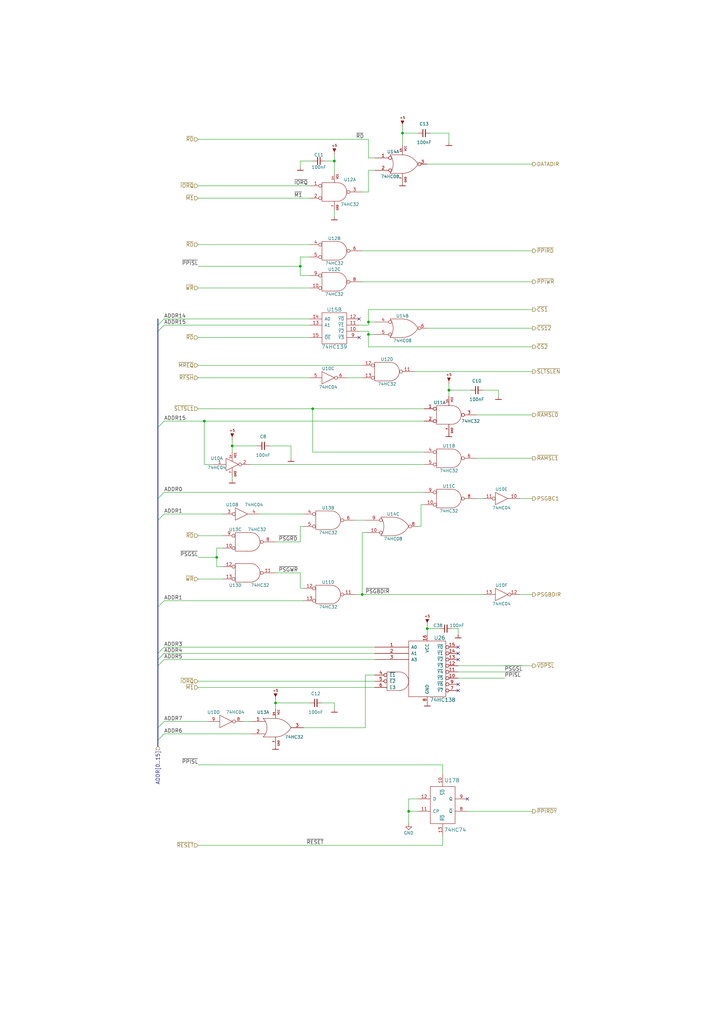
<source format=kicad_sch>
(kicad_sch
	(version 20231120)
	(generator "eeschema")
	(generator_version "8.0")
	(uuid "ca12753c-a5f4-49a4-bb14-a01420a86edb")
	(paper "A3" portrait)
	(lib_symbols
		(symbol "artemisa:74HC04"
			(pin_names
				(offset 0.762) hide)
			(exclude_from_sim no)
			(in_bom yes)
			(on_board yes)
			(property "Reference" "U"
				(at -7.62 2.54 0)
				(effects
					(font
						(size 1.27 1.27)
					)
				)
			)
			(property "Value" "74HC04"
				(at -6.35 -1.27 0)
				(effects
					(font
						(size 1.27 1.27)
					)
				)
			)
			(property "Footprint" ""
				(at 0 0 0)
				(effects
					(font
						(size 1.27 1.27)
					)
					(hide yes)
				)
			)
			(property "Datasheet" ""
				(at 0 0 0)
				(effects
					(font
						(size 1.27 1.27)
					)
					(hide yes)
				)
			)
			(property "Description" ""
				(at 0 0 0)
				(effects
					(font
						(size 1.27 1.27)
					)
					(hide yes)
				)
			)
			(symbol "74HC04_1_1"
				(polyline
					(pts
						(xy -2.54 -2.54) (xy -2.54 2.54) (xy 2.54 0) (xy -2.54 -2.54)
					)
					(stroke
						(width 0)
						(type default)
					)
					(fill
						(type none)
					)
				)
				(text "GND"
					(at 1.27 -3.81 900)
					(effects
						(font
							(size 0.762 0.762)
						)
					)
				)
				(text "VCC"
					(at 1.27 3.81 900)
					(effects
						(font
							(size 0.762 0.762)
						)
					)
				)
				(pin input line
					(at -7.62 0 0)
					(length 5.0038)
					(name "~"
						(effects
							(font
								(size 1.27 1.27)
							)
						)
					)
					(number "1"
						(effects
							(font
								(size 1.27 1.27)
							)
						)
					)
				)
				(pin power_in line
					(at 0 5.08 270)
					(length 3.81)
					(name "VCC"
						(effects
							(font
								(size 1.27 1.27)
							)
						)
					)
					(number "14"
						(effects
							(font
								(size 0.762 0.762)
							)
						)
					)
				)
				(pin output inverted
					(at 7.62 0 180)
					(length 5.0038)
					(name "~"
						(effects
							(font
								(size 1.27 1.27)
							)
						)
					)
					(number "2"
						(effects
							(font
								(size 1.27 1.27)
							)
						)
					)
				)
				(pin power_in line
					(at 0 -5.08 90)
					(length 3.81)
					(name "GND"
						(effects
							(font
								(size 1.27 1.27)
							)
						)
					)
					(number "7"
						(effects
							(font
								(size 0.762 0.762)
							)
						)
					)
				)
			)
			(symbol "74HC04_1_2"
				(polyline
					(pts
						(xy -2.54 2.54) (xy -2.54 -2.54) (xy 2.54 0) (xy -2.54 2.54)
					)
					(stroke
						(width 0)
						(type default)
					)
					(fill
						(type none)
					)
				)
				(pin input inverted
					(at -7.62 0 0)
					(length 5.08)
					(name "~"
						(effects
							(font
								(size 1.27 1.27)
							)
						)
					)
					(number "1"
						(effects
							(font
								(size 1.27 1.27)
							)
						)
					)
				)
				(pin output line
					(at 7.62 0 180)
					(length 5.08)
					(name "~"
						(effects
							(font
								(size 1.27 1.27)
							)
						)
					)
					(number "2"
						(effects
							(font
								(size 1.27 1.27)
							)
						)
					)
				)
			)
			(symbol "74HC04_2_1"
				(polyline
					(pts
						(xy -2.54 2.54) (xy -2.54 -2.54) (xy 2.54 0) (xy -2.54 2.54)
					)
					(stroke
						(width 0)
						(type default)
					)
					(fill
						(type none)
					)
				)
				(pin input line
					(at -7.62 0 0)
					(length 5.0038)
					(name "~"
						(effects
							(font
								(size 1.27 1.27)
							)
						)
					)
					(number "3"
						(effects
							(font
								(size 1.27 1.27)
							)
						)
					)
				)
				(pin output inverted
					(at 7.62 0 180)
					(length 5.0038)
					(name "~"
						(effects
							(font
								(size 1.27 1.27)
							)
						)
					)
					(number "4"
						(effects
							(font
								(size 1.27 1.27)
							)
						)
					)
				)
			)
			(symbol "74HC04_2_2"
				(polyline
					(pts
						(xy -2.54 2.54) (xy -2.54 -2.54) (xy 2.54 0) (xy -2.54 2.54)
					)
					(stroke
						(width 0)
						(type default)
					)
					(fill
						(type none)
					)
				)
				(pin input inverted
					(at -7.62 0 0)
					(length 5.08)
					(name "~"
						(effects
							(font
								(size 1.27 1.27)
							)
						)
					)
					(number "3"
						(effects
							(font
								(size 1.27 1.27)
							)
						)
					)
				)
				(pin output line
					(at 7.62 0 180)
					(length 5.08)
					(name "~"
						(effects
							(font
								(size 1.27 1.27)
							)
						)
					)
					(number "4"
						(effects
							(font
								(size 1.27 1.27)
							)
						)
					)
				)
			)
			(symbol "74HC04_3_1"
				(polyline
					(pts
						(xy -2.54 2.54) (xy -2.54 -2.54) (xy 2.54 0) (xy -2.54 2.54)
					)
					(stroke
						(width 0)
						(type default)
					)
					(fill
						(type none)
					)
				)
				(pin input line
					(at -7.62 0 0)
					(length 5.0038)
					(name "~"
						(effects
							(font
								(size 1.27 1.27)
							)
						)
					)
					(number "5"
						(effects
							(font
								(size 1.27 1.27)
							)
						)
					)
				)
				(pin output inverted
					(at 7.62 0 180)
					(length 5.0038)
					(name "~"
						(effects
							(font
								(size 1.27 1.27)
							)
						)
					)
					(number "6"
						(effects
							(font
								(size 1.27 1.27)
							)
						)
					)
				)
			)
			(symbol "74HC04_3_2"
				(polyline
					(pts
						(xy -2.54 2.54) (xy -2.54 -2.54) (xy 2.54 0) (xy -2.54 2.54)
					)
					(stroke
						(width 0)
						(type default)
					)
					(fill
						(type none)
					)
				)
				(pin input inverted
					(at -7.62 0 0)
					(length 5.08)
					(name "~"
						(effects
							(font
								(size 1.27 1.27)
							)
						)
					)
					(number "5"
						(effects
							(font
								(size 1.27 1.27)
							)
						)
					)
				)
				(pin output line
					(at 7.62 0 180)
					(length 5.08)
					(name "~"
						(effects
							(font
								(size 1.27 1.27)
							)
						)
					)
					(number "6"
						(effects
							(font
								(size 1.27 1.27)
							)
						)
					)
				)
			)
			(symbol "74HC04_4_1"
				(polyline
					(pts
						(xy -2.54 2.54) (xy -2.54 -2.54) (xy 2.54 0) (xy -2.54 2.54)
					)
					(stroke
						(width 0)
						(type default)
					)
					(fill
						(type none)
					)
				)
				(pin output inverted
					(at 7.62 0 180)
					(length 5.0038)
					(name "~"
						(effects
							(font
								(size 1.27 1.27)
							)
						)
					)
					(number "8"
						(effects
							(font
								(size 1.27 1.27)
							)
						)
					)
				)
				(pin input line
					(at -7.62 0 0)
					(length 5.0038)
					(name "~"
						(effects
							(font
								(size 1.27 1.27)
							)
						)
					)
					(number "9"
						(effects
							(font
								(size 1.27 1.27)
							)
						)
					)
				)
			)
			(symbol "74HC04_4_2"
				(polyline
					(pts
						(xy -2.54 2.54) (xy -2.54 -2.54) (xy 2.54 0) (xy -2.54 2.54)
					)
					(stroke
						(width 0)
						(type default)
					)
					(fill
						(type none)
					)
				)
				(pin output line
					(at 7.62 0 180)
					(length 5.08)
					(name "~"
						(effects
							(font
								(size 1.27 1.27)
							)
						)
					)
					(number "8"
						(effects
							(font
								(size 1.27 1.27)
							)
						)
					)
				)
				(pin input inverted
					(at -7.62 0 0)
					(length 5.08)
					(name "~"
						(effects
							(font
								(size 1.27 1.27)
							)
						)
					)
					(number "9"
						(effects
							(font
								(size 1.27 1.27)
							)
						)
					)
				)
			)
			(symbol "74HC04_5_1"
				(polyline
					(pts
						(xy -2.54 2.54) (xy -2.54 -2.54) (xy 2.54 0) (xy -2.54 2.54)
					)
					(stroke
						(width 0)
						(type default)
					)
					(fill
						(type none)
					)
				)
				(pin output inverted
					(at 7.62 0 180)
					(length 5.0038)
					(name "~"
						(effects
							(font
								(size 1.27 1.27)
							)
						)
					)
					(number "10"
						(effects
							(font
								(size 1.27 1.27)
							)
						)
					)
				)
				(pin input line
					(at -7.62 0 0)
					(length 5.0038)
					(name "~"
						(effects
							(font
								(size 1.27 1.27)
							)
						)
					)
					(number "11"
						(effects
							(font
								(size 1.27 1.27)
							)
						)
					)
				)
			)
			(symbol "74HC04_5_2"
				(polyline
					(pts
						(xy -2.54 2.54) (xy -2.54 -2.54) (xy 2.54 0) (xy -2.54 2.54)
					)
					(stroke
						(width 0)
						(type default)
					)
					(fill
						(type none)
					)
				)
				(pin output line
					(at 7.62 0 180)
					(length 5.08)
					(name "~"
						(effects
							(font
								(size 1.27 1.27)
							)
						)
					)
					(number "10"
						(effects
							(font
								(size 1.27 1.27)
							)
						)
					)
				)
				(pin input inverted
					(at -7.62 0 0)
					(length 5.08)
					(name "~"
						(effects
							(font
								(size 1.27 1.27)
							)
						)
					)
					(number "11"
						(effects
							(font
								(size 1.27 1.27)
							)
						)
					)
				)
			)
			(symbol "74HC04_6_1"
				(polyline
					(pts
						(xy -2.54 2.54) (xy -2.54 -2.54) (xy 2.54 0) (xy -2.54 2.54)
					)
					(stroke
						(width 0)
						(type default)
					)
					(fill
						(type none)
					)
				)
				(pin output inverted
					(at 7.62 0 180)
					(length 5.0038)
					(name "~"
						(effects
							(font
								(size 1.27 1.27)
							)
						)
					)
					(number "12"
						(effects
							(font
								(size 1.27 1.27)
							)
						)
					)
				)
				(pin input line
					(at -7.62 0 0)
					(length 5.0038)
					(name "~"
						(effects
							(font
								(size 1.27 1.27)
							)
						)
					)
					(number "13"
						(effects
							(font
								(size 1.27 1.27)
							)
						)
					)
				)
			)
			(symbol "74HC04_6_2"
				(polyline
					(pts
						(xy -2.54 2.54) (xy -2.54 -2.54) (xy 2.54 0) (xy -2.54 2.54)
					)
					(stroke
						(width 0)
						(type default)
					)
					(fill
						(type none)
					)
				)
				(pin output line
					(at 7.62 0 180)
					(length 5.08)
					(name "~"
						(effects
							(font
								(size 1.27 1.27)
							)
						)
					)
					(number "12"
						(effects
							(font
								(size 1.27 1.27)
							)
						)
					)
				)
				(pin input inverted
					(at -7.62 0 0)
					(length 5.08)
					(name "~"
						(effects
							(font
								(size 1.27 1.27)
							)
						)
					)
					(number "13"
						(effects
							(font
								(size 1.27 1.27)
							)
						)
					)
				)
			)
		)
		(symbol "artemisa:74HC08"
			(pin_names
				(offset 0.762) hide)
			(exclude_from_sim no)
			(in_bom yes)
			(on_board yes)
			(property "Reference" "U"
				(at -7.62 6.35 0)
				(effects
					(font
						(size 1.27 1.27)
					)
				)
			)
			(property "Value" "74HC08"
				(at -7.62 -5.08 0)
				(effects
					(font
						(size 1.27 1.27)
					)
				)
			)
			(property "Footprint" ""
				(at -10.16 1.905 0)
				(effects
					(font
						(size 1.27 1.27)
					)
					(hide yes)
				)
			)
			(property "Datasheet" ""
				(at -10.16 1.905 0)
				(effects
					(font
						(size 1.27 1.27)
					)
					(hide yes)
				)
			)
			(property "Description" ""
				(at 0 0 0)
				(effects
					(font
						(size 1.27 1.27)
					)
					(hide yes)
				)
			)
			(symbol "74HC08_1_0"
				(text "GND"
					(at 1.27 -6.35 900)
					(effects
						(font
							(size 0.762 0.762)
						)
					)
				)
				(text "VCC"
					(at 1.27 7.62 900)
					(effects
						(font
							(size 0.762 0.762)
						)
						(justify right)
					)
				)
				(pin power_in line
					(at 0 7.62 270)
					(length 3.81)
					(name "VCC"
						(effects
							(font
								(size 1.27 1.27)
							)
						)
					)
					(number "14"
						(effects
							(font
								(size 0.762 0.762)
							)
						)
					)
				)
				(pin power_in line
					(at 0 -7.62 90)
					(length 3.81)
					(name "GND"
						(effects
							(font
								(size 1.27 1.27)
							)
						)
					)
					(number "7"
						(effects
							(font
								(size 0.762 0.762)
							)
						)
					)
				)
			)
			(symbol "74HC08_1_1"
				(polyline
					(pts
						(xy 1.27 3.81) (xy -5.08 3.81)
					)
					(stroke
						(width 0)
						(type default)
					)
					(fill
						(type none)
					)
				)
				(polyline
					(pts
						(xy -5.08 3.81) (xy -5.08 -3.81) (xy 1.27 -3.81)
					)
					(stroke
						(width 0)
						(type default)
					)
					(fill
						(type none)
					)
				)
				(arc
					(start 1.27 -3.81)
					(mid 5.0633 0)
					(end 1.27 3.81)
					(stroke
						(width 0)
						(type default)
					)
					(fill
						(type none)
					)
				)
				(pin input line
					(at -11.43 2.54 0)
					(length 6.2992)
					(name "~"
						(effects
							(font
								(size 1.27 1.27)
							)
						)
					)
					(number "1"
						(effects
							(font
								(size 1.27 1.27)
							)
						)
					)
				)
				(pin input line
					(at -11.43 -2.54 0)
					(length 6.2992)
					(name "~"
						(effects
							(font
								(size 1.27 1.27)
							)
						)
					)
					(number "2"
						(effects
							(font
								(size 1.27 1.27)
							)
						)
					)
				)
				(pin output line
					(at 10.16 0 180)
					(length 5.1054)
					(name "~"
						(effects
							(font
								(size 1.27 1.27)
							)
						)
					)
					(number "3"
						(effects
							(font
								(size 1.27 1.27)
							)
						)
					)
				)
			)
			(symbol "74HC08_1_2"
				(arc
					(start -5.08 -3.81)
					(mid -3.81 0)
					(end -5.08 3.81)
					(stroke
						(width 0)
						(type default)
					)
					(fill
						(type none)
					)
				)
				(arc
					(start 0 -3.81)
					(mid 3.6784 -2.744)
					(end 6.35 0)
					(stroke
						(width 0)
						(type default)
					)
					(fill
						(type none)
					)
				)
				(polyline
					(pts
						(xy -5.08 -3.81) (xy 0 -3.81)
					)
					(stroke
						(width 0)
						(type default)
					)
					(fill
						(type none)
					)
				)
				(polyline
					(pts
						(xy -5.08 3.81) (xy 0 3.81)
					)
					(stroke
						(width 0)
						(type default)
					)
					(fill
						(type none)
					)
				)
				(arc
					(start 6.35 0)
					(mid 3.6784 2.744)
					(end 0 3.81)
					(stroke
						(width 0)
						(type default)
					)
					(fill
						(type none)
					)
				)
				(pin input inverted
					(at -11.43 2.54 0)
					(length 7.0104)
					(name "~"
						(effects
							(font
								(size 1.27 1.27)
							)
						)
					)
					(number "1"
						(effects
							(font
								(size 1.27 1.27)
							)
						)
					)
				)
				(pin input inverted
					(at -11.43 -2.54 0)
					(length 7.0104)
					(name "~"
						(effects
							(font
								(size 1.27 1.27)
							)
						)
					)
					(number "2"
						(effects
							(font
								(size 1.27 1.27)
							)
						)
					)
				)
				(pin output inverted
					(at 10.16 0 180)
					(length 3.81)
					(name "~"
						(effects
							(font
								(size 1.27 1.27)
							)
						)
					)
					(number "3"
						(effects
							(font
								(size 1.27 1.27)
							)
						)
					)
				)
			)
			(symbol "74HC08_2_1"
				(polyline
					(pts
						(xy 1.27 3.81) (xy -5.08 3.81)
					)
					(stroke
						(width 0)
						(type default)
					)
					(fill
						(type none)
					)
				)
				(polyline
					(pts
						(xy -5.08 3.81) (xy -5.08 -3.81) (xy 1.27 -3.81)
					)
					(stroke
						(width 0)
						(type default)
					)
					(fill
						(type none)
					)
				)
				(arc
					(start 1.27 -3.81)
					(mid 5.0633 0)
					(end 1.27 3.81)
					(stroke
						(width 0)
						(type default)
					)
					(fill
						(type none)
					)
				)
				(pin power_in line
					(at -2.54 3.81 90)
					(length 0) hide
					(name "VCC"
						(effects
							(font
								(size 1.016 1.016)
							)
						)
					)
					(number "14"
						(effects
							(font
								(size 1.016 1.016)
							)
						)
					)
				)
				(pin input line
					(at -11.43 2.54 0)
					(length 6.2992)
					(name "~"
						(effects
							(font
								(size 1.27 1.27)
							)
						)
					)
					(number "4"
						(effects
							(font
								(size 1.27 1.27)
							)
						)
					)
				)
				(pin input line
					(at -11.43 -2.54 0)
					(length 6.2992)
					(name "~"
						(effects
							(font
								(size 1.27 1.27)
							)
						)
					)
					(number "5"
						(effects
							(font
								(size 1.27 1.27)
							)
						)
					)
				)
				(pin output line
					(at 10.16 0 180)
					(length 5.1054)
					(name "~"
						(effects
							(font
								(size 1.27 1.27)
							)
						)
					)
					(number "6"
						(effects
							(font
								(size 1.27 1.27)
							)
						)
					)
				)
				(pin power_in line
					(at -2.54 -3.81 90)
					(length 0) hide
					(name "GND"
						(effects
							(font
								(size 1.016 1.016)
							)
						)
					)
					(number "7"
						(effects
							(font
								(size 1.016 1.016)
							)
						)
					)
				)
			)
			(symbol "74HC08_2_2"
				(arc
					(start -5.08 -3.81)
					(mid -3.81 0)
					(end -5.08 3.81)
					(stroke
						(width 0)
						(type default)
					)
					(fill
						(type none)
					)
				)
				(arc
					(start 0 -3.81)
					(mid 3.6784 -2.744)
					(end 6.35 0)
					(stroke
						(width 0)
						(type default)
					)
					(fill
						(type none)
					)
				)
				(polyline
					(pts
						(xy -5.08 -3.81) (xy 0 -3.81)
					)
					(stroke
						(width 0)
						(type default)
					)
					(fill
						(type none)
					)
				)
				(polyline
					(pts
						(xy -5.08 3.81) (xy 0 3.81)
					)
					(stroke
						(width 0)
						(type default)
					)
					(fill
						(type none)
					)
				)
				(arc
					(start 6.35 0)
					(mid 3.6784 2.744)
					(end 0 3.81)
					(stroke
						(width 0)
						(type default)
					)
					(fill
						(type none)
					)
				)
				(pin input inverted
					(at -11.43 2.54 0)
					(length 7.0104)
					(name "~"
						(effects
							(font
								(size 1.27 1.27)
							)
						)
					)
					(number "4"
						(effects
							(font
								(size 1.27 1.27)
							)
						)
					)
				)
				(pin input inverted
					(at -11.43 -2.54 0)
					(length 7.0104)
					(name "~"
						(effects
							(font
								(size 1.27 1.27)
							)
						)
					)
					(number "5"
						(effects
							(font
								(size 1.27 1.27)
							)
						)
					)
				)
				(pin output inverted
					(at 10.16 0 180)
					(length 3.81)
					(name "~"
						(effects
							(font
								(size 1.27 1.27)
							)
						)
					)
					(number "6"
						(effects
							(font
								(size 1.27 1.27)
							)
						)
					)
				)
			)
			(symbol "74HC08_3_1"
				(polyline
					(pts
						(xy 1.27 3.81) (xy -5.08 3.81)
					)
					(stroke
						(width 0)
						(type default)
					)
					(fill
						(type none)
					)
				)
				(polyline
					(pts
						(xy -5.08 3.81) (xy -5.08 -3.81) (xy 1.27 -3.81)
					)
					(stroke
						(width 0)
						(type default)
					)
					(fill
						(type none)
					)
				)
				(arc
					(start 1.27 -3.81)
					(mid 5.0633 0)
					(end 1.27 3.81)
					(stroke
						(width 0)
						(type default)
					)
					(fill
						(type none)
					)
				)
				(pin input line
					(at -11.43 -2.54 0)
					(length 6.2992)
					(name "~"
						(effects
							(font
								(size 1.27 1.27)
							)
						)
					)
					(number "10"
						(effects
							(font
								(size 1.27 1.27)
							)
						)
					)
				)
				(pin power_in line
					(at -2.54 3.81 90)
					(length 0) hide
					(name "VCC"
						(effects
							(font
								(size 1.016 1.016)
							)
						)
					)
					(number "14"
						(effects
							(font
								(size 1.016 1.016)
							)
						)
					)
				)
				(pin power_in line
					(at -2.54 -3.81 90)
					(length 0) hide
					(name "GND"
						(effects
							(font
								(size 1.016 1.016)
							)
						)
					)
					(number "7"
						(effects
							(font
								(size 1.016 1.016)
							)
						)
					)
				)
				(pin output line
					(at 10.16 0 180)
					(length 5.1054)
					(name "~"
						(effects
							(font
								(size 1.27 1.27)
							)
						)
					)
					(number "8"
						(effects
							(font
								(size 1.27 1.27)
							)
						)
					)
				)
				(pin input line
					(at -11.43 2.54 0)
					(length 6.2992)
					(name "~"
						(effects
							(font
								(size 1.27 1.27)
							)
						)
					)
					(number "9"
						(effects
							(font
								(size 1.27 1.27)
							)
						)
					)
				)
			)
			(symbol "74HC08_3_2"
				(arc
					(start -5.08 -3.81)
					(mid -3.81 0)
					(end -5.08 3.81)
					(stroke
						(width 0)
						(type default)
					)
					(fill
						(type none)
					)
				)
				(arc
					(start 0 -3.81)
					(mid 3.6784 -2.744)
					(end 6.35 0)
					(stroke
						(width 0)
						(type default)
					)
					(fill
						(type none)
					)
				)
				(polyline
					(pts
						(xy -5.08 -3.81) (xy 0 -3.81)
					)
					(stroke
						(width 0)
						(type default)
					)
					(fill
						(type none)
					)
				)
				(polyline
					(pts
						(xy -5.08 3.81) (xy 0 3.81)
					)
					(stroke
						(width 0)
						(type default)
					)
					(fill
						(type none)
					)
				)
				(arc
					(start 6.35 0)
					(mid 3.6784 2.744)
					(end 0 3.81)
					(stroke
						(width 0)
						(type default)
					)
					(fill
						(type none)
					)
				)
				(pin input inverted
					(at -11.43 -2.54 0)
					(length 7.0104)
					(name "~"
						(effects
							(font
								(size 1.27 1.27)
							)
						)
					)
					(number "10"
						(effects
							(font
								(size 1.27 1.27)
							)
						)
					)
				)
				(pin output inverted
					(at 10.16 0 180)
					(length 3.81)
					(name "~"
						(effects
							(font
								(size 1.27 1.27)
							)
						)
					)
					(number "8"
						(effects
							(font
								(size 1.27 1.27)
							)
						)
					)
				)
				(pin input inverted
					(at -11.43 2.54 0)
					(length 7.0104)
					(name "~"
						(effects
							(font
								(size 1.27 1.27)
							)
						)
					)
					(number "9"
						(effects
							(font
								(size 1.27 1.27)
							)
						)
					)
				)
			)
			(symbol "74HC08_4_1"
				(polyline
					(pts
						(xy 1.27 3.81) (xy -5.08 3.81)
					)
					(stroke
						(width 0)
						(type default)
					)
					(fill
						(type none)
					)
				)
				(polyline
					(pts
						(xy -5.08 3.81) (xy -5.08 -3.81) (xy 1.27 -3.81)
					)
					(stroke
						(width 0)
						(type default)
					)
					(fill
						(type none)
					)
				)
				(arc
					(start 1.27 -3.81)
					(mid 5.0633 0)
					(end 1.27 3.81)
					(stroke
						(width 0)
						(type default)
					)
					(fill
						(type none)
					)
				)
				(pin output line
					(at 10.16 0 180)
					(length 5.1054)
					(name "~"
						(effects
							(font
								(size 1.27 1.27)
							)
						)
					)
					(number "11"
						(effects
							(font
								(size 1.27 1.27)
							)
						)
					)
				)
				(pin input line
					(at -11.43 2.54 0)
					(length 6.2992)
					(name "~"
						(effects
							(font
								(size 1.27 1.27)
							)
						)
					)
					(number "12"
						(effects
							(font
								(size 1.27 1.27)
							)
						)
					)
				)
				(pin input line
					(at -11.43 -2.54 0)
					(length 6.2992)
					(name "~"
						(effects
							(font
								(size 1.27 1.27)
							)
						)
					)
					(number "13"
						(effects
							(font
								(size 1.27 1.27)
							)
						)
					)
				)
				(pin power_in line
					(at -2.54 3.81 90)
					(length 0) hide
					(name "VCC"
						(effects
							(font
								(size 1.016 1.016)
							)
						)
					)
					(number "14"
						(effects
							(font
								(size 1.016 1.016)
							)
						)
					)
				)
				(pin power_in line
					(at -2.54 -3.81 90)
					(length 0) hide
					(name "GND"
						(effects
							(font
								(size 1.016 1.016)
							)
						)
					)
					(number "7"
						(effects
							(font
								(size 1.016 1.016)
							)
						)
					)
				)
			)
			(symbol "74HC08_4_2"
				(arc
					(start -5.08 -3.81)
					(mid -3.81 0)
					(end -5.08 3.81)
					(stroke
						(width 0)
						(type default)
					)
					(fill
						(type none)
					)
				)
				(arc
					(start 0 -3.81)
					(mid 3.6784 -2.744)
					(end 6.35 0)
					(stroke
						(width 0)
						(type default)
					)
					(fill
						(type none)
					)
				)
				(polyline
					(pts
						(xy -5.08 -3.81) (xy 0 -3.81)
					)
					(stroke
						(width 0)
						(type default)
					)
					(fill
						(type none)
					)
				)
				(polyline
					(pts
						(xy -5.08 3.81) (xy 0 3.81)
					)
					(stroke
						(width 0)
						(type default)
					)
					(fill
						(type none)
					)
				)
				(arc
					(start 6.35 0)
					(mid 3.6784 2.744)
					(end 0 3.81)
					(stroke
						(width 0)
						(type default)
					)
					(fill
						(type none)
					)
				)
				(pin output inverted
					(at 10.16 0 180)
					(length 3.81)
					(name "~"
						(effects
							(font
								(size 1.27 1.27)
							)
						)
					)
					(number "11"
						(effects
							(font
								(size 1.27 1.27)
							)
						)
					)
				)
				(pin input inverted
					(at -11.43 2.54 0)
					(length 7.0104)
					(name "~"
						(effects
							(font
								(size 1.27 1.27)
							)
						)
					)
					(number "12"
						(effects
							(font
								(size 1.27 1.27)
							)
						)
					)
				)
				(pin input inverted
					(at -11.43 -2.54 0)
					(length 7.0104)
					(name "~"
						(effects
							(font
								(size 1.27 1.27)
							)
						)
					)
					(number "13"
						(effects
							(font
								(size 1.27 1.27)
							)
						)
					)
				)
			)
		)
		(symbol "artemisa:74HC138"
			(pin_names
				(offset 1.016)
			)
			(exclude_from_sim no)
			(in_bom yes)
			(on_board yes)
			(property "Reference" "U"
				(at 5.08 12.7 0)
				(effects
					(font
						(size 1.524 1.524)
					)
				)
			)
			(property "Value" "74HC138"
				(at 6.35 -12.7 0)
				(effects
					(font
						(size 1.524 1.524)
					)
				)
			)
			(property "Footprint" ""
				(at -21.59 -2.54 90)
				(effects
					(font
						(size 1.524 1.524)
					)
					(hide yes)
				)
			)
			(property "Datasheet" ""
				(at -21.59 -2.54 90)
				(effects
					(font
						(size 1.524 1.524)
					)
					(hide yes)
				)
			)
			(property "Description" ""
				(at 0 0 0)
				(effects
					(font
						(size 1.27 1.27)
					)
					(hide yes)
				)
			)
			(symbol "74HC138_0_1"
				(arc
					(start -11.43 -8.89)
					(mid -7.6366 -5.08)
					(end -11.43 -1.27)
					(stroke
						(width 0)
						(type default)
					)
					(fill
						(type none)
					)
				)
				(rectangle
					(start -7.62 11.43)
					(end 7.62 -11.43)
					(stroke
						(width 0)
						(type default)
					)
					(fill
						(type none)
					)
				)
				(polyline
					(pts
						(xy -16.51 -1.27) (xy -11.43 -1.27)
					)
					(stroke
						(width 0)
						(type default)
					)
					(fill
						(type none)
					)
				)
				(polyline
					(pts
						(xy -16.51 -1.27) (xy -16.51 -8.89) (xy -11.43 -8.89)
					)
					(stroke
						(width 0)
						(type default)
					)
					(fill
						(type none)
					)
				)
			)
			(symbol "74HC138_1_1"
				(pin input line
					(at -21.59 8.89 0)
					(length 13.97)
					(name "A0"
						(effects
							(font
								(size 1.27 1.27)
							)
						)
					)
					(number "1"
						(effects
							(font
								(size 1.27 1.27)
							)
						)
					)
				)
				(pin output inverted
					(at 12.7 -3.81 180)
					(length 5.08)
					(name "~{Y5}"
						(effects
							(font
								(size 1.27 1.27)
							)
						)
					)
					(number "10"
						(effects
							(font
								(size 1.27 1.27)
							)
						)
					)
				)
				(pin output inverted
					(at 12.7 -1.27 180)
					(length 5.08)
					(name "~{Y4}"
						(effects
							(font
								(size 1.27 1.27)
							)
						)
					)
					(number "11"
						(effects
							(font
								(size 1.27 1.27)
							)
						)
					)
				)
				(pin output inverted
					(at 12.7 1.27 180)
					(length 5.08)
					(name "~{Y3}"
						(effects
							(font
								(size 1.27 1.27)
							)
						)
					)
					(number "12"
						(effects
							(font
								(size 1.27 1.27)
							)
						)
					)
				)
				(pin output inverted
					(at 12.7 3.81 180)
					(length 5.08)
					(name "~{Y2}"
						(effects
							(font
								(size 1.27 1.27)
							)
						)
					)
					(number "13"
						(effects
							(font
								(size 1.27 1.27)
							)
						)
					)
				)
				(pin output inverted
					(at 12.7 6.35 180)
					(length 5.08)
					(name "~{Y1}"
						(effects
							(font
								(size 1.27 1.27)
							)
						)
					)
					(number "14"
						(effects
							(font
								(size 1.27 1.27)
							)
						)
					)
				)
				(pin output inverted
					(at 12.7 8.89 180)
					(length 5.08)
					(name "~{Y0}"
						(effects
							(font
								(size 1.27 1.27)
							)
						)
					)
					(number "15"
						(effects
							(font
								(size 1.27 1.27)
							)
						)
					)
				)
				(pin power_in line
					(at 0 13.97 270)
					(length 2.54)
					(name "VCC"
						(effects
							(font
								(size 1.27 1.27)
							)
						)
					)
					(number "16"
						(effects
							(font
								(size 1.27 1.27)
							)
						)
					)
				)
				(pin input line
					(at -21.59 6.35 0)
					(length 13.97)
					(name "A1"
						(effects
							(font
								(size 1.27 1.27)
							)
						)
					)
					(number "2"
						(effects
							(font
								(size 1.27 1.27)
							)
						)
					)
				)
				(pin input line
					(at -21.59 3.81 0)
					(length 13.97)
					(name "A3"
						(effects
							(font
								(size 1.27 1.27)
							)
						)
					)
					(number "3"
						(effects
							(font
								(size 1.27 1.27)
							)
						)
					)
				)
				(pin input inverted
					(at -21.59 -2.54 0)
					(length 5.08)
					(name "~{E1}"
						(effects
							(font
								(size 1.27 1.27)
							)
						)
					)
					(number "4"
						(effects
							(font
								(size 1.27 1.27)
							)
						)
					)
				)
				(pin input inverted
					(at -21.59 -5.08 0)
					(length 5.08)
					(name "~{E2}"
						(effects
							(font
								(size 1.27 1.27)
							)
						)
					)
					(number "5"
						(effects
							(font
								(size 1.27 1.27)
							)
						)
					)
				)
				(pin input line
					(at -21.59 -7.62 0)
					(length 5.08)
					(name "E3"
						(effects
							(font
								(size 1.27 1.27)
							)
						)
					)
					(number "6"
						(effects
							(font
								(size 1.27 1.27)
							)
						)
					)
				)
				(pin output inverted
					(at 12.7 -8.89 180)
					(length 5.08)
					(name "~{Y7}"
						(effects
							(font
								(size 1.27 1.27)
							)
						)
					)
					(number "7"
						(effects
							(font
								(size 1.27 1.27)
							)
						)
					)
				)
				(pin power_in line
					(at 0 -13.97 90)
					(length 2.54)
					(name "GND"
						(effects
							(font
								(size 1.27 1.27)
							)
						)
					)
					(number "8"
						(effects
							(font
								(size 1.27 1.27)
							)
						)
					)
				)
				(pin output inverted
					(at 12.7 -6.35 180)
					(length 5.08)
					(name "~{Y6}"
						(effects
							(font
								(size 1.27 1.27)
							)
						)
					)
					(number "9"
						(effects
							(font
								(size 1.27 1.27)
							)
						)
					)
				)
			)
		)
		(symbol "artemisa:74HC139"
			(pin_names
				(offset 1.016)
			)
			(exclude_from_sim no)
			(in_bom yes)
			(on_board yes)
			(property "Reference" "U"
				(at 3.81 7.62 0)
				(effects
					(font
						(size 1.27 1.27)
					)
				)
			)
			(property "Value" "74HC139"
				(at 7.62 -7.62 0)
				(effects
					(font
						(size 1.27 1.27)
					)
				)
			)
			(property "Footprint" ""
				(at 0 -3.81 0)
				(effects
					(font
						(size 1.524 1.524)
					)
					(hide yes)
				)
			)
			(property "Datasheet" ""
				(at 0 -3.81 0)
				(effects
					(font
						(size 1.524 1.524)
					)
					(hide yes)
				)
			)
			(property "Description" ""
				(at 0 0 0)
				(effects
					(font
						(size 1.27 1.27)
					)
					(hide yes)
				)
			)
			(symbol "74HC139_1_0"
				(pin power_in line
					(at 0 10.16 270)
					(length 3.81)
					(name "VCC"
						(effects
							(font
								(size 0.762 0.762)
							)
						)
					)
					(number "16"
						(effects
							(font
								(size 1.27 1.27)
							)
						)
					)
				)
				(pin power_in line
					(at 0 -10.16 90)
					(length 3.81)
					(name "GND"
						(effects
							(font
								(size 0.762 0.762)
							)
						)
					)
					(number "8"
						(effects
							(font
								(size 1.27 1.27)
							)
						)
					)
				)
			)
			(symbol "74HC139_1_1"
				(rectangle
					(start -5.08 6.35)
					(end 5.08 -6.35)
					(stroke
						(width 0)
						(type default)
					)
					(fill
						(type none)
					)
				)
				(pin input line
					(at -10.16 -3.81 0)
					(length 5.08)
					(name "~{OE}"
						(effects
							(font
								(size 1.27 1.27)
							)
						)
					)
					(number "1"
						(effects
							(font
								(size 1.27 1.27)
							)
						)
					)
				)
				(pin input line
					(at -10.16 3.81 0)
					(length 5.08)
					(name "A0"
						(effects
							(font
								(size 1.27 1.27)
							)
						)
					)
					(number "2"
						(effects
							(font
								(size 1.27 1.27)
							)
						)
					)
				)
				(pin input line
					(at -10.16 1.27 0)
					(length 5.08)
					(name "A1"
						(effects
							(font
								(size 1.27 1.27)
							)
						)
					)
					(number "3"
						(effects
							(font
								(size 1.27 1.27)
							)
						)
					)
				)
				(pin output line
					(at 10.16 3.81 180)
					(length 5.08)
					(name "~{Y0}"
						(effects
							(font
								(size 1.27 1.27)
							)
						)
					)
					(number "4"
						(effects
							(font
								(size 1.27 1.27)
							)
						)
					)
				)
				(pin output line
					(at 10.16 1.27 180)
					(length 5.08)
					(name "~{Y1}"
						(effects
							(font
								(size 1.27 1.27)
							)
						)
					)
					(number "5"
						(effects
							(font
								(size 1.27 1.27)
							)
						)
					)
				)
				(pin output line
					(at 10.16 -1.27 180)
					(length 5.08)
					(name "~{Y2}"
						(effects
							(font
								(size 1.27 1.27)
							)
						)
					)
					(number "6"
						(effects
							(font
								(size 1.27 1.27)
							)
						)
					)
				)
				(pin output line
					(at 10.16 -3.81 180)
					(length 5.08)
					(name "~{Y3}"
						(effects
							(font
								(size 1.27 1.27)
							)
						)
					)
					(number "7"
						(effects
							(font
								(size 1.27 1.27)
							)
						)
					)
				)
			)
			(symbol "74HC139_2_1"
				(rectangle
					(start -5.08 6.35)
					(end 5.08 -6.35)
					(stroke
						(width 0)
						(type default)
					)
					(fill
						(type none)
					)
				)
				(pin output line
					(at 10.16 -1.27 180)
					(length 5.08)
					(name "~{Y2}"
						(effects
							(font
								(size 1.27 1.27)
							)
						)
					)
					(number "10"
						(effects
							(font
								(size 1.27 1.27)
							)
						)
					)
				)
				(pin output line
					(at 10.16 1.27 180)
					(length 5.08)
					(name "~{Y1}"
						(effects
							(font
								(size 1.27 1.27)
							)
						)
					)
					(number "11"
						(effects
							(font
								(size 1.27 1.27)
							)
						)
					)
				)
				(pin output line
					(at 10.16 3.81 180)
					(length 5.08)
					(name "~{Y0}"
						(effects
							(font
								(size 1.27 1.27)
							)
						)
					)
					(number "12"
						(effects
							(font
								(size 1.27 1.27)
							)
						)
					)
				)
				(pin input line
					(at -10.16 1.27 0)
					(length 5.08)
					(name "A1"
						(effects
							(font
								(size 1.27 1.27)
							)
						)
					)
					(number "13"
						(effects
							(font
								(size 1.27 1.27)
							)
						)
					)
				)
				(pin input line
					(at -10.16 3.81 0)
					(length 5.08)
					(name "A0"
						(effects
							(font
								(size 1.27 1.27)
							)
						)
					)
					(number "14"
						(effects
							(font
								(size 1.27 1.27)
							)
						)
					)
				)
				(pin input line
					(at -10.16 -3.81 0)
					(length 5.08)
					(name "~{OE}"
						(effects
							(font
								(size 1.27 1.27)
							)
						)
					)
					(number "15"
						(effects
							(font
								(size 1.27 1.27)
							)
						)
					)
				)
				(pin output line
					(at 10.16 -3.81 180)
					(length 5.08)
					(name "~{Y3}"
						(effects
							(font
								(size 1.27 1.27)
							)
						)
					)
					(number "9"
						(effects
							(font
								(size 1.27 1.27)
							)
						)
					)
				)
			)
		)
		(symbol "artemisa:74HC32"
			(pin_names
				(offset 0.762) hide)
			(exclude_from_sim no)
			(in_bom yes)
			(on_board yes)
			(property "Reference" "U"
				(at 7.62 3.81 0)
				(effects
					(font
						(size 1.27 1.27)
					)
				)
			)
			(property "Value" "74HC32"
				(at 8.89 -3.81 0)
				(effects
					(font
						(size 1.27 1.27)
					)
				)
			)
			(property "Footprint" ""
				(at 0 0 0)
				(effects
					(font
						(size 1.27 1.27)
					)
					(hide yes)
				)
			)
			(property "Datasheet" ""
				(at 0 0 0)
				(effects
					(font
						(size 1.27 1.27)
					)
					(hide yes)
				)
			)
			(property "Description" ""
				(at 0 0 0)
				(effects
					(font
						(size 1.27 1.27)
					)
					(hide yes)
				)
			)
			(symbol "74HC32_1_0"
				(text "GND"
					(at 1.27 -6.35 900)
					(effects
						(font
							(size 0.762 0.762)
						)
					)
				)
				(text "VCC"
					(at 1.27 6.35 900)
					(effects
						(font
							(size 0.762 0.762)
						)
					)
				)
				(pin power_in line
					(at 0 7.62 270)
					(length 3.81)
					(name "VCC"
						(effects
							(font
								(size 1.27 1.27)
							)
						)
					)
					(number "14"
						(effects
							(font
								(size 0.762 0.762)
							)
						)
					)
				)
				(pin power_in line
					(at 0 -7.62 90)
					(length 3.81)
					(name "GND"
						(effects
							(font
								(size 1.27 1.27)
							)
						)
					)
					(number "7"
						(effects
							(font
								(size 0.762 0.762)
							)
						)
					)
				)
			)
			(symbol "74HC32_1_1"
				(arc
					(start -5.08 -3.81)
					(mid -3.5018 0)
					(end -5.08 3.81)
					(stroke
						(width 0)
						(type default)
					)
					(fill
						(type none)
					)
				)
				(arc
					(start 0 -3.81)
					(mid 3.6784 -2.744)
					(end 6.35 0)
					(stroke
						(width 0)
						(type default)
					)
					(fill
						(type none)
					)
				)
				(polyline
					(pts
						(xy -5.08 -3.81) (xy 0 -3.81)
					)
					(stroke
						(width 0)
						(type default)
					)
					(fill
						(type none)
					)
				)
				(polyline
					(pts
						(xy -5.08 3.81) (xy 0 3.81)
					)
					(stroke
						(width 0)
						(type default)
					)
					(fill
						(type none)
					)
				)
				(arc
					(start 6.35 0)
					(mid 3.6784 2.744)
					(end 0 3.81)
					(stroke
						(width 0)
						(type default)
					)
					(fill
						(type none)
					)
				)
				(pin input line
					(at -10.16 2.54 0)
					(length 5.9944)
					(name "~"
						(effects
							(font
								(size 1.27 1.27)
							)
						)
					)
					(number "1"
						(effects
							(font
								(size 1.27 1.27)
							)
						)
					)
				)
				(pin input line
					(at -10.16 -2.54 0)
					(length 5.9944)
					(name "~"
						(effects
							(font
								(size 1.27 1.27)
							)
						)
					)
					(number "2"
						(effects
							(font
								(size 1.27 1.27)
							)
						)
					)
				)
				(pin output line
					(at 11.43 0 180)
					(length 5.1054)
					(name "~"
						(effects
							(font
								(size 1.27 1.27)
							)
						)
					)
					(number "3"
						(effects
							(font
								(size 1.27 1.27)
							)
						)
					)
				)
			)
			(symbol "74HC32_1_2"
				(polyline
					(pts
						(xy -5.08 3.81) (xy 0 3.81)
					)
					(stroke
						(width 0)
						(type default)
					)
					(fill
						(type none)
					)
				)
				(polyline
					(pts
						(xy 0 -3.81) (xy 1.27 -3.81)
					)
					(stroke
						(width 0)
						(type default)
					)
					(fill
						(type none)
					)
				)
				(polyline
					(pts
						(xy 0 3.81) (xy 1.27 3.81)
					)
					(stroke
						(width 0)
						(type default)
					)
					(fill
						(type none)
					)
				)
				(polyline
					(pts
						(xy -5.08 3.81) (xy -5.08 -3.81) (xy 0 -3.81)
					)
					(stroke
						(width 0)
						(type default)
					)
					(fill
						(type none)
					)
				)
				(arc
					(start 1.27 -3.81)
					(mid 5.0633 0)
					(end 1.27 3.81)
					(stroke
						(width 0)
						(type default)
					)
					(fill
						(type none)
					)
				)
				(pin input inverted
					(at -10.16 2.54 0)
					(length 5.0038)
					(name "~"
						(effects
							(font
								(size 1.27 1.27)
							)
						)
					)
					(number "1"
						(effects
							(font
								(size 1.27 1.27)
							)
						)
					)
				)
				(pin input inverted
					(at -10.16 -2.54 0)
					(length 5.0038)
					(name "~"
						(effects
							(font
								(size 1.27 1.27)
							)
						)
					)
					(number "2"
						(effects
							(font
								(size 1.27 1.27)
							)
						)
					)
				)
				(pin output inverted
					(at 11.43 0 180)
					(length 6.2992)
					(name "~"
						(effects
							(font
								(size 1.27 1.27)
							)
						)
					)
					(number "3"
						(effects
							(font
								(size 1.27 1.27)
							)
						)
					)
				)
			)
			(symbol "74HC32_2_1"
				(arc
					(start -5.08 -3.81)
					(mid -3.5018 0)
					(end -5.08 3.81)
					(stroke
						(width 0)
						(type default)
					)
					(fill
						(type none)
					)
				)
				(arc
					(start 0 -3.81)
					(mid 3.6784 -2.744)
					(end 6.35 0)
					(stroke
						(width 0)
						(type default)
					)
					(fill
						(type none)
					)
				)
				(polyline
					(pts
						(xy -5.08 -3.81) (xy 0 -3.81)
					)
					(stroke
						(width 0)
						(type default)
					)
					(fill
						(type none)
					)
				)
				(polyline
					(pts
						(xy -5.08 3.81) (xy 0 3.81)
					)
					(stroke
						(width 0)
						(type default)
					)
					(fill
						(type none)
					)
				)
				(arc
					(start 6.35 0)
					(mid 3.6784 2.744)
					(end 0 3.81)
					(stroke
						(width 0)
						(type default)
					)
					(fill
						(type none)
					)
				)
				(pin input line
					(at -10.16 2.54 0)
					(length 5.9944)
					(name "~"
						(effects
							(font
								(size 1.27 1.27)
							)
						)
					)
					(number "4"
						(effects
							(font
								(size 1.27 1.27)
							)
						)
					)
				)
				(pin input line
					(at -10.16 -2.54 0)
					(length 5.9944)
					(name "~"
						(effects
							(font
								(size 1.27 1.27)
							)
						)
					)
					(number "5"
						(effects
							(font
								(size 1.27 1.27)
							)
						)
					)
				)
				(pin output line
					(at 11.43 0 180)
					(length 5.1054)
					(name "~"
						(effects
							(font
								(size 1.27 1.27)
							)
						)
					)
					(number "6"
						(effects
							(font
								(size 1.27 1.27)
							)
						)
					)
				)
			)
			(symbol "74HC32_2_2"
				(polyline
					(pts
						(xy -5.08 3.81) (xy 0 3.81)
					)
					(stroke
						(width 0)
						(type default)
					)
					(fill
						(type none)
					)
				)
				(polyline
					(pts
						(xy 0 -3.81) (xy 1.27 -3.81)
					)
					(stroke
						(width 0)
						(type default)
					)
					(fill
						(type none)
					)
				)
				(polyline
					(pts
						(xy 0 3.81) (xy 1.27 3.81)
					)
					(stroke
						(width 0)
						(type default)
					)
					(fill
						(type none)
					)
				)
				(polyline
					(pts
						(xy -5.08 3.81) (xy -5.08 -3.81) (xy 0 -3.81)
					)
					(stroke
						(width 0)
						(type default)
					)
					(fill
						(type none)
					)
				)
				(arc
					(start 1.27 -3.81)
					(mid 5.0633 0)
					(end 1.27 3.81)
					(stroke
						(width 0)
						(type default)
					)
					(fill
						(type none)
					)
				)
				(pin input inverted
					(at -10.16 2.54 0)
					(length 5.0038)
					(name "~"
						(effects
							(font
								(size 1.27 1.27)
							)
						)
					)
					(number "4"
						(effects
							(font
								(size 1.27 1.27)
							)
						)
					)
				)
				(pin input inverted
					(at -10.16 -2.54 0)
					(length 5.0038)
					(name "~"
						(effects
							(font
								(size 1.27 1.27)
							)
						)
					)
					(number "5"
						(effects
							(font
								(size 1.27 1.27)
							)
						)
					)
				)
				(pin output inverted
					(at 11.43 0 180)
					(length 6.2992)
					(name "~"
						(effects
							(font
								(size 1.27 1.27)
							)
						)
					)
					(number "6"
						(effects
							(font
								(size 1.27 1.27)
							)
						)
					)
				)
			)
			(symbol "74HC32_3_1"
				(arc
					(start -5.08 -3.81)
					(mid -3.5018 0)
					(end -5.08 3.81)
					(stroke
						(width 0)
						(type default)
					)
					(fill
						(type none)
					)
				)
				(arc
					(start 0 -3.81)
					(mid 3.6784 -2.744)
					(end 6.35 0)
					(stroke
						(width 0)
						(type default)
					)
					(fill
						(type none)
					)
				)
				(polyline
					(pts
						(xy -5.08 -3.81) (xy 0 -3.81)
					)
					(stroke
						(width 0)
						(type default)
					)
					(fill
						(type none)
					)
				)
				(polyline
					(pts
						(xy -5.08 3.81) (xy 0 3.81)
					)
					(stroke
						(width 0)
						(type default)
					)
					(fill
						(type none)
					)
				)
				(arc
					(start 6.35 0)
					(mid 3.6784 2.744)
					(end 0 3.81)
					(stroke
						(width 0)
						(type default)
					)
					(fill
						(type none)
					)
				)
				(pin input line
					(at -10.16 -2.54 0)
					(length 5.9944)
					(name "~"
						(effects
							(font
								(size 1.27 1.27)
							)
						)
					)
					(number "10"
						(effects
							(font
								(size 1.27 1.27)
							)
						)
					)
				)
				(pin output line
					(at 11.43 0 180)
					(length 5.1054)
					(name "~"
						(effects
							(font
								(size 1.27 1.27)
							)
						)
					)
					(number "8"
						(effects
							(font
								(size 1.27 1.27)
							)
						)
					)
				)
				(pin input line
					(at -10.16 2.54 0)
					(length 5.9944)
					(name "~"
						(effects
							(font
								(size 1.27 1.27)
							)
						)
					)
					(number "9"
						(effects
							(font
								(size 1.27 1.27)
							)
						)
					)
				)
			)
			(symbol "74HC32_3_2"
				(polyline
					(pts
						(xy -5.08 3.81) (xy 0 3.81)
					)
					(stroke
						(width 0)
						(type default)
					)
					(fill
						(type none)
					)
				)
				(polyline
					(pts
						(xy 0 -3.81) (xy 1.27 -3.81)
					)
					(stroke
						(width 0)
						(type default)
					)
					(fill
						(type none)
					)
				)
				(polyline
					(pts
						(xy 0 3.81) (xy 1.27 3.81)
					)
					(stroke
						(width 0)
						(type default)
					)
					(fill
						(type none)
					)
				)
				(polyline
					(pts
						(xy -5.08 3.81) (xy -5.08 -3.81) (xy 0 -3.81)
					)
					(stroke
						(width 0)
						(type default)
					)
					(fill
						(type none)
					)
				)
				(arc
					(start 1.27 -3.81)
					(mid 5.0633 0)
					(end 1.27 3.81)
					(stroke
						(width 0)
						(type default)
					)
					(fill
						(type none)
					)
				)
				(pin input inverted
					(at -10.16 -2.54 0)
					(length 5.0038)
					(name "~"
						(effects
							(font
								(size 1.27 1.27)
							)
						)
					)
					(number "10"
						(effects
							(font
								(size 1.27 1.27)
							)
						)
					)
				)
				(pin output inverted
					(at 11.43 0 180)
					(length 6.2992)
					(name "~"
						(effects
							(font
								(size 1.27 1.27)
							)
						)
					)
					(number "8"
						(effects
							(font
								(size 1.27 1.27)
							)
						)
					)
				)
				(pin input inverted
					(at -10.16 2.54 0)
					(length 5.0038)
					(name "~"
						(effects
							(font
								(size 1.27 1.27)
							)
						)
					)
					(number "9"
						(effects
							(font
								(size 1.27 1.27)
							)
						)
					)
				)
			)
			(symbol "74HC32_4_1"
				(arc
					(start -5.08 -3.81)
					(mid -3.5018 0)
					(end -5.08 3.81)
					(stroke
						(width 0)
						(type default)
					)
					(fill
						(type none)
					)
				)
				(arc
					(start 0 -3.81)
					(mid 3.6784 -2.744)
					(end 6.35 0)
					(stroke
						(width 0)
						(type default)
					)
					(fill
						(type none)
					)
				)
				(polyline
					(pts
						(xy -5.08 -3.81) (xy 0 -3.81)
					)
					(stroke
						(width 0)
						(type default)
					)
					(fill
						(type none)
					)
				)
				(polyline
					(pts
						(xy -5.08 3.81) (xy 0 3.81)
					)
					(stroke
						(width 0)
						(type default)
					)
					(fill
						(type none)
					)
				)
				(arc
					(start 6.35 0)
					(mid 3.6784 2.744)
					(end 0 3.81)
					(stroke
						(width 0)
						(type default)
					)
					(fill
						(type none)
					)
				)
				(pin output line
					(at 11.43 0 180)
					(length 5.1054)
					(name "~"
						(effects
							(font
								(size 1.27 1.27)
							)
						)
					)
					(number "11"
						(effects
							(font
								(size 1.27 1.27)
							)
						)
					)
				)
				(pin input line
					(at -10.16 2.54 0)
					(length 5.9944)
					(name "~"
						(effects
							(font
								(size 1.27 1.27)
							)
						)
					)
					(number "12"
						(effects
							(font
								(size 1.27 1.27)
							)
						)
					)
				)
				(pin input line
					(at -10.16 -2.54 0)
					(length 5.9944)
					(name "~"
						(effects
							(font
								(size 1.27 1.27)
							)
						)
					)
					(number "13"
						(effects
							(font
								(size 1.27 1.27)
							)
						)
					)
				)
			)
			(symbol "74HC32_4_2"
				(polyline
					(pts
						(xy -5.08 3.81) (xy 0 3.81)
					)
					(stroke
						(width 0)
						(type default)
					)
					(fill
						(type none)
					)
				)
				(polyline
					(pts
						(xy 0 -3.81) (xy 1.27 -3.81)
					)
					(stroke
						(width 0)
						(type default)
					)
					(fill
						(type none)
					)
				)
				(polyline
					(pts
						(xy 0 3.81) (xy 1.27 3.81)
					)
					(stroke
						(width 0)
						(type default)
					)
					(fill
						(type none)
					)
				)
				(polyline
					(pts
						(xy -5.08 3.81) (xy -5.08 -3.81) (xy 0 -3.81)
					)
					(stroke
						(width 0)
						(type default)
					)
					(fill
						(type none)
					)
				)
				(arc
					(start 1.27 -3.81)
					(mid 5.0633 0)
					(end 1.27 3.81)
					(stroke
						(width 0)
						(type default)
					)
					(fill
						(type none)
					)
				)
				(pin output inverted
					(at 11.43 0 180)
					(length 6.2992)
					(name "~"
						(effects
							(font
								(size 1.27 1.27)
							)
						)
					)
					(number "11"
						(effects
							(font
								(size 1.27 1.27)
							)
						)
					)
				)
				(pin input inverted
					(at -10.16 2.54 0)
					(length 5.0038)
					(name "~"
						(effects
							(font
								(size 1.27 1.27)
							)
						)
					)
					(number "12"
						(effects
							(font
								(size 1.27 1.27)
							)
						)
					)
				)
				(pin input inverted
					(at -10.16 -2.54 0)
					(length 5.0038)
					(name "~"
						(effects
							(font
								(size 1.27 1.27)
							)
						)
					)
					(number "13"
						(effects
							(font
								(size 1.27 1.27)
							)
						)
					)
				)
			)
		)
		(symbol "artemisa:74HC74"
			(pin_names
				(offset 1.016)
			)
			(exclude_from_sim no)
			(in_bom yes)
			(on_board yes)
			(property "Reference" "U"
				(at -6.35 8.89 0)
				(effects
					(font
						(size 1.524 1.524)
					)
				)
			)
			(property "Value" "74HC74"
				(at 12.7 -6.35 0)
				(effects
					(font
						(size 1.524 1.524)
					)
				)
			)
			(property "Footprint" ""
				(at -2.54 -5.08 0)
				(effects
					(font
						(size 1.524 1.524)
					)
					(hide yes)
				)
			)
			(property "Datasheet" ""
				(at -2.54 -5.08 0)
				(effects
					(font
						(size 1.524 1.524)
					)
					(hide yes)
				)
			)
			(property "Description" ""
				(at 0 0 0)
				(effects
					(font
						(size 1.27 1.27)
					)
					(hide yes)
				)
			)
			(symbol "74HC74_1_1"
				(rectangle
					(start -7.62 7.62)
					(end 7.62 -7.62)
					(stroke
						(width 0)
						(type default)
					)
					(fill
						(type none)
					)
				)
				(pin input line
					(at -2.54 -12.7 90)
					(length 5.08)
					(name "~{RD}"
						(effects
							(font
								(size 1.27 1.27)
							)
						)
					)
					(number "1"
						(effects
							(font
								(size 1.27 1.27)
							)
						)
					)
				)
				(pin power_in line
					(at 2.54 12.7 270)
					(length 5.08)
					(name "VCC"
						(effects
							(font
								(size 1.27 1.27)
							)
						)
					)
					(number "14"
						(effects
							(font
								(size 1.27 1.27)
							)
						)
					)
				)
				(pin input line
					(at -12.7 2.54 0)
					(length 5.08)
					(name "D"
						(effects
							(font
								(size 1.27 1.27)
							)
						)
					)
					(number "2"
						(effects
							(font
								(size 1.27 1.27)
							)
						)
					)
				)
				(pin input line
					(at -12.7 -2.54 0)
					(length 5.08)
					(name "CP"
						(effects
							(font
								(size 1.27 1.27)
							)
						)
					)
					(number "3"
						(effects
							(font
								(size 1.27 1.27)
							)
						)
					)
				)
				(pin input line
					(at -2.54 12.7 270)
					(length 5.08)
					(name "~{SD}"
						(effects
							(font
								(size 1.27 1.27)
							)
						)
					)
					(number "4"
						(effects
							(font
								(size 1.27 1.27)
							)
						)
					)
				)
				(pin output line
					(at 12.7 2.54 180)
					(length 5.08)
					(name "Q"
						(effects
							(font
								(size 1.27 1.27)
							)
						)
					)
					(number "5"
						(effects
							(font
								(size 1.27 1.27)
							)
						)
					)
				)
				(pin output line
					(at 12.7 -2.54 180)
					(length 5.08)
					(name "~{Q}"
						(effects
							(font
								(size 1.27 1.27)
							)
						)
					)
					(number "6"
						(effects
							(font
								(size 1.27 1.27)
							)
						)
					)
				)
				(pin power_in line
					(at 2.54 -12.7 90)
					(length 5.08)
					(name "GND"
						(effects
							(font
								(size 1.27 1.27)
							)
						)
					)
					(number "7"
						(effects
							(font
								(size 1.27 1.27)
							)
						)
					)
				)
			)
			(symbol "74HC74_2_1"
				(rectangle
					(start -5.08 7.62)
					(end 5.08 -7.62)
					(stroke
						(width 0)
						(type default)
					)
					(fill
						(type none)
					)
				)
				(pin input line
					(at 0 12.7 270)
					(length 5.08)
					(name "~{SD}"
						(effects
							(font
								(size 1.27 1.27)
							)
						)
					)
					(number "10"
						(effects
							(font
								(size 1.27 1.27)
							)
						)
					)
				)
				(pin input line
					(at -10.16 -2.54 0)
					(length 5.08)
					(name "CP"
						(effects
							(font
								(size 1.27 1.27)
							)
						)
					)
					(number "11"
						(effects
							(font
								(size 1.27 1.27)
							)
						)
					)
				)
				(pin input line
					(at -10.16 2.54 0)
					(length 5.08)
					(name "D"
						(effects
							(font
								(size 1.27 1.27)
							)
						)
					)
					(number "12"
						(effects
							(font
								(size 1.27 1.27)
							)
						)
					)
				)
				(pin input line
					(at 0 -12.7 90)
					(length 5.08)
					(name "~{RD}"
						(effects
							(font
								(size 1.27 1.27)
							)
						)
					)
					(number "13"
						(effects
							(font
								(size 1.27 1.27)
							)
						)
					)
				)
				(pin output line
					(at 10.16 -2.54 180)
					(length 5.08)
					(name "~{Q}"
						(effects
							(font
								(size 1.27 1.27)
							)
						)
					)
					(number "8"
						(effects
							(font
								(size 1.27 1.27)
							)
						)
					)
				)
				(pin output line
					(at 10.16 2.54 180)
					(length 5.08)
					(name "Q"
						(effects
							(font
								(size 1.27 1.27)
							)
						)
					)
					(number "9"
						(effects
							(font
								(size 1.27 1.27)
							)
						)
					)
				)
			)
		)
		(symbol "artemisa:Cap"
			(pin_numbers hide)
			(pin_names
				(offset 0.254) hide)
			(exclude_from_sim no)
			(in_bom yes)
			(on_board yes)
			(property "Reference" "C"
				(at 0.254 1.778 0)
				(effects
					(font
						(size 1.27 1.27)
					)
					(justify left)
				)
			)
			(property "Value" "Cap"
				(at 0.254 -2.032 0)
				(effects
					(font
						(size 1.27 1.27)
					)
					(justify left)
				)
			)
			(property "Footprint" ""
				(at 0 0 0)
				(effects
					(font
						(size 1.27 1.27)
					)
					(hide yes)
				)
			)
			(property "Datasheet" ""
				(at 0 0 0)
				(effects
					(font
						(size 1.27 1.27)
					)
					(hide yes)
				)
			)
			(property "Description" ""
				(at 0 0 0)
				(effects
					(font
						(size 1.27 1.27)
					)
					(hide yes)
				)
			)
			(property "ki_fp_filters" "C_*"
				(at 0 0 0)
				(effects
					(font
						(size 1.27 1.27)
					)
					(hide yes)
				)
			)
			(symbol "Cap_0_1"
				(polyline
					(pts
						(xy -1.524 -0.508) (xy 1.524 -0.508)
					)
					(stroke
						(width 0.3302)
						(type default)
					)
					(fill
						(type none)
					)
				)
				(polyline
					(pts
						(xy -1.524 0.508) (xy 1.524 0.508)
					)
					(stroke
						(width 0.3048)
						(type default)
					)
					(fill
						(type none)
					)
				)
			)
			(symbol "Cap_1_1"
				(pin passive line
					(at 0 2.54 270)
					(length 2.032)
					(name "~"
						(effects
							(font
								(size 1.27 1.27)
							)
						)
					)
					(number "1"
						(effects
							(font
								(size 1.27 1.27)
							)
						)
					)
				)
				(pin passive line
					(at 0 -2.54 90)
					(length 2.032)
					(name "~"
						(effects
							(font
								(size 1.27 1.27)
							)
						)
					)
					(number "2"
						(effects
							(font
								(size 1.27 1.27)
							)
						)
					)
				)
			)
		)
		(symbol "artemisa:GND"
			(power)
			(pin_numbers hide)
			(pin_names
				(offset 0) hide)
			(exclude_from_sim no)
			(in_bom yes)
			(on_board yes)
			(property "Reference" "#PWR"
				(at 0 -2.54 0)
				(effects
					(font
						(size 1.524 1.524)
					)
					(hide yes)
				)
			)
			(property "Value" "GND"
				(at 0 2.54 0)
				(effects
					(font
						(size 1.524 1.524)
					)
					(hide yes)
				)
			)
			(property "Footprint" ""
				(at 0 0 0)
				(effects
					(font
						(size 1.524 1.524)
					)
					(hide yes)
				)
			)
			(property "Datasheet" ""
				(at 0 0 0)
				(effects
					(font
						(size 1.524 1.524)
					)
					(hide yes)
				)
			)
			(property "Description" ""
				(at 0 0 0)
				(effects
					(font
						(size 1.27 1.27)
					)
					(hide yes)
				)
			)
			(symbol "GND_0_1"
				(polyline
					(pts
						(xy -1.27 -1.27) (xy 1.27 -1.27)
					)
					(stroke
						(width 0.254)
						(type default)
					)
					(fill
						(type none)
					)
				)
			)
			(symbol "GND_1_1"
				(pin power_in line
					(at 0 0 270)
					(length 1.27)
					(name "GND"
						(effects
							(font
								(size 1.27 1.27)
							)
						)
					)
					(number "~"
						(effects
							(font
								(size 1.27 1.27)
							)
						)
					)
				)
			)
		)
		(symbol "artemisa:VCC"
			(power)
			(pin_numbers hide)
			(pin_names
				(offset 0) hide)
			(exclude_from_sim no)
			(in_bom yes)
			(on_board yes)
			(property "Reference" "#PWR"
				(at 0 -1.27 0)
				(effects
					(font
						(size 1.524 1.524)
					)
					(hide yes)
				)
			)
			(property "Value" "VCC"
				(at 0 6.35 0)
				(effects
					(font
						(size 1.524 1.524)
					)
					(hide yes)
				)
			)
			(property "Footprint" ""
				(at 0 0 0)
				(effects
					(font
						(size 1.524 1.524)
					)
					(hide yes)
				)
			)
			(property "Datasheet" ""
				(at 0 0 0)
				(effects
					(font
						(size 1.524 1.524)
					)
					(hide yes)
				)
			)
			(property "Description" ""
				(at 0 0 0)
				(effects
					(font
						(size 1.27 1.27)
					)
					(hide yes)
				)
			)
			(symbol "VCC_0_0"
				(text "+5"
					(at 0 3.81 0)
					(effects
						(font
							(size 1.016 1.016)
						)
					)
				)
			)
			(symbol "VCC_0_1"
				(polyline
					(pts
						(xy 0 1.27) (xy 0.635 2.54) (xy -0.635 2.54) (xy 0 1.27)
					)
					(stroke
						(width 0)
						(type default)
					)
					(fill
						(type outline)
					)
				)
			)
			(symbol "VCC_1_1"
				(pin power_in line
					(at 0 0 90)
					(length 1.27)
					(name "~"
						(effects
							(font
								(size 1.27 1.27)
							)
						)
					)
					(number "~"
						(effects
							(font
								(size 1.27 1.27)
							)
						)
					)
				)
			)
		)
		(symbol "power:GND"
			(power)
			(pin_names
				(offset 0)
			)
			(exclude_from_sim no)
			(in_bom yes)
			(on_board yes)
			(property "Reference" "#PWR"
				(at 0 -6.35 0)
				(effects
					(font
						(size 1.27 1.27)
					)
					(hide yes)
				)
			)
			(property "Value" "GND"
				(at 0 -3.81 0)
				(effects
					(font
						(size 1.27 1.27)
					)
				)
			)
			(property "Footprint" ""
				(at 0 0 0)
				(effects
					(font
						(size 1.27 1.27)
					)
					(hide yes)
				)
			)
			(property "Datasheet" ""
				(at 0 0 0)
				(effects
					(font
						(size 1.27 1.27)
					)
					(hide yes)
				)
			)
			(property "Description" "Power symbol creates a global label with name \"GND\" , ground"
				(at 0 0 0)
				(effects
					(font
						(size 1.27 1.27)
					)
					(hide yes)
				)
			)
			(property "ki_keywords" "power-flag"
				(at 0 0 0)
				(effects
					(font
						(size 1.27 1.27)
					)
					(hide yes)
				)
			)
			(symbol "GND_0_1"
				(polyline
					(pts
						(xy 0 0) (xy 0 -1.27) (xy 1.27 -1.27) (xy 0 -2.54) (xy -1.27 -1.27) (xy 0 -1.27)
					)
					(stroke
						(width 0)
						(type default)
					)
					(fill
						(type none)
					)
				)
			)
			(symbol "GND_1_1"
				(pin power_in line
					(at 0 0 270)
					(length 0) hide
					(name "GND"
						(effects
							(font
								(size 1.27 1.27)
							)
						)
					)
					(number "1"
						(effects
							(font
								(size 1.27 1.27)
							)
						)
					)
				)
			)
		)
	)
	(junction
		(at 175.26 257.81)
		(diameter 0)
		(color 0 0 0 0)
		(uuid "0f122926-6ab0-4321-bb42-3042bba502d6")
	)
	(junction
		(at 151.13 137.16)
		(diameter 0)
		(color 0 0 0 0)
		(uuid "3661902e-90e5-456c-bea6-67cccf66598c")
	)
	(junction
		(at 83.82 172.72)
		(diameter 0)
		(color 0 0 0 0)
		(uuid "3f4ca593-2b3f-4c1d-83fb-6afbc1dc83bd")
	)
	(junction
		(at 148.59 243.84)
		(diameter 0)
		(color 0 0 0 0)
		(uuid "4ce0e23d-dbb3-4d2d-b549-50bee3d446b9")
	)
	(junction
		(at 123.19 109.22)
		(diameter 0)
		(color 0 0 0 0)
		(uuid "584c482d-1251-462e-825c-3a0578bafc6d")
	)
	(junction
		(at 113.03 288.29)
		(diameter 0)
		(color 0 0 0 0)
		(uuid "8f38d61d-85a4-4a20-aa88-865d9c66b0b4")
	)
	(junction
		(at 184.15 160.02)
		(diameter 0)
		(color 0 0 0 0)
		(uuid "9d12ed3c-0713-4da7-86c7-5331347f3457")
	)
	(junction
		(at 128.27 167.64)
		(diameter 0)
		(color 0 0 0 0)
		(uuid "b8a69dfb-4ff5-4171-8662-f4fd81f9fc4a")
	)
	(junction
		(at 137.16 66.04)
		(diameter 0)
		(color 0 0 0 0)
		(uuid "c1d15993-12e6-4c0d-a72e-2f76d98a62f2")
	)
	(junction
		(at 95.25 182.88)
		(diameter 0)
		(color 0 0 0 0)
		(uuid "c2288b71-0313-4831-b20b-64c01771a6a6")
	)
	(junction
		(at 167.64 332.74)
		(diameter 0)
		(color 0 0 0 0)
		(uuid "c530039a-9616-48cc-81ab-7c9b301e469d")
	)
	(junction
		(at 165.1 54.61)
		(diameter 0)
		(color 0 0 0 0)
		(uuid "f28095b2-5bdd-4916-8fd7-8ee2cde7e2ae")
	)
	(junction
		(at 88.9 228.6)
		(diameter 0)
		(color 0 0 0 0)
		(uuid "f3948324-ce3a-4786-8e6f-06525e602a33")
	)
	(junction
		(at 151.13 132.08)
		(diameter 0)
		(color 0 0 0 0)
		(uuid "fc5e93f7-8264-46ce-a278-5944e151e5a7")
	)
	(no_connect
		(at 187.96 280.67)
		(uuid "198a2a45-a86c-4371-8a75-c6e4c84fad3d")
	)
	(no_connect
		(at 147.32 130.81)
		(uuid "500298f6-b9ed-4e53-bde6-024545f1a90a")
	)
	(no_connect
		(at 187.96 265.43)
		(uuid "751eb404-33b7-4b8f-8aa0-576b234652fb")
	)
	(no_connect
		(at 191.77 327.66)
		(uuid "756b369e-c079-4259-88cc-888037ab7efa")
	)
	(no_connect
		(at 187.96 283.21)
		(uuid "77482be5-b12a-41cb-b345-89c6c297fbe1")
	)
	(no_connect
		(at 187.96 270.51)
		(uuid "be52ce9f-4498-483f-a791-994a787b7224")
	)
	(no_connect
		(at 147.32 138.43)
		(uuid "e7130644-c4ae-4f9d-997d-5b4fa9d09578")
	)
	(no_connect
		(at 187.96 267.97)
		(uuid "f4f8401f-00e2-4058-8b4d-acf3075d7f77")
	)
	(bus_entry
		(at 64.77 213.36)
		(size 2.54 -2.54)
		(stroke
			(width 0)
			(type default)
		)
		(uuid "116b375f-957b-4eda-a12b-df384678f533")
	)
	(bus_entry
		(at 64.77 298.45)
		(size 2.54 -2.54)
		(stroke
			(width 0)
			(type default)
		)
		(uuid "293bc8e1-4ff1-450d-8ef0-4276b77002bf")
	)
	(bus_entry
		(at 64.77 270.51)
		(size 2.54 -2.54)
		(stroke
			(width 0)
			(type default)
		)
		(uuid "2ad27911-6b4b-41d3-af19-3a88d479912c")
	)
	(bus_entry
		(at 64.77 248.92)
		(size 2.54 -2.54)
		(stroke
			(width 0)
			(type default)
		)
		(uuid "3eb6166e-d2a4-4778-a9e3-fd9ea19f972e")
	)
	(bus_entry
		(at 64.77 303.53)
		(size 2.54 -2.54)
		(stroke
			(width 0)
			(type default)
		)
		(uuid "778130e2-5dcf-4ba4-bd77-4acc3a461105")
	)
	(bus_entry
		(at 64.77 175.26)
		(size 2.54 -2.54)
		(stroke
			(width 0)
			(type default)
		)
		(uuid "7c7cfeb1-8cd1-4c5f-8e65-42b386d94011")
	)
	(bus_entry
		(at 64.77 273.05)
		(size 2.54 -2.54)
		(stroke
			(width 0)
			(type default)
		)
		(uuid "825e7db8-0294-426e-853c-3be31e57f559")
	)
	(bus_entry
		(at 64.77 267.97)
		(size 2.54 -2.54)
		(stroke
			(width 0)
			(type default)
		)
		(uuid "a6e79250-4ea1-4a1f-b168-c1d347acb43a")
	)
	(bus_entry
		(at 64.77 204.47)
		(size 2.54 -2.54)
		(stroke
			(width 0)
			(type default)
		)
		(uuid "d9452562-ce7e-4680-9c6e-6998b86cb475")
	)
	(bus_entry
		(at 64.77 133.35)
		(size 2.54 -2.54)
		(stroke
			(width 0)
			(type default)
		)
		(uuid "ec53b93c-c93c-4a00-b315-00a9db4c857c")
	)
	(bus_entry
		(at 64.77 135.89)
		(size 2.54 -2.54)
		(stroke
			(width 0)
			(type default)
		)
		(uuid "fcdae4f4-bcbc-432a-b7d5-ee4bdd3d104f")
	)
	(wire
		(pts
			(xy 148.59 218.44) (xy 149.86 218.44)
		)
		(stroke
			(width 0)
			(type default)
		)
		(uuid "007d1aa0-0a35-4c79-bc8d-e834bd3664f0")
	)
	(wire
		(pts
			(xy 81.28 100.33) (xy 127 100.33)
		)
		(stroke
			(width 0)
			(type default)
		)
		(uuid "0470f6f8-3373-4410-9688-3749de7c241a")
	)
	(wire
		(pts
			(xy 123.19 66.04) (xy 128.27 66.04)
		)
		(stroke
			(width 0)
			(type default)
		)
		(uuid "05bcb62f-e639-408b-893f-71715cd8f94a")
	)
	(wire
		(pts
			(xy 81.28 76.2) (xy 127 76.2)
		)
		(stroke
			(width 0)
			(type default)
		)
		(uuid "0886377c-acad-41ba-a045-1d436eadaaab")
	)
	(wire
		(pts
			(xy 119.38 182.88) (xy 119.38 187.96)
		)
		(stroke
			(width 0)
			(type default)
		)
		(uuid "0afa5357-c57e-42cd-b476-72d99f39fe9f")
	)
	(wire
		(pts
			(xy 105.41 182.88) (xy 95.25 182.88)
		)
		(stroke
			(width 0)
			(type default)
		)
		(uuid "0b2da3ef-2445-490e-b668-8ae41309ee36")
	)
	(wire
		(pts
			(xy 151.13 64.77) (xy 153.67 64.77)
		)
		(stroke
			(width 0)
			(type default)
		)
		(uuid "0f28d312-e674-493b-bb0d-24fe0fb55a5f")
	)
	(wire
		(pts
			(xy 123.19 68.58) (xy 123.19 66.04)
		)
		(stroke
			(width 0)
			(type default)
		)
		(uuid "0fe73d7c-983e-4368-b1af-2c7091659c0b")
	)
	(wire
		(pts
			(xy 95.25 182.88) (xy 95.25 185.42)
		)
		(stroke
			(width 0)
			(type default)
		)
		(uuid "10a5cee8-0f6f-4aac-80c1-915f5fcf52f0")
	)
	(wire
		(pts
			(xy 83.82 172.72) (xy 83.82 190.5)
		)
		(stroke
			(width 0)
			(type default)
		)
		(uuid "126f84ae-523c-4569-b046-7ee124f46a5a")
	)
	(wire
		(pts
			(xy 88.9 224.79) (xy 88.9 228.6)
		)
		(stroke
			(width 0)
			(type default)
		)
		(uuid "13b44301-e8b6-44a2-a883-05207972227f")
	)
	(wire
		(pts
			(xy 218.44 187.96) (xy 195.58 187.96)
		)
		(stroke
			(width 0)
			(type default)
		)
		(uuid "142e2caa-2b2c-4696-83a8-bdbb5b82c7f7")
	)
	(bus
		(pts
			(xy 64.77 303.53) (xy 64.77 306.07)
		)
		(stroke
			(width 0)
			(type default)
		)
		(uuid "148d4173-b063-4b10-8a8d-efdde1f30322")
	)
	(wire
		(pts
			(xy 88.9 232.41) (xy 91.44 232.41)
		)
		(stroke
			(width 0)
			(type default)
		)
		(uuid "14be568d-2e52-4aed-b81b-dddc75cbdd07")
	)
	(wire
		(pts
			(xy 95.25 180.34) (xy 95.25 182.88)
		)
		(stroke
			(width 0)
			(type default)
		)
		(uuid "15fcf661-f7ee-4981-92aa-29fa30316a60")
	)
	(wire
		(pts
			(xy 81.28 313.69) (xy 181.61 313.69)
		)
		(stroke
			(width 0)
			(type default)
		)
		(uuid "1b03311f-6d16-4213-808a-96597816d097")
	)
	(wire
		(pts
			(xy 106.68 210.82) (xy 124.46 210.82)
		)
		(stroke
			(width 0)
			(type default)
		)
		(uuid "1b2c37f1-2f41-4eef-9163-74d93552bfe4")
	)
	(wire
		(pts
			(xy 207.01 275.59) (xy 187.96 275.59)
		)
		(stroke
			(width 0)
			(type default)
		)
		(uuid "1b642110-eaa8-451d-b449-e92e71e75978")
	)
	(wire
		(pts
			(xy 67.31 130.81) (xy 127 130.81)
		)
		(stroke
			(width 0)
			(type default)
		)
		(uuid "1c36527b-20ab-4863-8486-3913ee2e57f4")
	)
	(wire
		(pts
			(xy 151.13 142.24) (xy 218.44 142.24)
		)
		(stroke
			(width 0)
			(type default)
		)
		(uuid "2330617f-82c2-43f9-8a7c-826ddfdbb89f")
	)
	(wire
		(pts
			(xy 67.31 265.43) (xy 153.67 265.43)
		)
		(stroke
			(width 0)
			(type default)
		)
		(uuid "2335745d-4b86-4498-9fad-6d2729137fe3")
	)
	(wire
		(pts
			(xy 151.13 135.89) (xy 151.13 137.16)
		)
		(stroke
			(width 0)
			(type default)
		)
		(uuid "262fe442-673c-4133-92f6-23f6d42651f0")
	)
	(wire
		(pts
			(xy 137.16 88.9) (xy 137.16 86.36)
		)
		(stroke
			(width 0)
			(type default)
		)
		(uuid "2652ca87-c786-4061-81b7-9315b84b5d2c")
	)
	(wire
		(pts
			(xy 180.34 257.81) (xy 175.26 257.81)
		)
		(stroke
			(width 0)
			(type default)
		)
		(uuid "26a83821-4bc7-4e41-803f-5e8d19182c3e")
	)
	(wire
		(pts
			(xy 137.16 288.29) (xy 132.08 288.29)
		)
		(stroke
			(width 0)
			(type default)
		)
		(uuid "290311ab-2acc-454a-9a59-6cba16c0a08d")
	)
	(bus
		(pts
			(xy 64.77 133.35) (xy 64.77 135.89)
		)
		(stroke
			(width 0)
			(type default)
		)
		(uuid "291d9785-819b-4ab3-8871-6887bb427f84")
	)
	(wire
		(pts
			(xy 173.99 201.93) (xy 67.31 201.93)
		)
		(stroke
			(width 0)
			(type default)
		)
		(uuid "2b626917-a177-4b61-81a1-fd2a69eb9f9a")
	)
	(wire
		(pts
			(xy 137.16 290.83) (xy 137.16 288.29)
		)
		(stroke
			(width 0)
			(type default)
		)
		(uuid "2cad3fe2-0f3b-467e-9c49-f271aa1ec49b")
	)
	(wire
		(pts
			(xy 171.45 332.74) (xy 167.64 332.74)
		)
		(stroke
			(width 0)
			(type default)
		)
		(uuid "2f274d35-c819-4fa4-bf08-0f05441a1514")
	)
	(wire
		(pts
			(xy 151.13 132.08) (xy 153.67 132.08)
		)
		(stroke
			(width 0)
			(type default)
		)
		(uuid "301727b6-248b-4eb4-8c37-cb369ee1a241")
	)
	(wire
		(pts
			(xy 218.44 127) (xy 151.13 127)
		)
		(stroke
			(width 0)
			(type default)
		)
		(uuid "303c400a-1ac8-4f8f-ae11-254f46fa0fb3")
	)
	(bus
		(pts
			(xy 64.77 248.92) (xy 64.77 267.97)
		)
		(stroke
			(width 0)
			(type default)
		)
		(uuid "34123646-538f-4d29-99e3-ef929983a259")
	)
	(wire
		(pts
			(xy 165.1 54.61) (xy 165.1 59.69)
		)
		(stroke
			(width 0)
			(type default)
		)
		(uuid "347b3477-2f16-4a24-a474-1e5febecef0e")
	)
	(wire
		(pts
			(xy 128.27 185.42) (xy 173.99 185.42)
		)
		(stroke
			(width 0)
			(type default)
		)
		(uuid "34e4c084-25ed-4154-b584-44597cd86748")
	)
	(wire
		(pts
			(xy 113.03 287.02) (xy 113.03 288.29)
		)
		(stroke
			(width 0)
			(type default)
		)
		(uuid "361dcb36-1f5d-45a8-a966-bd2a77e39204")
	)
	(wire
		(pts
			(xy 175.26 67.31) (xy 218.44 67.31)
		)
		(stroke
			(width 0)
			(type default)
		)
		(uuid "37e843e9-2538-4a91-9a9b-f536fa0a9e84")
	)
	(wire
		(pts
			(xy 81.28 118.11) (xy 127 118.11)
		)
		(stroke
			(width 0)
			(type default)
		)
		(uuid "395c69d5-4334-48e5-8637-2379eafb3eeb")
	)
	(wire
		(pts
			(xy 175.26 256.54) (xy 175.26 257.81)
		)
		(stroke
			(width 0)
			(type default)
		)
		(uuid "3e2d784c-b1ea-4086-bef2-82018cbe1d69")
	)
	(wire
		(pts
			(xy 181.61 342.9) (xy 181.61 346.71)
		)
		(stroke
			(width 0)
			(type default)
		)
		(uuid "3e85f78b-004a-4a21-9691-8920952aaa64")
	)
	(wire
		(pts
			(xy 187.96 273.05) (xy 218.44 273.05)
		)
		(stroke
			(width 0)
			(type default)
		)
		(uuid "442f453a-9b44-44ab-a898-82f45629c72d")
	)
	(wire
		(pts
			(xy 133.35 66.04) (xy 137.16 66.04)
		)
		(stroke
			(width 0)
			(type default)
		)
		(uuid "446bf57c-8a66-4199-8c1c-73dc66bbce20")
	)
	(bus
		(pts
			(xy 64.77 298.45) (xy 64.77 303.53)
		)
		(stroke
			(width 0)
			(type default)
		)
		(uuid "46a7dba6-e84c-4e04-a72e-86e4c6e4e198")
	)
	(wire
		(pts
			(xy 149.86 276.86) (xy 153.67 276.86)
		)
		(stroke
			(width 0)
			(type default)
		)
		(uuid "491de0e1-cd41-47a4-a79b-f86c4b58fa87")
	)
	(wire
		(pts
			(xy 88.9 224.79) (xy 91.44 224.79)
		)
		(stroke
			(width 0)
			(type default)
		)
		(uuid "49edae70-5dd4-4020-bb66-e19aaf00297f")
	)
	(wire
		(pts
			(xy 204.47 162.56) (xy 204.47 160.02)
		)
		(stroke
			(width 0)
			(type default)
		)
		(uuid "4b91a28b-e778-4691-8d2b-bb09bc10e8e8")
	)
	(wire
		(pts
			(xy 151.13 137.16) (xy 151.13 142.24)
		)
		(stroke
			(width 0)
			(type default)
		)
		(uuid "4cd135a5-fdd1-4851-864a-dadf7c96d9ff")
	)
	(wire
		(pts
			(xy 204.47 160.02) (xy 198.12 160.02)
		)
		(stroke
			(width 0)
			(type default)
		)
		(uuid "52194c94-e7df-49ff-beb1-04a1b4f2344e")
	)
	(wire
		(pts
			(xy 187.96 257.81) (xy 187.96 260.35)
		)
		(stroke
			(width 0)
			(type default)
		)
		(uuid "556af892-f4e4-492b-b72b-6477c8bec323")
	)
	(wire
		(pts
			(xy 151.13 69.85) (xy 153.67 69.85)
		)
		(stroke
			(width 0)
			(type default)
		)
		(uuid "58eb1f49-1e5e-4c0c-97da-fb971f13fe25")
	)
	(wire
		(pts
			(xy 151.13 127) (xy 151.13 132.08)
		)
		(stroke
			(width 0)
			(type default)
		)
		(uuid "5b6a8d92-8f02-4344-a7df-ac07f7a6431e")
	)
	(wire
		(pts
			(xy 124.46 241.3) (xy 123.19 241.3)
		)
		(stroke
			(width 0)
			(type default)
		)
		(uuid "5ce23b6b-bd8c-44d9-a91a-04985175beda")
	)
	(wire
		(pts
			(xy 151.13 78.74) (xy 151.13 69.85)
		)
		(stroke
			(width 0)
			(type default)
		)
		(uuid "5cfe5589-d53d-4797-82e8-c31b86c5fbb8")
	)
	(wire
		(pts
			(xy 167.64 337.82) (xy 167.64 332.74)
		)
		(stroke
			(width 0)
			(type default)
		)
		(uuid "5e3106c4-aefe-4ef5-8aa8-6f8a9c16fe7d")
	)
	(wire
		(pts
			(xy 187.96 278.13) (xy 207.01 278.13)
		)
		(stroke
			(width 0)
			(type default)
		)
		(uuid "638749f1-b1e7-4781-9f0f-dba065a717aa")
	)
	(wire
		(pts
			(xy 184.15 54.61) (xy 184.15 58.42)
		)
		(stroke
			(width 0)
			(type default)
		)
		(uuid "642badde-3a43-415c-9e9a-0400e9ad9539")
	)
	(wire
		(pts
			(xy 172.72 207.01) (xy 172.72 215.9)
		)
		(stroke
			(width 0)
			(type default)
		)
		(uuid "680ed401-4444-41a7-a749-88310d3efeaa")
	)
	(wire
		(pts
			(xy 148.59 243.84) (xy 148.59 218.44)
		)
		(stroke
			(width 0)
			(type default)
		)
		(uuid "69b62df2-080c-4fbc-a9ff-a83e6181a480")
	)
	(wire
		(pts
			(xy 176.53 54.61) (xy 184.15 54.61)
		)
		(stroke
			(width 0)
			(type default)
		)
		(uuid "6ae74015-156b-4b08-b0b7-49ff17fb760f")
	)
	(wire
		(pts
			(xy 184.15 160.02) (xy 184.15 157.48)
		)
		(stroke
			(width 0)
			(type default)
		)
		(uuid "6af91ec1-f5c6-4c49-998d-22cb7b1bdc03")
	)
	(bus
		(pts
			(xy 64.77 130.81) (xy 64.77 133.35)
		)
		(stroke
			(width 0)
			(type default)
		)
		(uuid "6b065e8e-fef9-4b30-824e-7d9ccd606772")
	)
	(wire
		(pts
			(xy 81.28 167.64) (xy 128.27 167.64)
		)
		(stroke
			(width 0)
			(type default)
		)
		(uuid "6b732b9b-51f6-479d-b29b-3f7cb9c273ef")
	)
	(wire
		(pts
			(xy 165.1 52.07) (xy 165.1 54.61)
		)
		(stroke
			(width 0)
			(type default)
		)
		(uuid "6ddca9c6-d93f-48af-8707-e3012416640e")
	)
	(wire
		(pts
			(xy 83.82 190.5) (xy 87.63 190.5)
		)
		(stroke
			(width 0)
			(type default)
		)
		(uuid "6e18bff7-8b21-4bb4-8a05-3a319b07518f")
	)
	(wire
		(pts
			(xy 147.32 135.89) (xy 151.13 135.89)
		)
		(stroke
			(width 0)
			(type default)
		)
		(uuid "6f75ea3e-6135-44f5-9313-1aad839ab6f6")
	)
	(bus
		(pts
			(xy 64.77 175.26) (xy 64.77 204.47)
		)
		(stroke
			(width 0)
			(type default)
		)
		(uuid "72596630-6f62-446b-a788-e57836f8a3c1")
	)
	(wire
		(pts
			(xy 81.28 149.86) (xy 148.59 149.86)
		)
		(stroke
			(width 0)
			(type default)
		)
		(uuid "729e0aa9-1770-4b96-8a01-af601278faec")
	)
	(bus
		(pts
			(xy 64.77 135.89) (xy 64.77 175.26)
		)
		(stroke
			(width 0)
			(type default)
		)
		(uuid "744bf9ad-3201-4631-b4df-82ae02271ec9")
	)
	(wire
		(pts
			(xy 218.44 152.4) (xy 170.18 152.4)
		)
		(stroke
			(width 0)
			(type default)
		)
		(uuid "7847981b-5502-41f3-9413-b29fe20c5b32")
	)
	(bus
		(pts
			(xy 64.77 267.97) (xy 64.77 270.51)
		)
		(stroke
			(width 0)
			(type default)
		)
		(uuid "792df31f-d7c8-4ab7-9004-848451dfcc4f")
	)
	(wire
		(pts
			(xy 124.46 298.45) (xy 149.86 298.45)
		)
		(stroke
			(width 0)
			(type default)
		)
		(uuid "7bfe75c7-ef59-483f-8531-f86433a553f4")
	)
	(wire
		(pts
			(xy 213.36 204.47) (xy 218.44 204.47)
		)
		(stroke
			(width 0)
			(type default)
		)
		(uuid "7d1347db-292a-4095-85d4-76da0d3f5524")
	)
	(wire
		(pts
			(xy 128.27 167.64) (xy 173.99 167.64)
		)
		(stroke
			(width 0)
			(type default)
		)
		(uuid "7d4fcb23-c914-48df-941d-94cf5f1f85b5")
	)
	(wire
		(pts
			(xy 191.77 332.74) (xy 218.44 332.74)
		)
		(stroke
			(width 0)
			(type default)
		)
		(uuid "7d7305a7-c7da-4881-b215-37c7f2ad171a")
	)
	(wire
		(pts
			(xy 95.25 196.85) (xy 95.25 195.58)
		)
		(stroke
			(width 0)
			(type default)
		)
		(uuid "7da9f5c8-a062-40f4-88c6-61890bbc359f")
	)
	(wire
		(pts
			(xy 67.31 300.99) (xy 102.87 300.99)
		)
		(stroke
			(width 0)
			(type default)
		)
		(uuid "7e4a5f4a-ba57-4793-9c6e-04e153b677a9")
	)
	(wire
		(pts
			(xy 151.13 133.35) (xy 147.32 133.35)
		)
		(stroke
			(width 0)
			(type default)
		)
		(uuid "81d7db25-c179-4d9d-b74b-6c074422c80f")
	)
	(wire
		(pts
			(xy 123.19 241.3) (xy 123.19 234.95)
		)
		(stroke
			(width 0)
			(type default)
		)
		(uuid "8338e846-812b-41c6-ad83-c397e10d62a8")
	)
	(wire
		(pts
			(xy 67.31 172.72) (xy 83.82 172.72)
		)
		(stroke
			(width 0)
			(type default)
		)
		(uuid "834d0192-2f8f-45da-a664-ea874d4070f9")
	)
	(wire
		(pts
			(xy 123.19 105.41) (xy 127 105.41)
		)
		(stroke
			(width 0)
			(type default)
		)
		(uuid "89f897c4-98dd-4e30-9e76-7ca9bf021cd3")
	)
	(wire
		(pts
			(xy 67.31 246.38) (xy 124.46 246.38)
		)
		(stroke
			(width 0)
			(type default)
		)
		(uuid "8dc0cb95-6a64-4146-a98b-201faa29efcd")
	)
	(wire
		(pts
			(xy 123.19 222.25) (xy 123.19 215.9)
		)
		(stroke
			(width 0)
			(type default)
		)
		(uuid "937939a7-3d48-498a-98b7-bb48d04ada01")
	)
	(wire
		(pts
			(xy 153.67 279.4) (xy 81.28 279.4)
		)
		(stroke
			(width 0)
			(type default)
		)
		(uuid "94d07718-2fcc-40a0-ad0e-c4bb67bc804a")
	)
	(wire
		(pts
			(xy 171.45 54.61) (xy 165.1 54.61)
		)
		(stroke
			(width 0)
			(type default)
		)
		(uuid "951f92e3-c509-40e8-964b-37dd7e0e82bf")
	)
	(wire
		(pts
			(xy 67.31 295.91) (xy 85.09 295.91)
		)
		(stroke
			(width 0)
			(type default)
		)
		(uuid "9c3dbdfa-1d03-4398-9be7-f28a12c9bf19")
	)
	(wire
		(pts
			(xy 100.33 295.91) (xy 102.87 295.91)
		)
		(stroke
			(width 0)
			(type default)
		)
		(uuid "9d3292e9-89ed-435a-b615-fc52a41b2a3d")
	)
	(wire
		(pts
			(xy 123.19 105.41) (xy 123.19 109.22)
		)
		(stroke
			(width 0)
			(type default)
		)
		(uuid "9f9c31ca-425c-43ab-adfe-2e1ae4fe8686")
	)
	(wire
		(pts
			(xy 146.05 213.36) (xy 149.86 213.36)
		)
		(stroke
			(width 0)
			(type default)
		)
		(uuid "9fdbccc2-2f8e-4736-8eda-6be5762e5cd4")
	)
	(wire
		(pts
			(xy 171.45 215.9) (xy 172.72 215.9)
		)
		(stroke
			(width 0)
			(type default)
		)
		(uuid "a1916e9e-4224-4c5d-a9c6-82b80a4bae89")
	)
	(wire
		(pts
			(xy 81.28 154.94) (xy 127 154.94)
		)
		(stroke
			(width 0)
			(type default)
		)
		(uuid "a28b42a6-1c1a-4667-9b8b-ad6bdfd23632")
	)
	(wire
		(pts
			(xy 175.26 257.81) (xy 175.26 260.35)
		)
		(stroke
			(width 0)
			(type default)
		)
		(uuid "a3a95987-dbc7-46c3-9b74-39d0bc0f6070")
	)
	(bus
		(pts
			(xy 64.77 270.51) (xy 64.77 273.05)
		)
		(stroke
			(width 0)
			(type default)
		)
		(uuid "a423b214-b454-4185-84f8-c95ee23e5bb6")
	)
	(wire
		(pts
			(xy 67.31 133.35) (xy 127 133.35)
		)
		(stroke
			(width 0)
			(type default)
		)
		(uuid "a4813917-c395-4e03-b658-4133a12249cd")
	)
	(wire
		(pts
			(xy 102.87 190.5) (xy 173.99 190.5)
		)
		(stroke
			(width 0)
			(type default)
		)
		(uuid "a58b425b-6fc3-4a86-ae11-a84decf83c5a")
	)
	(wire
		(pts
			(xy 148.59 102.87) (xy 218.44 102.87)
		)
		(stroke
			(width 0)
			(type default)
		)
		(uuid "a632aa3e-0113-4f5d-90b5-27bac9ed8392")
	)
	(wire
		(pts
			(xy 142.24 154.94) (xy 148.59 154.94)
		)
		(stroke
			(width 0)
			(type default)
		)
		(uuid "a97a52d6-fe14-4f06-b35e-2dc42532437e")
	)
	(wire
		(pts
			(xy 151.13 132.08) (xy 151.13 133.35)
		)
		(stroke
			(width 0)
			(type default)
		)
		(uuid "ab5db7e5-9de7-449f-b70b-9d0dd610b10b")
	)
	(wire
		(pts
			(xy 193.04 160.02) (xy 184.15 160.02)
		)
		(stroke
			(width 0)
			(type default)
		)
		(uuid "ac975f7b-5c1b-42e6-a54b-1829692bd60c")
	)
	(wire
		(pts
			(xy 175.26 134.62) (xy 218.44 134.62)
		)
		(stroke
			(width 0)
			(type default)
		)
		(uuid "ae3c331f-8808-430e-931c-7d9b2cc37f5b")
	)
	(wire
		(pts
			(xy 123.19 113.03) (xy 127 113.03)
		)
		(stroke
			(width 0)
			(type default)
		)
		(uuid "afbfe9c5-779f-420f-9855-96eed1cd3301")
	)
	(wire
		(pts
			(xy 146.05 243.84) (xy 148.59 243.84)
		)
		(stroke
			(width 0)
			(type default)
		)
		(uuid "b0150d2b-85b3-4331-b915-3086266e149b")
	)
	(wire
		(pts
			(xy 113.03 222.25) (xy 123.19 222.25)
		)
		(stroke
			(width 0)
			(type default)
		)
		(uuid "b06d0f18-c7c1-4973-8806-d4fa87df5412")
	)
	(wire
		(pts
			(xy 172.72 207.01) (xy 173.99 207.01)
		)
		(stroke
			(width 0)
			(type default)
		)
		(uuid "b3dfbe76-e5a2-48e9-bf61-46c24ad01a97")
	)
	(wire
		(pts
			(xy 148.59 243.84) (xy 198.12 243.84)
		)
		(stroke
			(width 0)
			(type default)
		)
		(uuid "b4ddef27-9e8b-4c9f-ba6b-bbd22b45d51a")
	)
	(wire
		(pts
			(xy 153.67 267.97) (xy 67.31 267.97)
		)
		(stroke
			(width 0)
			(type default)
		)
		(uuid "b4e13e2a-b1f5-417e-8d80-b3e4cb5e5e55")
	)
	(bus
		(pts
			(xy 64.77 273.05) (xy 64.77 298.45)
		)
		(stroke
			(width 0)
			(type default)
		)
		(uuid "b57691ac-45e2-4fef-b67e-be0698b53c0a")
	)
	(wire
		(pts
			(xy 137.16 63.5) (xy 137.16 66.04)
		)
		(stroke
			(width 0)
			(type default)
		)
		(uuid "b867fb16-61a5-4031-9766-9c1c9e8171a2")
	)
	(wire
		(pts
			(xy 88.9 228.6) (xy 81.28 228.6)
		)
		(stroke
			(width 0)
			(type default)
		)
		(uuid "b9086bc6-f594-4bed-870a-3805d2b7840b")
	)
	(wire
		(pts
			(xy 113.03 288.29) (xy 113.03 290.83)
		)
		(stroke
			(width 0)
			(type default)
		)
		(uuid "b90d0267-ce26-4e19-a4c7-fd16cc7a521c")
	)
	(bus
		(pts
			(xy 64.77 213.36) (xy 64.77 248.92)
		)
		(stroke
			(width 0)
			(type default)
		)
		(uuid "bac0882a-cd95-40e5-bcae-36dd00c1e400")
	)
	(wire
		(pts
			(xy 83.82 172.72) (xy 173.99 172.72)
		)
		(stroke
			(width 0)
			(type default)
		)
		(uuid "bdf9dfdb-3e3e-46cc-8bb8-4372561c164b")
	)
	(wire
		(pts
			(xy 81.28 346.71) (xy 181.61 346.71)
		)
		(stroke
			(width 0)
			(type default)
		)
		(uuid "bf38fd98-a723-4065-8c4e-fb6cd31212e5")
	)
	(wire
		(pts
			(xy 181.61 313.69) (xy 181.61 317.5)
		)
		(stroke
			(width 0)
			(type default)
		)
		(uuid "c35e417c-496e-4303-b5c4-321c3cede22a")
	)
	(wire
		(pts
			(xy 88.9 228.6) (xy 88.9 232.41)
		)
		(stroke
			(width 0)
			(type default)
		)
		(uuid "cfb29de7-5d87-4b80-bc4c-399de4fa7fae")
	)
	(wire
		(pts
			(xy 113.03 234.95) (xy 123.19 234.95)
		)
		(stroke
			(width 0)
			(type default)
		)
		(uuid "d0bca7c3-16fb-43b6-91c1-9db8fac52cb2")
	)
	(wire
		(pts
			(xy 213.36 243.84) (xy 218.44 243.84)
		)
		(stroke
			(width 0)
			(type default)
		)
		(uuid "d1e5ef30-0c74-4f13-89aa-ab10a4b051eb")
	)
	(wire
		(pts
			(xy 91.44 210.82) (xy 67.31 210.82)
		)
		(stroke
			(width 0)
			(type default)
		)
		(uuid "d2fb2423-7bf4-4222-994d-25a9683eab67")
	)
	(wire
		(pts
			(xy 148.59 115.57) (xy 218.44 115.57)
		)
		(stroke
			(width 0)
			(type default)
		)
		(uuid "d5605fa7-538d-473c-8da8-4e6409672b1d")
	)
	(wire
		(pts
			(xy 218.44 170.18) (xy 195.58 170.18)
		)
		(stroke
			(width 0)
			(type default)
		)
		(uuid "d5926ae5-e972-4dcc-8335-d8bd16db6dbc")
	)
	(wire
		(pts
			(xy 149.86 298.45) (xy 149.86 276.86)
		)
		(stroke
			(width 0)
			(type default)
		)
		(uuid "d5fec05f-99a8-472c-a775-2ec1b2b5bea9")
	)
	(wire
		(pts
			(xy 195.58 204.47) (xy 198.12 204.47)
		)
		(stroke
			(width 0)
			(type default)
		)
		(uuid "d875da09-775c-45a3-be03-ee257d013433")
	)
	(wire
		(pts
			(xy 167.64 327.66) (xy 171.45 327.66)
		)
		(stroke
			(width 0)
			(type default)
		)
		(uuid "df70582b-c4f2-479d-8c60-1cee46d8e0bc")
	)
	(bus
		(pts
			(xy 64.77 204.47) (xy 64.77 213.36)
		)
		(stroke
			(width 0)
			(type default)
		)
		(uuid "dfcdf09d-9f20-4402-b580-09edd237e4fb")
	)
	(wire
		(pts
			(xy 151.13 78.74) (xy 148.59 78.74)
		)
		(stroke
			(width 0)
			(type default)
		)
		(uuid "e1640c92-0a7b-4990-ae42-e9436c2a460d")
	)
	(wire
		(pts
			(xy 81.28 109.22) (xy 123.19 109.22)
		)
		(stroke
			(width 0)
			(type default)
		)
		(uuid "e721791d-da51-4bae-ab44-002be5ea386c")
	)
	(wire
		(pts
			(xy 137.16 66.04) (xy 137.16 71.12)
		)
		(stroke
			(width 0)
			(type default)
		)
		(uuid "e8a669b7-c663-4fa5-9b1f-ce9eb01dc726")
	)
	(wire
		(pts
			(xy 184.15 160.02) (xy 184.15 162.56)
		)
		(stroke
			(width 0)
			(type default)
		)
		(uuid "e92c974a-b07f-4799-a79e-f281f85dbc1a")
	)
	(wire
		(pts
			(xy 123.19 215.9) (xy 124.46 215.9)
		)
		(stroke
			(width 0)
			(type default)
		)
		(uuid "e9f702de-b437-4ae2-a03e-b707e9309898")
	)
	(wire
		(pts
			(xy 128.27 167.64) (xy 128.27 185.42)
		)
		(stroke
			(width 0)
			(type default)
		)
		(uuid "eab7c737-4450-406f-9f80-b2e18bb45dd6")
	)
	(wire
		(pts
			(xy 110.49 182.88) (xy 119.38 182.88)
		)
		(stroke
			(width 0)
			(type default)
		)
		(uuid "f138c51d-0ee0-424a-a154-6e86a60a846b")
	)
	(wire
		(pts
			(xy 81.28 281.94) (xy 153.67 281.94)
		)
		(stroke
			(width 0)
			(type default)
		)
		(uuid "f1d34821-cc17-42fc-b481-1c7f738497e3")
	)
	(wire
		(pts
			(xy 67.31 270.51) (xy 153.67 270.51)
		)
		(stroke
			(width 0)
			(type default)
		)
		(uuid "f2471ff2-4a7f-4d16-9dbe-788438e7c5fb")
	)
	(wire
		(pts
			(xy 81.28 138.43) (xy 127 138.43)
		)
		(stroke
			(width 0)
			(type default)
		)
		(uuid "f2cb3dc7-19c3-4d39-8479-4368f9d1680c")
	)
	(wire
		(pts
			(xy 167.64 332.74) (xy 167.64 327.66)
		)
		(stroke
			(width 0)
			(type default)
		)
		(uuid "f3df0678-96d4-4652-9001-a89868c1f45e")
	)
	(wire
		(pts
			(xy 151.13 137.16) (xy 153.67 137.16)
		)
		(stroke
			(width 0)
			(type default)
		)
		(uuid "f5ee5341-69c8-428a-a259-66f576fa2d08")
	)
	(wire
		(pts
			(xy 123.19 109.22) (xy 123.19 113.03)
		)
		(stroke
			(width 0)
			(type default)
		)
		(uuid "f63dd01b-d31b-4c8b-8944-cc162e8dda4e")
	)
	(wire
		(pts
			(xy 151.13 57.15) (xy 151.13 64.77)
		)
		(stroke
			(width 0)
			(type default)
		)
		(uuid "f711db5e-77b0-4494-90e8-aecb55e572ba")
	)
	(wire
		(pts
			(xy 81.28 57.15) (xy 151.13 57.15)
		)
		(stroke
			(width 0)
			(type default)
		)
		(uuid "f8deac2f-522c-4605-b44f-70351a68e5b0")
	)
	(wire
		(pts
			(xy 127 288.29) (xy 113.03 288.29)
		)
		(stroke
			(width 0)
			(type default)
		)
		(uuid "fa7a68a5-1582-4679-bafe-2a2ea2733064")
	)
	(wire
		(pts
			(xy 91.44 219.71) (xy 81.28 219.71)
		)
		(stroke
			(width 0)
			(type default)
		)
		(uuid "fa837821-0cb5-4c2d-b2ac-2376f32f5c33")
	)
	(wire
		(pts
			(xy 91.44 237.49) (xy 81.28 237.49)
		)
		(stroke
			(width 0)
			(type default)
		)
		(uuid "fae21104-6d06-49da-9a8b-b74f2e8a3574")
	)
	(wire
		(pts
			(xy 185.42 257.81) (xy 187.96 257.81)
		)
		(stroke
			(width 0)
			(type default)
		)
		(uuid "fb66491d-bc49-47b5-a124-d31f60ba1b6d")
	)
	(wire
		(pts
			(xy 127 81.28) (xy 81.28 81.28)
		)
		(stroke
			(width 0)
			(type default)
		)
		(uuid "fb6ae0ae-5f09-42f3-a277-43e9524a252b")
	)
	(label "ADDR15"
		(at 67.31 172.72 0)
		(fields_autoplaced yes)
		(effects
			(font
				(size 1.524 1.524)
			)
			(justify left bottom)
		)
		(uuid "009110da-fae2-454e-8387-1e8fd70409cb")
	)
	(label "~{PSGBDIR}"
		(at 149.86 243.84 0)
		(fields_autoplaced yes)
		(effects
			(font
				(size 1.524 1.524)
			)
			(justify left bottom)
		)
		(uuid "18b61e14-f0cb-4bda-9e7e-35086cd0bce5")
	)
	(label "ADDR1"
		(at 67.31 210.82 0)
		(fields_autoplaced yes)
		(effects
			(font
				(size 1.524 1.524)
			)
			(justify left bottom)
		)
		(uuid "1b80aaa4-9cfe-448e-8ff1-d2c69f706b2e")
	)
	(label "ADDR3"
		(at 67.31 265.43 0)
		(fields_autoplaced yes)
		(effects
			(font
				(size 1.524 1.524)
			)
			(justify left bottom)
		)
		(uuid "1bd13fbe-d376-42a1-8a94-f12442f4121a")
	)
	(label "~{PSGSL}"
		(at 207.01 275.59 0)
		(fields_autoplaced yes)
		(effects
			(font
				(size 1.524 1.524)
			)
			(justify left bottom)
		)
		(uuid "35a1a735-588f-4c50-9b46-cb8744ae8f02")
	)
	(label "~{M1}"
		(at 120.65 81.28 0)
		(fields_autoplaced yes)
		(effects
			(font
				(size 1.524 1.524)
			)
			(justify left bottom)
		)
		(uuid "502090da-c5a3-4316-9f8a-2de92274b2b8")
	)
	(label "~{PPISL}"
		(at 81.28 313.69 180)
		(fields_autoplaced yes)
		(effects
			(font
				(size 1.524 1.524)
			)
			(justify right bottom)
		)
		(uuid "51e64652-1e71-4dd7-be6f-f96020dbcaac")
	)
	(label "ADDR5"
		(at 67.31 270.51 0)
		(fields_autoplaced yes)
		(effects
			(font
				(size 1.524 1.524)
			)
			(justify left bottom)
		)
		(uuid "54c2b029-df21-4268-9a74-8433670031c7")
	)
	(label "~{RD}"
		(at 146.05 57.15 0)
		(fields_autoplaced yes)
		(effects
			(font
				(size 1.524 1.524)
			)
			(justify left bottom)
		)
		(uuid "5bd9bd00-e17c-4137-8daf-974f4e7eb479")
	)
	(label "~{PPISL}"
		(at 81.28 109.22 180)
		(fields_autoplaced yes)
		(effects
			(font
				(size 1.524 1.524)
			)
			(justify right bottom)
		)
		(uuid "67c7a478-1f53-477a-9997-e375f47aa773")
	)
	(label "ADDR14"
		(at 67.31 130.81 0)
		(fields_autoplaced yes)
		(effects
			(font
				(size 1.524 1.524)
			)
			(justify left bottom)
		)
		(uuid "6a8a1901-a3c7-470d-99d9-02146451972b")
	)
	(label "ADDR4"
		(at 67.31 267.97 0)
		(fields_autoplaced yes)
		(effects
			(font
				(size 1.524 1.524)
			)
			(justify left bottom)
		)
		(uuid "6dda73be-73a3-4bdf-aea3-f2d520a51491")
	)
	(label "ADDR7"
		(at 67.31 295.91 0)
		(fields_autoplaced yes)
		(effects
			(font
				(size 1.524 1.524)
			)
			(justify left bottom)
		)
		(uuid "7b7fe22f-5db7-4fb0-a6e2-91b9a8e5f484")
	)
	(label "~{PPISL}"
		(at 207.01 278.13 0)
		(fields_autoplaced yes)
		(effects
			(font
				(size 1.524 1.524)
			)
			(justify left bottom)
		)
		(uuid "7eaae2d7-b4ad-4554-8c8a-2037170131bd")
	)
	(label "ADDR0"
		(at 67.31 201.93 0)
		(fields_autoplaced yes)
		(effects
			(font
				(size 1.524 1.524)
			)
			(justify left bottom)
		)
		(uuid "8519174e-f406-4836-8f33-e219a5351591")
	)
	(label "~{PSGWR}"
		(at 114.3 234.95 0)
		(fields_autoplaced yes)
		(effects
			(font
				(size 1.524 1.524)
			)
			(justify left bottom)
		)
		(uuid "8b7bd606-8d7f-4fbd-a2d5-a4d4e067ee34")
	)
	(label "~{RESET}"
		(at 125.73 346.71 0)
		(fields_autoplaced yes)
		(effects
			(font
				(size 1.524 1.524)
			)
			(justify left bottom)
		)
		(uuid "8c5a6fce-194d-4416-8856-cb66ff818319")
	)
	(label "~{PSGRD}"
		(at 114.3 222.25 0)
		(fields_autoplaced yes)
		(effects
			(font
				(size 1.524 1.524)
			)
			(justify left bottom)
		)
		(uuid "91815931-350b-44ea-ae11-854683127765")
	)
	(label "~{IORQ}"
		(at 120.65 76.2 0)
		(fields_autoplaced yes)
		(effects
			(font
				(size 1.524 1.524)
			)
			(justify left bottom)
		)
		(uuid "bf046f55-cad5-4e6d-8fc5-1978a2a4f4dc")
	)
	(label "ADDR1"
		(at 67.31 246.38 0)
		(fields_autoplaced yes)
		(effects
			(font
				(size 1.524 1.524)
			)
			(justify left bottom)
		)
		(uuid "c36f7147-bc6f-4cbe-8b56-617ae1aaead3")
	)
	(label "~{PSGSL}"
		(at 81.28 228.6 180)
		(fields_autoplaced yes)
		(effects
			(font
				(size 1.524 1.524)
			)
			(justify right bottom)
		)
		(uuid "c4587bb7-c73a-4ad0-bcd4-d7dc9697e09b")
	)
	(label "ADDR15"
		(at 67.31 133.35 0)
		(fields_autoplaced yes)
		(effects
			(font
				(size 1.524 1.524)
			)
			(justify left bottom)
		)
		(uuid "c4eb404f-f3d2-4506-bf24-56396736d56f")
	)
	(label "ADDR6"
		(at 67.31 300.99 0)
		(fields_autoplaced yes)
		(effects
			(font
				(size 1.524 1.524)
			)
			(justify left bottom)
		)
		(uuid "c908cdd7-5bf2-4e04-ae66-bd89b22bab8d")
	)
	(hierarchical_label "~{WR}"
		(shape input)
		(at 81.28 118.11 180)
		(fields_autoplaced yes)
		(effects
			(font
				(size 1.524 1.524)
			)
			(justify right)
		)
		(uuid "044452e8-a3b4-4d08-9835-701cc0a60807")
	)
	(hierarchical_label "DATADIR"
		(shape output)
		(at 218.44 67.31 0)
		(fields_autoplaced yes)
		(effects
			(font
				(size 1.524 1.524)
			)
			(justify left)
		)
		(uuid "0454b0ed-4e94-46b1-9058-7210ddee62e4")
	)
	(hierarchical_label "ADDR[0..15]"
		(shape input)
		(at 64.77 306.07 270)
		(fields_autoplaced yes)
		(effects
			(font
				(size 1.524 1.524)
			)
			(justify right)
		)
		(uuid "16b71e23-859c-4e16-8af1-5d30a5c2b726")
	)
	(hierarchical_label "~{RESET}"
		(shape input)
		(at 81.28 346.71 180)
		(fields_autoplaced yes)
		(effects
			(font
				(size 1.524 1.524)
			)
			(justify right)
		)
		(uuid "189734b9-8485-4c30-8cf0-796856677229")
	)
	(hierarchical_label "~{RAMSL1}"
		(shape output)
		(at 218.44 187.96 0)
		(fields_autoplaced yes)
		(effects
			(font
				(size 1.524 1.524)
			)
			(justify left)
		)
		(uuid "2480dd87-1dff-4a50-81a2-52ef161ac45c")
	)
	(hierarchical_label "~{IORQ}"
		(shape input)
		(at 81.28 279.4 180)
		(fields_autoplaced yes)
		(effects
			(font
				(size 1.524 1.524)
			)
			(justify right)
		)
		(uuid "268c6477-051a-4631-8f4a-c86c47bf5102")
	)
	(hierarchical_label "~{SLTSL1}"
		(shape input)
		(at 81.28 167.64 180)
		(fields_autoplaced yes)
		(effects
			(font
				(size 1.524 1.524)
			)
			(justify right)
		)
		(uuid "3036986f-780f-4e5b-8e4b-4e66acc1e072")
	)
	(hierarchical_label "~{M1}"
		(shape input)
		(at 81.28 281.94 180)
		(fields_autoplaced yes)
		(effects
			(font
				(size 1.524 1.524)
			)
			(justify right)
		)
		(uuid "39a58874-d2bf-449b-9f58-07b2f1a46d16")
	)
	(hierarchical_label "~{PPIWR}"
		(shape output)
		(at 218.44 115.57 0)
		(fields_autoplaced yes)
		(effects
			(font
				(size 1.524 1.524)
			)
			(justify left)
		)
		(uuid "49389a66-8741-452b-8284-834f65c51e1b")
	)
	(hierarchical_label "~{RD}"
		(shape input)
		(at 81.28 138.43 180)
		(fields_autoplaced yes)
		(effects
			(font
				(size 1.524 1.524)
			)
			(justify right)
		)
		(uuid "4c756fc2-8fde-4459-8921-e1db5a89f1ba")
	)
	(hierarchical_label "~{RAMSL0}"
		(shape output)
		(at 218.44 170.18 0)
		(fields_autoplaced yes)
		(effects
			(font
				(size 1.524 1.524)
			)
			(justify left)
		)
		(uuid "4f69bb40-cbf2-45c5-8c23-3e0667e1f6c1")
	)
	(hierarchical_label "~{WR}"
		(shape input)
		(at 81.28 237.49 180)
		(fields_autoplaced yes)
		(effects
			(font
				(size 1.524 1.524)
			)
			(justify right)
		)
		(uuid "59a4dc33-016c-4cea-b648-6fe1c8836f68")
	)
	(hierarchical_label "~{IORQ}"
		(shape input)
		(at 81.28 76.2 180)
		(fields_autoplaced yes)
		(effects
			(font
				(size 1.524 1.524)
			)
			(justify right)
		)
		(uuid "5c5b3284-d7e2-4069-8087-eaf4a8346272")
	)
	(hierarchical_label "PSGBC1"
		(shape output)
		(at 218.44 204.47 0)
		(fields_autoplaced yes)
		(effects
			(font
				(size 1.524 1.524)
			)
			(justify left)
		)
		(uuid "5fb34c2f-8685-4006-a370-36a5c54e8539")
	)
	(hierarchical_label "~{MREQ}"
		(shape input)
		(at 81.28 149.86 180)
		(fields_autoplaced yes)
		(effects
			(font
				(size 1.524 1.524)
			)
			(justify right)
		)
		(uuid "644a2620-03c0-4432-a2a3-b8177b485182")
	)
	(hierarchical_label "~{M1}"
		(shape input)
		(at 81.28 81.28 180)
		(fields_autoplaced yes)
		(effects
			(font
				(size 1.524 1.524)
			)
			(justify right)
		)
		(uuid "752fa345-d8be-4e99-aad1-e88671f99643")
	)
	(hierarchical_label "~{VDPSL}"
		(shape output)
		(at 218.44 273.05 0)
		(fields_autoplaced yes)
		(effects
			(font
				(size 1.524 1.524)
			)
			(justify left)
		)
		(uuid "78fa7842-f3c6-48db-8c77-7797633506e5")
	)
	(hierarchical_label "~{RD}"
		(shape input)
		(at 81.28 57.15 180)
		(fields_autoplaced yes)
		(effects
			(font
				(size 1.524 1.524)
			)
			(justify right)
		)
		(uuid "794e55a0-75fe-436a-8b64-c2f248c65f18")
	)
	(hierarchical_label "~{PPIRD}"
		(shape output)
		(at 218.44 102.87 0)
		(fields_autoplaced yes)
		(effects
			(font
				(size 1.524 1.524)
			)
			(justify left)
		)
		(uuid "7ea15999-0781-4c2e-a266-2adaf5a39946")
	)
	(hierarchical_label "~{RD}"
		(shape input)
		(at 81.28 100.33 180)
		(fields_autoplaced yes)
		(effects
			(font
				(size 1.524 1.524)
			)
			(justify right)
		)
		(uuid "8233de19-691a-4981-9177-f647c5ab854c")
	)
	(hierarchical_label "~{CS12}"
		(shape output)
		(at 218.44 134.62 0)
		(fields_autoplaced yes)
		(effects
			(font
				(size 1.524 1.524)
			)
			(justify left)
		)
		(uuid "8b6f980e-ea4f-4b84-b3d3-77fe02511849")
	)
	(hierarchical_label "~{RD}"
		(shape input)
		(at 81.28 219.71 180)
		(fields_autoplaced yes)
		(effects
			(font
				(size 1.524 1.524)
			)
			(justify right)
		)
		(uuid "8de39313-d6b3-49d5-879e-e7c755da7625")
	)
	(hierarchical_label "PSGBDIR"
		(shape output)
		(at 218.44 243.84 0)
		(fields_autoplaced yes)
		(effects
			(font
				(size 1.524 1.524)
			)
			(justify left)
		)
		(uuid "95ef63d7-a7a2-4718-a404-714eb6412ee9")
	)
	(hierarchical_label "~{CS1}"
		(shape output)
		(at 218.44 127 0)
		(fields_autoplaced yes)
		(effects
			(font
				(size 1.524 1.524)
			)
			(justify left)
		)
		(uuid "a9c3bdaa-fab4-451c-a38a-fd9d9b673d6c")
	)
	(hierarchical_label "~{RFSH}"
		(shape input)
		(at 81.28 154.94 180)
		(fields_autoplaced yes)
		(effects
			(font
				(size 1.524 1.524)
			)
			(justify right)
		)
		(uuid "bb592211-9895-49a1-bb6a-47f7a9f85864")
	)
	(hierarchical_label "~{CS2}"
		(shape output)
		(at 218.44 142.24 0)
		(fields_autoplaced yes)
		(effects
			(font
				(size 1.524 1.524)
			)
			(justify left)
		)
		(uuid "ca0eab8e-e3fd-464d-bb03-d1603b8a651b")
	)
	(hierarchical_label "~{PPIRDY}"
		(shape output)
		(at 218.44 332.74 0)
		(fields_autoplaced yes)
		(effects
			(font
				(size 1.524 1.524)
			)
			(justify left)
		)
		(uuid "dff5dc14-121e-4820-8bdd-194a2b3cb201")
	)
	(hierarchical_label "~{SLTSLEN}"
		(shape output)
		(at 218.44 152.4 0)
		(fields_autoplaced yes)
		(effects
			(font
				(size 1.524 1.524)
			)
			(justify left)
		)
		(uuid "fe36219f-13f1-47e3-b06a-60e954519022")
	)
	(symbol
		(lib_id "artemisa:74HC32")
		(at 101.6 222.25 0)
		(unit 3)
		(convert 2)
		(exclude_from_sim no)
		(in_bom yes)
		(on_board yes)
		(dnp no)
		(uuid "00000000-0000-0000-0000-00005bfdefe2")
		(property "Reference" "U13"
			(at 96.52 217.17 0)
			(effects
				(font
					(size 1.27 1.27)
				)
			)
		)
		(property "Value" "74HC32"
			(at 105.41 217.17 0)
			(effects
				(font
					(size 1.27 1.27)
				)
			)
		)
		(property "Footprint" "artemisa:DIP-14_300"
			(at 101.6 222.25 0)
			(effects
				(font
					(size 1.27 1.27)
				)
				(hide yes)
			)
		)
		(property "Datasheet" ""
			(at 101.6 222.25 0)
			(effects
				(font
					(size 1.27 1.27)
				)
				(hide yes)
			)
		)
		(property "Description" ""
			(at 101.6 222.25 0)
			(effects
				(font
					(size 1.27 1.27)
				)
				(hide yes)
			)
		)
		(pin "14"
			(uuid "6a36caa8-ab8f-4fae-8466-a01178993630")
		)
		(pin "7"
			(uuid "b212d6ec-c50e-4013-a932-130ab8b4a4f5")
		)
		(pin "1"
			(uuid "71e39ffd-3201-49e4-aa2f-1bb383ce04ec")
		)
		(pin "2"
			(uuid "54f2aadc-6c67-45f7-a995-192b30cba7d0")
		)
		(pin "3"
			(uuid "0cf0c4b0-36cf-4067-8907-36d99d44645c")
		)
		(pin "4"
			(uuid "93a8c13a-56cf-4c81-ba35-f91f1e512315")
		)
		(pin "5"
			(uuid "59471a0d-1594-45da-b757-b7a334f78bef")
		)
		(pin "6"
			(uuid "9aaf0514-2927-4794-badc-4cc58d8d9fe8")
		)
		(pin "10"
			(uuid "dd1fa08e-e299-44e2-b796-141819fb4651")
		)
		(pin "8"
			(uuid "3c667cba-91d1-4464-8b34-8c6b7fcac30a")
		)
		(pin "9"
			(uuid "afa7bcab-4b81-4d4e-9268-82ce4c494380")
		)
		(pin "11"
			(uuid "6ad5c8e3-405d-4457-b239-10abb6e3be61")
		)
		(pin "12"
			(uuid "677e36d4-fdc0-4f02-816a-cff7b98c377c")
		)
		(pin "13"
			(uuid "bcece3bf-4407-48ff-981b-c694b4e89afb")
		)
		(instances
			(project ""
				(path "/e63e39d7-6ac0-4ffd-8aa3-1841a4541b55/00000000-0000-0000-0000-00005c0244dd"
					(reference "U13")
					(unit 3)
				)
			)
		)
	)
	(symbol
		(lib_id "artemisa:74HC32")
		(at 134.62 243.84 0)
		(unit 4)
		(convert 2)
		(exclude_from_sim no)
		(in_bom yes)
		(on_board yes)
		(dnp no)
		(uuid "00000000-0000-0000-0000-00005bfdefeb")
		(property "Reference" "U11"
			(at 134.62 238.76 0)
			(effects
				(font
					(size 1.27 1.27)
				)
			)
		)
		(property "Value" "74HC32"
			(at 134.62 248.92 0)
			(effects
				(font
					(size 1.27 1.27)
				)
			)
		)
		(property "Footprint" "artemisa:DIP-14_300"
			(at 134.62 243.84 0)
			(effects
				(font
					(size 1.27 1.27)
				)
				(hide yes)
			)
		)
		(property "Datasheet" ""
			(at 134.62 243.84 0)
			(effects
				(font
					(size 1.27 1.27)
				)
				(hide yes)
			)
		)
		(property "Description" ""
			(at 134.62 243.84 0)
			(effects
				(font
					(size 1.27 1.27)
				)
				(hide yes)
			)
		)
		(pin "14"
			(uuid "f88c21c5-2a57-43db-90d2-6edb95829507")
		)
		(pin "7"
			(uuid "7cb7f6ee-23b9-4dcb-98d4-db030b94d28c")
		)
		(pin "1"
			(uuid "58a19930-7e6b-47cd-84cb-b0b147cfc2d9")
		)
		(pin "2"
			(uuid "652b30fa-1bd3-4fc0-9348-449333ab0130")
		)
		(pin "3"
			(uuid "187ef78f-31ae-4766-b71e-18f19d93ab5e")
		)
		(pin "4"
			(uuid "e9ffb4af-af8a-465a-aabc-c654e7bccf5d")
		)
		(pin "5"
			(uuid "aff00d57-63ea-46b6-99f8-32eff51e9707")
		)
		(pin "6"
			(uuid "750cb84e-d795-4364-9358-ec0975478b7f")
		)
		(pin "10"
			(uuid "f5085a91-2c3d-4f5c-900f-9ea6af63a392")
		)
		(pin "8"
			(uuid "84de1abd-37fc-4251-b1df-d4f45bbe0070")
		)
		(pin "9"
			(uuid "04b4594e-0a49-4715-a6a1-54c2247add38")
		)
		(pin "11"
			(uuid "5d0e0548-1055-49dd-838a-e3e6d8ce65fc")
		)
		(pin "12"
			(uuid "dca9abab-49c2-4d6d-88f5-a24a9063e847")
		)
		(pin "13"
			(uuid "c4e7cf52-843c-437e-965a-7eb7fc0f3b87")
		)
		(instances
			(project ""
				(path "/e63e39d7-6ac0-4ffd-8aa3-1841a4541b55/00000000-0000-0000-0000-00005c0244dd"
					(reference "U11")
					(unit 4)
				)
			)
		)
	)
	(symbol
		(lib_id "artemisa:74HC32")
		(at 101.6 234.95 0)
		(unit 4)
		(convert 2)
		(exclude_from_sim no)
		(in_bom yes)
		(on_board yes)
		(dnp no)
		(uuid "00000000-0000-0000-0000-00005bfdeff3")
		(property "Reference" "U13"
			(at 96.52 240.03 0)
			(effects
				(font
					(size 1.27 1.27)
				)
			)
		)
		(property "Value" "74HC32"
			(at 106.68 240.03 0)
			(effects
				(font
					(size 1.27 1.27)
				)
			)
		)
		(property "Footprint" "artemisa:DIP-14_300"
			(at 101.6 234.95 0)
			(effects
				(font
					(size 1.27 1.27)
				)
				(hide yes)
			)
		)
		(property "Datasheet" ""
			(at 101.6 234.95 0)
			(effects
				(font
					(size 1.27 1.27)
				)
				(hide yes)
			)
		)
		(property "Description" ""
			(at 101.6 234.95 0)
			(effects
				(font
					(size 1.27 1.27)
				)
				(hide yes)
			)
		)
		(pin "14"
			(uuid "14803a49-4d31-4b8d-9c88-f299f9c6d9f4")
		)
		(pin "7"
			(uuid "f03f55de-d373-48ec-9dbe-d0d0adec259a")
		)
		(pin "1"
			(uuid "9599fa5f-6f95-43e1-a114-a47b273efb03")
		)
		(pin "2"
			(uuid "a06f1fc7-5ab4-4723-81c4-0f3820d9e4b8")
		)
		(pin "3"
			(uuid "076eb927-3d46-4a02-9606-353f0ad48221")
		)
		(pin "4"
			(uuid "72d726fa-6d90-4503-be2f-6f8a3d8bacb9")
		)
		(pin "5"
			(uuid "fd4426aa-13d0-423c-b6b9-4eac4fa5a72a")
		)
		(pin "6"
			(uuid "4f02179d-1136-4cfb-ad19-0f115600a014")
		)
		(pin "10"
			(uuid "f165fe75-c037-46ac-b999-db59b79b2d9c")
		)
		(pin "8"
			(uuid "e0d0ef9a-cc29-45a5-ba6f-b69ca3458fa1")
		)
		(pin "9"
			(uuid "c85ae14d-8cee-4f1d-892f-ced6ad5288fb")
		)
		(pin "11"
			(uuid "5bb8402c-540a-4be2-90be-6901f0e7bc7f")
		)
		(pin "12"
			(uuid "2aaf8c37-4392-4cf0-93c3-ee886309108d")
		)
		(pin "13"
			(uuid "4d10ac57-3c1d-44d1-b523-6e2af0a7b29f")
		)
		(instances
			(project ""
				(path "/e63e39d7-6ac0-4ffd-8aa3-1841a4541b55/00000000-0000-0000-0000-00005c0244dd"
					(reference "U13")
					(unit 4)
				)
			)
		)
	)
	(symbol
		(lib_id "artemisa:74HC32")
		(at 134.62 213.36 0)
		(unit 2)
		(convert 2)
		(exclude_from_sim no)
		(in_bom yes)
		(on_board yes)
		(dnp no)
		(uuid "00000000-0000-0000-0000-00005bfdeffb")
		(property "Reference" "U13"
			(at 134.62 208.28 0)
			(effects
				(font
					(size 1.27 1.27)
				)
			)
		)
		(property "Value" "74HC32"
			(at 134.62 218.44 0)
			(effects
				(font
					(size 1.27 1.27)
				)
			)
		)
		(property "Footprint" "artemisa:DIP-14_300"
			(at 134.62 213.36 0)
			(effects
				(font
					(size 1.27 1.27)
				)
				(hide yes)
			)
		)
		(property "Datasheet" ""
			(at 134.62 213.36 0)
			(effects
				(font
					(size 1.27 1.27)
				)
				(hide yes)
			)
		)
		(property "Description" ""
			(at 134.62 213.36 0)
			(effects
				(font
					(size 1.27 1.27)
				)
				(hide yes)
			)
		)
		(pin "14"
			(uuid "bfb630e3-509a-4343-86ca-b017c6eec725")
		)
		(pin "7"
			(uuid "666a127f-bbf1-44d7-9945-883a859a094b")
		)
		(pin "1"
			(uuid "893c591c-b6ff-4f7c-af38-4373a74e1168")
		)
		(pin "2"
			(uuid "ab962808-f856-4da6-875e-d33b9b900c1c")
		)
		(pin "3"
			(uuid "3019cd7d-d905-4256-ac07-1e58a26f3c06")
		)
		(pin "4"
			(uuid "654b3b97-d6ef-4fab-aedc-733bab6d7f72")
		)
		(pin "5"
			(uuid "6b56dce3-891e-4c99-a6a2-469129a36085")
		)
		(pin "6"
			(uuid "4c7091d4-515a-46e1-8ca0-f82aa5cb62fb")
		)
		(pin "10"
			(uuid "685e6150-e36f-47e8-b723-9a93196f7f6d")
		)
		(pin "8"
			(uuid "1fc3251f-68ef-4f72-a209-18ab14ab73e6")
		)
		(pin "9"
			(uuid "f5ae382e-762f-45ff-b350-8e2d7e80445d")
		)
		(pin "11"
			(uuid "17c369cf-c27d-429e-9fd7-b60e8872935e")
		)
		(pin "12"
			(uuid "0a4a5095-16ff-4ec8-b82d-45b4d38ffde6")
		)
		(pin "13"
			(uuid "100a73e7-13ce-43bc-8783-1b4a2e371823")
		)
		(instances
			(project ""
				(path "/e63e39d7-6ac0-4ffd-8aa3-1841a4541b55/00000000-0000-0000-0000-00005c0244dd"
					(reference "U13")
					(unit 2)
				)
			)
		)
	)
	(symbol
		(lib_id "artemisa:74HC32")
		(at 184.15 204.47 0)
		(unit 3)
		(convert 2)
		(exclude_from_sim no)
		(in_bom yes)
		(on_board yes)
		(dnp no)
		(uuid "00000000-0000-0000-0000-00005bfdf002")
		(property "Reference" "U11"
			(at 184.15 199.39 0)
			(effects
				(font
					(size 1.27 1.27)
				)
			)
		)
		(property "Value" "74HC32"
			(at 184.15 209.55 0)
			(effects
				(font
					(size 1.27 1.27)
				)
			)
		)
		(property "Footprint" "artemisa:DIP-14_300"
			(at 184.15 204.47 0)
			(effects
				(font
					(size 1.27 1.27)
				)
				(hide yes)
			)
		)
		(property "Datasheet" ""
			(at 184.15 204.47 0)
			(effects
				(font
					(size 1.27 1.27)
				)
				(hide yes)
			)
		)
		(property "Description" ""
			(at 184.15 204.47 0)
			(effects
				(font
					(size 1.27 1.27)
				)
				(hide yes)
			)
		)
		(pin "14"
			(uuid "065f10d3-1257-4cb1-9736-006a21042fdd")
		)
		(pin "7"
			(uuid "080075e5-bebb-4551-8646-138341beed87")
		)
		(pin "1"
			(uuid "aafe30f6-950f-4f66-8450-9d9ba8b7e6cf")
		)
		(pin "2"
			(uuid "d92585aa-452e-4bb8-9772-e4eb958de396")
		)
		(pin "3"
			(uuid "8446dd72-3d3d-4e93-add2-1fa278f95796")
		)
		(pin "4"
			(uuid "86d72536-c49a-473d-92a8-728f0c71fa7a")
		)
		(pin "5"
			(uuid "9a22861a-f0d5-45ff-9510-d64aac14d2d5")
		)
		(pin "6"
			(uuid "79b2448b-a329-4291-a39b-4d2e35c6ecb6")
		)
		(pin "10"
			(uuid "10dfac46-9067-4751-a078-8b3b3c2c59bd")
		)
		(pin "8"
			(uuid "6f527f8c-1a5e-48f8-a0bf-9a8e377c506a")
		)
		(pin "9"
			(uuid "f2e8d99e-45cf-4a5a-8e0d-2b00b4a43220")
		)
		(pin "11"
			(uuid "e5961230-8e5e-4030-adc9-ec796956cd9e")
		)
		(pin "12"
			(uuid "08eda504-c447-4739-9a90-937971b2a8a2")
		)
		(pin "13"
			(uuid "96729b13-d92e-4dbd-8a50-2d4056cff867")
		)
		(instances
			(project ""
				(path "/e63e39d7-6ac0-4ffd-8aa3-1841a4541b55/00000000-0000-0000-0000-00005c0244dd"
					(reference "U11")
					(unit 3)
				)
			)
		)
	)
	(symbol
		(lib_id "artemisa:74HC08")
		(at 161.29 215.9 0)
		(unit 3)
		(convert 2)
		(exclude_from_sim no)
		(in_bom yes)
		(on_board yes)
		(dnp no)
		(uuid "00000000-0000-0000-0000-00005bfdf028")
		(property "Reference" "U14"
			(at 161.29 210.82 0)
			(effects
				(font
					(size 1.27 1.27)
				)
			)
		)
		(property "Value" "74HC08"
			(at 161.29 220.98 0)
			(effects
				(font
					(size 1.27 1.27)
				)
			)
		)
		(property "Footprint" "artemisa:DIP-14_300"
			(at 161.29 215.9 0)
			(effects
				(font
					(size 1.27 1.27)
				)
				(hide yes)
			)
		)
		(property "Datasheet" ""
			(at 161.29 215.9 0)
			(effects
				(font
					(size 1.27 1.27)
				)
				(hide yes)
			)
		)
		(property "Description" ""
			(at 161.29 215.9 0)
			(effects
				(font
					(size 1.27 1.27)
				)
				(hide yes)
			)
		)
		(pin "14"
			(uuid "3492ce37-1494-4852-8154-fd63a95fbc2b")
		)
		(pin "7"
			(uuid "353d8f56-c879-4848-ac81-f1be0cc16cb5")
		)
		(pin "1"
			(uuid "4366765e-6f2c-4b1b-bc2c-586c12e15a4f")
		)
		(pin "2"
			(uuid "b2954992-4006-4aa7-a40c-8f96617211bc")
		)
		(pin "3"
			(uuid "37e25b07-cf59-45fe-844f-5417bc730cd4")
		)
		(pin "4"
			(uuid "eced4280-6cc0-4d49-a29f-12ebbeb71445")
		)
		(pin "5"
			(uuid "dfc3633f-55bc-4e6d-bdf0-26a787b4081c")
		)
		(pin "6"
			(uuid "9b28b110-ff08-4a97-acb1-2e048d2695da")
		)
		(pin "10"
			(uuid "3e942485-4fed-40e5-834c-00a79e2bbdec")
		)
		(pin "8"
			(uuid "0e4fe764-47ff-46fb-a357-7161a110fc25")
		)
		(pin "9"
			(uuid "59739e5e-6177-4c9f-b020-cdc056197113")
		)
		(pin "11"
			(uuid "ad78a59c-c953-4e79-a106-393d7ce34cb7")
		)
		(pin "12"
			(uuid "2ed9ddec-a8f0-44fc-b94b-c361a4d3ce1b")
		)
		(pin "13"
			(uuid "11be9a5f-750a-41bb-a02c-6c54833166f1")
		)
		(instances
			(project ""
				(path "/e63e39d7-6ac0-4ffd-8aa3-1841a4541b55/00000000-0000-0000-0000-00005c0244dd"
					(reference "U14")
					(unit 3)
				)
			)
		)
	)
	(symbol
		(lib_id "artemisa:74HC04")
		(at 205.74 204.47 0)
		(unit 5)
		(convert 2)
		(exclude_from_sim no)
		(in_bom yes)
		(on_board yes)
		(dnp no)
		(uuid "00000000-0000-0000-0000-00005bfdf02f")
		(property "Reference" "U10"
			(at 205.74 200.66 0)
			(effects
				(font
					(size 1.27 1.27)
				)
			)
		)
		(property "Value" "74HC04"
			(at 205.74 208.28 0)
			(effects
				(font
					(size 1.27 1.27)
				)
			)
		)
		(property "Footprint" "artemisa:DIP-14_300"
			(at 205.74 204.47 0)
			(effects
				(font
					(size 1.27 1.27)
				)
				(hide yes)
			)
		)
		(property "Datasheet" ""
			(at 205.74 204.47 0)
			(effects
				(font
					(size 1.27 1.27)
				)
				(hide yes)
			)
		)
		(property "Description" ""
			(at 205.74 204.47 0)
			(effects
				(font
					(size 1.27 1.27)
				)
				(hide yes)
			)
		)
		(pin "1"
			(uuid "dcc475f9-932f-4368-80e8-ae594caf77b1")
		)
		(pin "2"
			(uuid "9b779c32-8eea-43b7-a711-857ac7ebff5c")
		)
		(pin "3"
			(uuid "82828ee3-2c3c-4dff-90c7-508fdff7951c")
		)
		(pin "4"
			(uuid "5537c63f-3513-479c-afbd-d44353a14380")
		)
		(pin "5"
			(uuid "ffb03990-fc3b-4cc7-b247-0ccb88bf866d")
		)
		(pin "6"
			(uuid "f3ed6b05-c44f-4a57-837e-a6bc9769f052")
		)
		(pin "8"
			(uuid "01fdb066-a87f-469c-aedd-c6b50e49b8aa")
		)
		(pin "9"
			(uuid "a4311fa4-ba59-421f-b3c2-d5a599f12e31")
		)
		(pin "10"
			(uuid "be0f6ff5-89d1-4987-92dc-0284b6ca8ea9")
		)
		(pin "11"
			(uuid "6ee24903-dd9c-4b80-9fbb-1ed43d5b5fed")
		)
		(pin "12"
			(uuid "249b64a0-39fb-4071-b23e-bf9bccb7abc0")
		)
		(pin "13"
			(uuid "4a1dbcb4-ac35-4d6f-afb3-f98894298a3b")
		)
		(instances
			(project ""
				(path "/e63e39d7-6ac0-4ffd-8aa3-1841a4541b55/00000000-0000-0000-0000-00005c0244dd"
					(reference "U10")
					(unit 5)
				)
			)
		)
	)
	(symbol
		(lib_id "artemisa:74HC04")
		(at 205.74 243.84 0)
		(unit 6)
		(exclude_from_sim no)
		(in_bom yes)
		(on_board yes)
		(dnp no)
		(uuid "00000000-0000-0000-0000-00005bfdf03c")
		(property "Reference" "U10"
			(at 205.74 240.03 0)
			(effects
				(font
					(size 1.27 1.27)
				)
			)
		)
		(property "Value" "74HC04"
			(at 205.74 247.65 0)
			(effects
				(font
					(size 1.27 1.27)
				)
			)
		)
		(property "Footprint" "artemisa:DIP-14_300"
			(at 205.74 243.84 0)
			(effects
				(font
					(size 1.27 1.27)
				)
				(hide yes)
			)
		)
		(property "Datasheet" ""
			(at 205.74 243.84 0)
			(effects
				(font
					(size 1.27 1.27)
				)
				(hide yes)
			)
		)
		(property "Description" ""
			(at 205.74 243.84 0)
			(effects
				(font
					(size 1.27 1.27)
				)
				(hide yes)
			)
		)
		(pin "1"
			(uuid "ce9c7494-9578-4820-832b-24c759eda913")
		)
		(pin "14"
			(uuid "01c950c2-84d4-4062-97ce-28407e323c63")
		)
		(pin "2"
			(uuid "ec240158-4420-40eb-b932-11bb3b531694")
		)
		(pin "7"
			(uuid "52718b49-6b67-4ae9-b303-a37161473966")
		)
		(pin "3"
			(uuid "7e3affd6-47f1-4504-8de1-d0fb9e30232e")
		)
		(pin "4"
			(uuid "f05b539d-f3ed-4d87-8562-322d3113dab5")
		)
		(pin "5"
			(uuid "48936810-9e12-4264-8ed1-89af32e04c7e")
		)
		(pin "6"
			(uuid "cfffdc3a-ac12-4e47-bb6e-1daa86a6b444")
		)
		(pin "8"
			(uuid "171c1fd8-6971-4d47-b8f9-2bbc280a7f74")
		)
		(pin "9"
			(uuid "00c745e6-aece-4592-bb45-863e0c3493e6")
		)
		(pin "10"
			(uuid "c72e35e2-9dc3-49cd-966d-ae0b7adc5f36")
		)
		(pin "11"
			(uuid "826b2e7e-a3b0-4777-a346-97940fa19137")
		)
		(pin "12"
			(uuid "c053eef2-976d-4d9e-bb09-b4a17e78f69d")
		)
		(pin "13"
			(uuid "17ccf778-148c-4376-973c-201f1208d0c7")
		)
		(instances
			(project ""
				(path "/e63e39d7-6ac0-4ffd-8aa3-1841a4541b55/00000000-0000-0000-0000-00005c0244dd"
					(reference "U10")
					(unit 6)
				)
			)
		)
	)
	(symbol
		(lib_id "artemisa:74HC04")
		(at 99.06 210.82 0)
		(unit 2)
		(convert 2)
		(exclude_from_sim no)
		(in_bom yes)
		(on_board yes)
		(dnp no)
		(uuid "00000000-0000-0000-0000-00005bfdf043")
		(property "Reference" "U10"
			(at 95.25 207.01 0)
			(effects
				(font
					(size 1.27 1.27)
				)
			)
		)
		(property "Value" "74HC04"
			(at 104.14 207.01 0)
			(effects
				(font
					(size 1.27 1.27)
				)
			)
		)
		(property "Footprint" "artemisa:DIP-14_300"
			(at 99.06 210.82 0)
			(effects
				(font
					(size 1.27 1.27)
				)
				(hide yes)
			)
		)
		(property "Datasheet" ""
			(at 99.06 210.82 0)
			(effects
				(font
					(size 1.27 1.27)
				)
				(hide yes)
			)
		)
		(property "Description" ""
			(at 99.06 210.82 0)
			(effects
				(font
					(size 1.27 1.27)
				)
				(hide yes)
			)
		)
		(pin "1"
			(uuid "371abc5a-52a7-4b87-8ec7-281e5dbbd659")
		)
		(pin "2"
			(uuid "0e441e9b-127f-4bc3-9162-215c89745050")
		)
		(pin "3"
			(uuid "e4a73b93-c925-4263-a4d5-8e9e5fe2b9aa")
		)
		(pin "4"
			(uuid "4b3e8ab8-6573-4361-8b87-a68e53872f35")
		)
		(pin "5"
			(uuid "e34e1373-69b0-4599-a75a-7458f19f5398")
		)
		(pin "6"
			(uuid "7e9a6c0f-8a1d-43ad-a1d8-ac71f765670e")
		)
		(pin "8"
			(uuid "25a58b38-e4e5-4924-abd3-89b90e72c12a")
		)
		(pin "9"
			(uuid "88592dbe-2ce3-4d58-ab18-cf429f21123f")
		)
		(pin "10"
			(uuid "677e0101-81f0-4545-8c72-23c9f6cef51e")
		)
		(pin "11"
			(uuid "92c2acfc-5f23-4a08-bda4-c69b711da6d1")
		)
		(pin "12"
			(uuid "931a035c-dacd-431f-910b-def670bdc676")
		)
		(pin "13"
			(uuid "45828bdf-f7b0-4855-a703-656f7143fd1d")
		)
		(instances
			(project ""
				(path "/e63e39d7-6ac0-4ffd-8aa3-1841a4541b55/00000000-0000-0000-0000-00005c0244dd"
					(reference "U10")
					(unit 2)
				)
			)
		)
	)
	(symbol
		(lib_id "artemisa:74HC08")
		(at 165.1 67.31 0)
		(unit 1)
		(convert 2)
		(exclude_from_sim no)
		(in_bom yes)
		(on_board yes)
		(dnp no)
		(uuid "00000000-0000-0000-0000-00005c02461a")
		(property "Reference" "U14"
			(at 161.29 62.23 0)
			(effects
				(font
					(size 1.27 1.27)
				)
			)
		)
		(property "Value" "74HC08"
			(at 160.02 72.39 0)
			(effects
				(font
					(size 1.27 1.27)
				)
			)
		)
		(property "Footprint" "artemisa:DIP-14_300"
			(at 165.1 67.31 0)
			(effects
				(font
					(size 1.27 1.27)
				)
				(hide yes)
			)
		)
		(property "Datasheet" ""
			(at 165.1 67.31 0)
			(effects
				(font
					(size 1.27 1.27)
				)
				(hide yes)
			)
		)
		(property "Description" ""
			(at 165.1 67.31 0)
			(effects
				(font
					(size 1.27 1.27)
				)
				(hide yes)
			)
		)
		(pin "14"
			(uuid "b3ee6304-4586-4924-9942-14d87bd91c7d")
		)
		(pin "7"
			(uuid "21029bc5-ec40-4631-a1f1-024a4085a56f")
		)
		(pin "1"
			(uuid "29ba5cb3-8244-4e9f-a028-bde92e99adb1")
		)
		(pin "2"
			(uuid "7bc6e4f1-1e6a-45c4-bde8-9944381fe3ce")
		)
		(pin "3"
			(uuid "ad2c8427-faf3-46bd-a366-df5ea0d688b4")
		)
		(pin "4"
			(uuid "19540a39-5ccf-4444-9213-b906fd0dd61b")
		)
		(pin "5"
			(uuid "203e5b2e-39ac-4c61-8ae1-6c3eb4a9b53a")
		)
		(pin "6"
			(uuid "812743ff-ca89-44bf-bfc5-a9a71a71d256")
		)
		(pin "10"
			(uuid "675b2a1e-1d1e-4f5b-91f1-23d348015a92")
		)
		(pin "8"
			(uuid "97823ebb-0711-4a96-9596-e1b6f4baec60")
		)
		(pin "9"
			(uuid "12d6a58e-297d-4423-a9b1-8d6158bbfbac")
		)
		(pin "11"
			(uuid "f243ec58-1f6e-418e-a663-db153af2a742")
		)
		(pin "12"
			(uuid "2ea45036-6908-4767-a4a0-ac16e09767ee")
		)
		(pin "13"
			(uuid "bdda70c2-3421-4655-b5b9-d211191a6325")
		)
		(instances
			(project ""
				(path "/e63e39d7-6ac0-4ffd-8aa3-1841a4541b55/00000000-0000-0000-0000-00005c0244dd"
					(reference "U14")
					(unit 1)
				)
			)
		)
	)
	(symbol
		(lib_id "artemisa:74HC32")
		(at 137.16 78.74 0)
		(unit 1)
		(convert 2)
		(exclude_from_sim no)
		(in_bom yes)
		(on_board yes)
		(dnp no)
		(uuid "00000000-0000-0000-0000-00005c024621")
		(property "Reference" "U12"
			(at 143.51 73.66 0)
			(effects
				(font
					(size 1.27 1.27)
				)
			)
		)
		(property "Value" "74HC32"
			(at 143.51 83.82 0)
			(effects
				(font
					(size 1.27 1.27)
				)
			)
		)
		(property "Footprint" "artemisa:DIP-14_300"
			(at 137.16 78.74 0)
			(effects
				(font
					(size 1.27 1.27)
				)
				(hide yes)
			)
		)
		(property "Datasheet" ""
			(at 137.16 78.74 0)
			(effects
				(font
					(size 1.27 1.27)
				)
				(hide yes)
			)
		)
		(property "Description" ""
			(at 137.16 78.74 0)
			(effects
				(font
					(size 1.27 1.27)
				)
				(hide yes)
			)
		)
		(pin "14"
			(uuid "e8b9f5a2-9c61-4573-a103-20f29d774825")
		)
		(pin "7"
			(uuid "63c4f6ba-7934-4f34-b900-9d85f4b16ec3")
		)
		(pin "1"
			(uuid "a3acb1a5-1a94-45cb-a7eb-6abc9d5b9709")
		)
		(pin "2"
			(uuid "3074fade-b34d-479b-8200-fadd967b837d")
		)
		(pin "3"
			(uuid "a5da963a-270f-4c3d-a079-114d8eef79b7")
		)
		(pin "4"
			(uuid "588bef68-8354-4667-a575-3c31f5656918")
		)
		(pin "5"
			(uuid "b20fce31-a979-44b0-8b02-4f26d5d97078")
		)
		(pin "6"
			(uuid "4e98eeda-3e56-41f0-b5f8-40eea7e26c81")
		)
		(pin "10"
			(uuid "73c391c7-0be1-4b2b-8b04-862892b96a80")
		)
		(pin "8"
			(uuid "6c9aaaba-b9a5-4111-8987-89315ec6be88")
		)
		(pin "9"
			(uuid "0f924b75-883b-4726-a9f0-fbdae6b526a3")
		)
		(pin "11"
			(uuid "59d8ba21-cafb-4664-ad77-269d60e2afa7")
		)
		(pin "12"
			(uuid "16ee6ea3-f8e7-42d6-adf2-84c0e1e68606")
		)
		(pin "13"
			(uuid "cf4cb541-1fc3-4ad8-99c6-748cb872c6eb")
		)
		(instances
			(project ""
				(path "/e63e39d7-6ac0-4ffd-8aa3-1841a4541b55/00000000-0000-0000-0000-00005c0244dd"
					(reference "U12")
					(unit 1)
				)
			)
		)
	)
	(symbol
		(lib_id "artemisa:74HC32")
		(at 137.16 102.87 0)
		(unit 2)
		(convert 2)
		(exclude_from_sim no)
		(in_bom yes)
		(on_board yes)
		(dnp no)
		(uuid "00000000-0000-0000-0000-00005c096d54")
		(property "Reference" "U12"
			(at 137.16 97.79 0)
			(effects
				(font
					(size 1.27 1.27)
				)
			)
		)
		(property "Value" "74HC32"
			(at 137.16 107.95 0)
			(effects
				(font
					(size 1.27 1.27)
				)
			)
		)
		(property "Footprint" "artemisa:DIP-14_300"
			(at 137.16 102.87 0)
			(effects
				(font
					(size 1.27 1.27)
				)
				(hide yes)
			)
		)
		(property "Datasheet" ""
			(at 137.16 102.87 0)
			(effects
				(font
					(size 1.27 1.27)
				)
				(hide yes)
			)
		)
		(property "Description" ""
			(at 137.16 102.87 0)
			(effects
				(font
					(size 1.27 1.27)
				)
				(hide yes)
			)
		)
		(pin "14"
			(uuid "8fc3dc64-0316-4483-955b-6cc65ff9e1c8")
		)
		(pin "7"
			(uuid "b6fdfb81-c406-4c88-ae0b-ee646ef2d740")
		)
		(pin "1"
			(uuid "28200062-4f55-4fa7-a570-28e2ab274545")
		)
		(pin "2"
			(uuid "34e7faba-97d7-42e6-a0e1-28c41f9bdbc0")
		)
		(pin "3"
			(uuid "bd95337d-9eef-45a7-b43d-6568794bd766")
		)
		(pin "4"
			(uuid "ddf0cbdf-337f-4f75-b87c-643f7eb59917")
		)
		(pin "5"
			(uuid "49265804-0096-4217-9537-f218fbd69c52")
		)
		(pin "6"
			(uuid "6ba0f3ce-e065-4fb8-87f2-48fb68077157")
		)
		(pin "10"
			(uuid "f437d67e-d44f-4b38-a6c9-f36d153cdec4")
		)
		(pin "8"
			(uuid "61a133b2-1b67-437e-91a5-ef37d7fdd63a")
		)
		(pin "9"
			(uuid "ccc38513-0f34-4f05-9f98-ef75de618c91")
		)
		(pin "11"
			(uuid "71b25962-3bdb-41b6-8555-b03d1677ed65")
		)
		(pin "12"
			(uuid "3c65acc2-e8fe-49eb-a1b1-0df75c185195")
		)
		(pin "13"
			(uuid "c6014d18-e232-44ed-a070-a1c74153bc15")
		)
		(instances
			(project ""
				(path "/e63e39d7-6ac0-4ffd-8aa3-1841a4541b55/00000000-0000-0000-0000-00005c0244dd"
					(reference "U12")
					(unit 2)
				)
			)
		)
	)
	(symbol
		(lib_id "artemisa:74HC32")
		(at 137.16 115.57 0)
		(unit 3)
		(convert 2)
		(exclude_from_sim no)
		(in_bom yes)
		(on_board yes)
		(dnp no)
		(uuid "00000000-0000-0000-0000-00005c096d5b")
		(property "Reference" "U12"
			(at 137.16 110.49 0)
			(effects
				(font
					(size 1.27 1.27)
				)
			)
		)
		(property "Value" "74HC32"
			(at 137.16 120.65 0)
			(effects
				(font
					(size 1.27 1.27)
				)
			)
		)
		(property "Footprint" "artemisa:DIP-14_300"
			(at 137.16 115.57 0)
			(effects
				(font
					(size 1.27 1.27)
				)
				(hide yes)
			)
		)
		(property "Datasheet" ""
			(at 137.16 115.57 0)
			(effects
				(font
					(size 1.27 1.27)
				)
				(hide yes)
			)
		)
		(property "Description" ""
			(at 137.16 115.57 0)
			(effects
				(font
					(size 1.27 1.27)
				)
				(hide yes)
			)
		)
		(pin "14"
			(uuid "f1e08948-6b85-492c-99de-5fd6a459b81f")
		)
		(pin "7"
			(uuid "50abaddd-47f5-4d26-a1ac-040e0a5b2a4e")
		)
		(pin "1"
			(uuid "8257417e-3db1-4b7e-a79b-84d4ba8c4011")
		)
		(pin "2"
			(uuid "54d721eb-e499-47c4-8998-1dcd3829302f")
		)
		(pin "3"
			(uuid "896391fa-77aa-4617-be63-4c92c9128a73")
		)
		(pin "4"
			(uuid "1a585210-4cd2-4cf8-9787-2016b6bc4329")
		)
		(pin "5"
			(uuid "d57c0ffa-3d5d-4de8-a2cb-de72ea1cf372")
		)
		(pin "6"
			(uuid "e954e8e4-5e66-4ebc-9dad-43e918b0d8d3")
		)
		(pin "10"
			(uuid "36411ff6-02f2-4518-91f8-2ec78503d07a")
		)
		(pin "8"
			(uuid "fdbeb6f2-ee7c-43eb-840b-d8ad9458d56d")
		)
		(pin "9"
			(uuid "fe29d3b6-92be-4e54-a383-392356bcc809")
		)
		(pin "11"
			(uuid "5fc03015-6f9b-4e08-9fd5-ba1cb6c63544")
		)
		(pin "12"
			(uuid "ebe6845e-77ef-4a3b-8777-25f774d9ada6")
		)
		(pin "13"
			(uuid "3d92c55c-1734-42df-b448-2eee86d15983")
		)
		(instances
			(project ""
				(path "/e63e39d7-6ac0-4ffd-8aa3-1841a4541b55/00000000-0000-0000-0000-00005c0244dd"
					(reference "U12")
					(unit 3)
				)
			)
		)
	)
	(symbol
		(lib_id "artemisa:74HC139")
		(at 137.16 134.62 0)
		(unit 2)
		(exclude_from_sim no)
		(in_bom yes)
		(on_board yes)
		(dnp no)
		(uuid "00000000-0000-0000-0000-00005c0e2fc2")
		(property "Reference" "U15"
			(at 137.16 127 0)
			(effects
				(font
					(size 1.524 1.524)
				)
			)
		)
		(property "Value" "74HC139"
			(at 137.16 142.24 0)
			(effects
				(font
					(size 1.524 1.524)
				)
			)
		)
		(property "Footprint" "artemisa:DIP-16_300"
			(at 137.16 138.43 0)
			(effects
				(font
					(size 1.524 1.524)
				)
				(hide yes)
			)
		)
		(property "Datasheet" ""
			(at 137.16 138.43 0)
			(effects
				(font
					(size 1.524 1.524)
				)
				(hide yes)
			)
		)
		(property "Description" ""
			(at 137.16 134.62 0)
			(effects
				(font
					(size 1.27 1.27)
				)
				(hide yes)
			)
		)
		(pin "16"
			(uuid "e29d70ee-75c6-46e2-b1ec-fc6cbaafb75e")
		)
		(pin "8"
			(uuid "475abcdd-1c9a-435a-986b-0b7bcf8e6050")
		)
		(pin "1"
			(uuid "4b2089e8-7821-4964-afff-2240cbfc4353")
		)
		(pin "2"
			(uuid "a527d286-9d25-4a7e-8741-ad3ea6eaf81e")
		)
		(pin "3"
			(uuid "00f8a3d6-cdbe-4347-bfd0-95863f6ab0d1")
		)
		(pin "4"
			(uuid "7dbe8c59-a0df-4583-bc5f-d341bb4ca0b9")
		)
		(pin "5"
			(uuid "1f4f382b-33fa-48ed-8275-67996b02a002")
		)
		(pin "6"
			(uuid "1a289dcf-69c9-49a0-bec6-52d900eb2efb")
		)
		(pin "7"
			(uuid "d10143d8-9195-4117-b528-293ccad4be7a")
		)
		(pin "10"
			(uuid "43fc1e82-5e3e-4778-97d5-5aab5f5cda80")
		)
		(pin "11"
			(uuid "ced23a17-cc8a-4c5d-95f6-018b51394a9f")
		)
		(pin "12"
			(uuid "1b29494c-5043-406d-bf79-c0615c997c7d")
		)
		(pin "13"
			(uuid "8acaac88-7019-4252-84c9-306dcfcc2788")
		)
		(pin "14"
			(uuid "efb7663b-478f-437d-8e78-460792d39854")
		)
		(pin "15"
			(uuid "6bc9a906-3e2d-4011-8199-3846424d52ba")
		)
		(pin "9"
			(uuid "ef7ac9b1-db97-468d-83bd-7a544b867249")
		)
		(instances
			(project ""
				(path "/e63e39d7-6ac0-4ffd-8aa3-1841a4541b55/00000000-0000-0000-0000-00005c0244dd"
					(reference "U15")
					(unit 2)
				)
			)
		)
	)
	(symbol
		(lib_id "artemisa:74HC08")
		(at 165.1 134.62 0)
		(unit 2)
		(convert 2)
		(exclude_from_sim no)
		(in_bom yes)
		(on_board yes)
		(dnp no)
		(uuid "00000000-0000-0000-0000-00005c0e2fcf")
		(property "Reference" "U14"
			(at 165.1 129.54 0)
			(effects
				(font
					(size 1.27 1.27)
				)
			)
		)
		(property "Value" "74HC08"
			(at 165.1 139.7 0)
			(effects
				(font
					(size 1.27 1.27)
				)
			)
		)
		(property "Footprint" "artemisa:DIP-14_300"
			(at 165.1 134.62 0)
			(effects
				(font
					(size 1.27 1.27)
				)
				(hide yes)
			)
		)
		(property "Datasheet" ""
			(at 165.1 134.62 0)
			(effects
				(font
					(size 1.27 1.27)
				)
				(hide yes)
			)
		)
		(property "Description" ""
			(at 165.1 134.62 0)
			(effects
				(font
					(size 1.27 1.27)
				)
				(hide yes)
			)
		)
		(pin "14"
			(uuid "fa369d3a-866a-42c9-ad22-30b5dbd54591")
		)
		(pin "7"
			(uuid "4b70455a-43b1-4df7-9afe-a0b577ba88a2")
		)
		(pin "1"
			(uuid "768db496-9afd-460c-9570-d71b341c3e36")
		)
		(pin "2"
			(uuid "503696a5-f7c6-46e6-9d56-2abb1bf6f3cc")
		)
		(pin "3"
			(uuid "927a06dd-851f-48af-8a3b-cc054f4d78b0")
		)
		(pin "4"
			(uuid "1920b526-be50-4044-921e-738679d05aad")
		)
		(pin "5"
			(uuid "0822003a-4943-41d2-9c41-77d7bd200eaa")
		)
		(pin "6"
			(uuid "63a5166e-d5d7-400d-8cd8-a44cd76b5051")
		)
		(pin "10"
			(uuid "7a57c193-8053-4916-9ab0-4158f2cee9c7")
		)
		(pin "8"
			(uuid "ce1565db-6500-4f31-a794-5c49cde70b8a")
		)
		(pin "9"
			(uuid "4155e270-926a-40e7-8335-32c4492be238")
		)
		(pin "11"
			(uuid "743c0d62-edfe-49df-bf40-223d4f0a2aa7")
		)
		(pin "12"
			(uuid "6b6fd764-d949-4699-8423-22321ed8ba1e")
		)
		(pin "13"
			(uuid "86ced170-a793-43d2-8b82-4f9e31885135")
		)
		(instances
			(project ""
				(path "/e63e39d7-6ac0-4ffd-8aa3-1841a4541b55/00000000-0000-0000-0000-00005c0244dd"
					(reference "U14")
					(unit 2)
				)
			)
		)
	)
	(symbol
		(lib_id "artemisa:74HC138")
		(at 175.26 274.32 0)
		(unit 1)
		(exclude_from_sim no)
		(in_bom yes)
		(on_board yes)
		(dnp no)
		(uuid "00000000-0000-0000-0000-00005c0ee05e")
		(property "Reference" "U26"
			(at 180.34 261.62 0)
			(effects
				(font
					(size 1.524 1.524)
				)
			)
		)
		(property "Value" "74HC138"
			(at 181.61 287.02 0)
			(effects
				(font
					(size 1.524 1.524)
				)
			)
		)
		(property "Footprint" "artemisa:DIP-16_300"
			(at 153.67 276.86 90)
			(effects
				(font
					(size 1.524 1.524)
				)
				(hide yes)
			)
		)
		(property "Datasheet" ""
			(at 153.67 276.86 90)
			(effects
				(font
					(size 1.524 1.524)
				)
				(hide yes)
			)
		)
		(property "Description" ""
			(at 175.26 274.32 0)
			(effects
				(font
					(size 1.27 1.27)
				)
				(hide yes)
			)
		)
		(pin "1"
			(uuid "c56ca6d7-4408-4172-9f5a-b8ad2e62934c")
		)
		(pin "10"
			(uuid "9d086bec-30a3-4a02-8bbd-87f9bec5497a")
		)
		(pin "11"
			(uuid "741ade0e-280d-4ca1-95c1-c006eda937d0")
		)
		(pin "12"
			(uuid "ad54b3b5-44fb-4f88-9eeb-d4a301863726")
		)
		(pin "13"
			(uuid "0ac1ca77-fa0e-42ff-b870-a28ecc9930e0")
		)
		(pin "14"
			(uuid "d5f12618-2c91-4dab-af46-e5d162090f3e")
		)
		(pin "15"
			(uuid "d599ee5f-5c96-4c6d-a4f2-87e98db0087b")
		)
		(pin "16"
			(uuid "6577e2d6-e771-4f1a-b78b-c897f7ae89cb")
		)
		(pin "2"
			(uuid "a1148f18-38cb-4f43-889c-023d5b050f25")
		)
		(pin "3"
			(uuid "e3d5f605-c02b-4f9a-bdb8-6e27136a598f")
		)
		(pin "4"
			(uuid "96ea64e1-9568-4f20-bb36-741e7d476678")
		)
		(pin "5"
			(uuid "29ec24dc-495e-4e49-95b0-90dd087134ae")
		)
		(pin "6"
			(uuid "37b73ce5-552e-4649-8b08-fe02e88c297a")
		)
		(pin "7"
			(uuid "8921cdcb-9d7b-4ff1-bc19-a12e21bf0b3b")
		)
		(pin "8"
			(uuid "f82b4508-4c5b-428f-bdf5-c329908b6c52")
		)
		(pin "9"
			(uuid "653e558c-0db8-47f9-b1a1-b5c494d08c2b")
		)
		(instances
			(project ""
				(path "/e63e39d7-6ac0-4ffd-8aa3-1841a4541b55/00000000-0000-0000-0000-00005c0244dd"
					(reference "U26")
					(unit 1)
				)
			)
		)
	)
	(symbol
		(lib_id "artemisa:74HC04")
		(at 92.71 295.91 0)
		(unit 4)
		(exclude_from_sim no)
		(in_bom yes)
		(on_board yes)
		(dnp no)
		(uuid "00000000-0000-0000-0000-00005c0ee06f")
		(property "Reference" "U10"
			(at 87.63 292.1 0)
			(effects
				(font
					(size 1.27 1.27)
				)
			)
		)
		(property "Value" "74HC04"
			(at 96.52 292.1 0)
			(effects
				(font
					(size 1.27 1.27)
				)
			)
		)
		(property "Footprint" "artemisa:DIP-14_300"
			(at 92.71 295.91 0)
			(effects
				(font
					(size 1.27 1.27)
				)
				(hide yes)
			)
		)
		(property "Datasheet" ""
			(at 92.71 295.91 0)
			(effects
				(font
					(size 1.27 1.27)
				)
				(hide yes)
			)
		)
		(property "Description" ""
			(at 92.71 295.91 0)
			(effects
				(font
					(size 1.27 1.27)
				)
				(hide yes)
			)
		)
		(pin "1"
			(uuid "bf6c81a9-c877-44e2-b4cd-4da46f7e7e11")
		)
		(pin "14"
			(uuid "00fb83d9-fc01-42a2-9fd9-b7df476dd474")
		)
		(pin "2"
			(uuid "666f63f2-f9b2-4a47-a90a-fece5b9dae61")
		)
		(pin "7"
			(uuid "e31ba313-0add-40a3-8a7f-cd4c405ba338")
		)
		(pin "3"
			(uuid "5975f01a-610f-490e-b296-f1b3c751fbd6")
		)
		(pin "4"
			(uuid "8e42e473-9e0e-488e-89ba-7f5913ea26f1")
		)
		(pin "5"
			(uuid "4b6b2bce-1915-4957-a689-a90edd28f844")
		)
		(pin "6"
			(uuid "9be93230-8e67-4c0d-9153-9047436e32f5")
		)
		(pin "8"
			(uuid "4709c8c0-c285-4179-80d8-1c68c6b4b1ab")
		)
		(pin "9"
			(uuid "3be18151-77b1-489d-ae85-4670ddf010eb")
		)
		(pin "10"
			(uuid "6315b159-71f7-4faa-954d-f775bc821c86")
		)
		(pin "11"
			(uuid "6e358669-3de0-4722-aa93-76f2cbf033ca")
		)
		(pin "12"
			(uuid "5ceea8f2-f416-4c6d-9821-df752bd8836c")
		)
		(pin "13"
			(uuid "1360c45e-a323-4701-bbd5-3356d317c548")
		)
		(instances
			(project ""
				(path "/e63e39d7-6ac0-4ffd-8aa3-1841a4541b55/00000000-0000-0000-0000-00005c0244dd"
					(reference "U10")
					(unit 4)
				)
			)
		)
	)
	(symbol
		(lib_id "artemisa:74HC32")
		(at 113.03 298.45 0)
		(unit 1)
		(exclude_from_sim no)
		(in_bom yes)
		(on_board yes)
		(dnp no)
		(uuid "00000000-0000-0000-0000-00005c0ee076")
		(property "Reference" "U13"
			(at 107.95 292.1 0)
			(effects
				(font
					(size 1.27 1.27)
				)
			)
		)
		(property "Value" "74HC32"
			(at 120.65 302.26 0)
			(effects
				(font
					(size 1.27 1.27)
				)
			)
		)
		(property "Footprint" "artemisa:DIP-14_300"
			(at 113.03 298.45 0)
			(effects
				(font
					(size 1.27 1.27)
				)
				(hide yes)
			)
		)
		(property "Datasheet" ""
			(at 113.03 298.45 0)
			(effects
				(font
					(size 1.27 1.27)
				)
				(hide yes)
			)
		)
		(property "Description" ""
			(at 113.03 298.45 0)
			(effects
				(font
					(size 1.27 1.27)
				)
				(hide yes)
			)
		)
		(pin "14"
			(uuid "fb3a4ec9-1881-4bf8-b816-36a975625905")
		)
		(pin "7"
			(uuid "89224ec1-a4ea-49ae-afe6-848488ef152b")
		)
		(pin "1"
			(uuid "a78886fd-1fd1-4cb9-be01-8d2d87401b11")
		)
		(pin "2"
			(uuid "f8f8e06f-de48-40ca-a115-6ea1ab576a37")
		)
		(pin "3"
			(uuid "a30772ac-39e3-44e3-9f32-e1ea63c13a8d")
		)
		(pin "4"
			(uuid "e69e58e8-a6b9-465f-ac96-56108c089b42")
		)
		(pin "5"
			(uuid "719421a3-64ab-42be-82c4-287bbaf79c49")
		)
		(pin "6"
			(uuid "8a319a49-da7c-4605-9edc-b6b88d6dcace")
		)
		(pin "10"
			(uuid "424f4081-7ea5-4682-9340-63ad3b63825a")
		)
		(pin "8"
			(uuid "534369cd-0130-4870-b9b2-eeaea5bdaf34")
		)
		(pin "9"
			(uuid "f5fd901d-bb62-4aaa-95cf-27f5d0887927")
		)
		(pin "11"
			(uuid "40c8e655-7341-4885-8c8d-7b5167388112")
		)
		(pin "12"
			(uuid "63d618ab-b14e-4d8b-b4b9-93250a810480")
		)
		(pin "13"
			(uuid "ea452b47-2f32-4dcb-9278-cfa8a910bc64")
		)
		(instances
			(project ""
				(path "/e63e39d7-6ac0-4ffd-8aa3-1841a4541b55/00000000-0000-0000-0000-00005c0244dd"
					(reference "U13")
					(unit 1)
				)
			)
		)
	)
	(symbol
		(lib_id "artemisa:74HC04")
		(at 134.62 154.94 0)
		(unit 3)
		(exclude_from_sim no)
		(in_bom yes)
		(on_board yes)
		(dnp no)
		(uuid "00000000-0000-0000-0000-00005c10d333")
		(property "Reference" "U10"
			(at 134.62 151.13 0)
			(effects
				(font
					(size 1.27 1.27)
				)
			)
		)
		(property "Value" "74HC04"
			(at 134.62 158.75 0)
			(effects
				(font
					(size 1.27 1.27)
				)
			)
		)
		(property "Footprint" "artemisa:DIP-14_300"
			(at 134.62 154.94 0)
			(effects
				(font
					(size 1.27 1.27)
				)
				(hide yes)
			)
		)
		(property "Datasheet" ""
			(at 134.62 154.94 0)
			(effects
				(font
					(size 1.27 1.27)
				)
				(hide yes)
			)
		)
		(property "Description" ""
			(at 134.62 154.94 0)
			(effects
				(font
					(size 1.27 1.27)
				)
				(hide yes)
			)
		)
		(pin "1"
			(uuid "6a55e82c-d9f3-44e0-9840-548f1508f9e5")
		)
		(pin "14"
			(uuid "23993c88-8623-4417-86a3-d34de7ceb975")
		)
		(pin "2"
			(uuid "a9ca37b3-d0be-4022-acd0-baf378937a34")
		)
		(pin "7"
			(uuid "8bb5768b-eef7-4bd7-ba83-5342f0c87c55")
		)
		(pin "3"
			(uuid "66006605-5e5d-4251-a272-e6c139326918")
		)
		(pin "4"
			(uuid "d89c0302-0446-4752-af61-f743a32c5cb4")
		)
		(pin "5"
			(uuid "e344d08c-9791-4702-9b1d-772328e3e2eb")
		)
		(pin "6"
			(uuid "482a3072-c406-4d6e-98eb-4f243fe895ec")
		)
		(pin "8"
			(uuid "699d29e0-a030-4fdd-a263-d48c20bd508b")
		)
		(pin "9"
			(uuid "7713a595-9783-456a-b872-e287f366565c")
		)
		(pin "10"
			(uuid "097e0edc-0bee-47b5-b180-d68199aa4ff8")
		)
		(pin "11"
			(uuid "ff377cbc-6042-46e6-9644-84dbcdaf714a")
		)
		(pin "12"
			(uuid "8a6a411d-204d-43ed-94fb-e96e770c773b")
		)
		(pin "13"
			(uuid "9bcbe648-8b58-4679-b991-5ade9ccff5d7")
		)
		(instances
			(project ""
				(path "/e63e39d7-6ac0-4ffd-8aa3-1841a4541b55/00000000-0000-0000-0000-00005c0244dd"
					(reference "U10")
					(unit 3)
				)
			)
		)
	)
	(symbol
		(lib_id "artemisa:74HC32")
		(at 158.75 152.4 0)
		(unit 4)
		(convert 2)
		(exclude_from_sim no)
		(in_bom yes)
		(on_board yes)
		(dnp no)
		(uuid "00000000-0000-0000-0000-00005c10d33c")
		(property "Reference" "U12"
			(at 158.75 147.32 0)
			(effects
				(font
					(size 1.27 1.27)
				)
			)
		)
		(property "Value" "74HC32"
			(at 158.75 157.48 0)
			(effects
				(font
					(size 1.27 1.27)
				)
			)
		)
		(property "Footprint" "artemisa:DIP-14_300"
			(at 158.75 152.4 0)
			(effects
				(font
					(size 1.27 1.27)
				)
				(hide yes)
			)
		)
		(property "Datasheet" ""
			(at 158.75 152.4 0)
			(effects
				(font
					(size 1.27 1.27)
				)
				(hide yes)
			)
		)
		(property "Description" ""
			(at 158.75 152.4 0)
			(effects
				(font
					(size 1.27 1.27)
				)
				(hide yes)
			)
		)
		(pin "14"
			(uuid "2e20faf4-7401-46d5-ae6b-fc5bbb32f6ff")
		)
		(pin "7"
			(uuid "58649918-4caf-4312-87ca-bee40c1faef6")
		)
		(pin "1"
			(uuid "a3883662-2d57-4471-9f3d-7b28e4d02ced")
		)
		(pin "2"
			(uuid "208852a4-c92a-4457-a020-d509b402d330")
		)
		(pin "3"
			(uuid "420b1d11-9e30-4ae1-acfb-fa89a4b9c393")
		)
		(pin "4"
			(uuid "51c712eb-6513-4a0f-8db4-ad2acb415d80")
		)
		(pin "5"
			(uuid "4e6be61f-eaa0-45db-867d-8103ce1c52cc")
		)
		(pin "6"
			(uuid "246a44c3-90fb-41e6-886b-06b92f51e86e")
		)
		(pin "10"
			(uuid "0987bcda-4395-4567-9f2f-fd3f36ad50ca")
		)
		(pin "8"
			(uuid "e01a6a9d-ae69-48fb-b6ca-710c1a58f75a")
		)
		(pin "9"
			(uuid "111be01c-3f3d-4a63-a730-20593490b837")
		)
		(pin "11"
			(uuid "7faad178-1f35-477d-8c35-5c147faab156")
		)
		(pin "12"
			(uuid "e47999ae-4ad0-4f52-b93a-798690a80d13")
		)
		(pin "13"
			(uuid "f1d40f84-afbd-415f-9d66-bdf030c4ecbb")
		)
		(instances
			(project ""
				(path "/e63e39d7-6ac0-4ffd-8aa3-1841a4541b55/00000000-0000-0000-0000-00005c0244dd"
					(reference "U12")
					(unit 4)
				)
			)
		)
	)
	(symbol
		(lib_id "artemisa:74HC32")
		(at 184.15 170.18 0)
		(unit 1)
		(convert 2)
		(exclude_from_sim no)
		(in_bom yes)
		(on_board yes)
		(dnp no)
		(uuid "00000000-0000-0000-0000-00005c194aa9")
		(property "Reference" "U11"
			(at 180.34 165.1 0)
			(effects
				(font
					(size 1.27 1.27)
				)
			)
		)
		(property "Value" "74HC32"
			(at 193.04 172.72 0)
			(effects
				(font
					(size 1.27 1.27)
				)
			)
		)
		(property "Footprint" "artemisa:DIP-14_300"
			(at 184.15 170.18 0)
			(effects
				(font
					(size 1.27 1.27)
				)
				(hide yes)
			)
		)
		(property "Datasheet" ""
			(at 184.15 170.18 0)
			(effects
				(font
					(size 1.27 1.27)
				)
				(hide yes)
			)
		)
		(property "Description" ""
			(at 184.15 170.18 0)
			(effects
				(font
					(size 1.27 1.27)
				)
				(hide yes)
			)
		)
		(pin "14"
			(uuid "040cd12b-c3fe-43d5-bd3d-a38854f64adf")
		)
		(pin "7"
			(uuid "a6fb77b5-8aaa-4f0c-9a5f-42000d51af92")
		)
		(pin "1"
			(uuid "6444e430-d06d-4912-bd65-6bbc77a3f88f")
		)
		(pin "2"
			(uuid "2f01dcfe-6b8a-4547-bc10-77322b943924")
		)
		(pin "3"
			(uuid "02b59e3b-0b48-42a3-b20f-cf55afc4a498")
		)
		(pin "4"
			(uuid "e77b9723-376d-4560-be0d-26563be50d83")
		)
		(pin "5"
			(uuid "c4f3ee90-5c8e-4b82-9da9-0376d9763529")
		)
		(pin "6"
			(uuid "684e3ce4-c618-4e88-b5d6-0d1ed8811c2a")
		)
		(pin "10"
			(uuid "579e2e1b-a36a-4e8d-bded-52641f77f452")
		)
		(pin "8"
			(uuid "2bc25db2-f44e-42f0-9b80-76e31e41df78")
		)
		(pin "9"
			(uuid "6105d40b-7881-487a-b226-cc4a8d723fd7")
		)
		(pin "11"
			(uuid "bcdb28f4-e7c3-4c59-88e8-cec27f1b2ca0")
		)
		(pin "12"
			(uuid "5efa460e-37f8-4da4-9dd0-46078e47c7b2")
		)
		(pin "13"
			(uuid "ed8554ed-ef04-4f3d-a301-df5e2389907f")
		)
		(instances
			(project ""
				(path "/e63e39d7-6ac0-4ffd-8aa3-1841a4541b55/00000000-0000-0000-0000-00005c0244dd"
					(reference "U11")
					(unit 1)
				)
			)
		)
	)
	(symbol
		(lib_id "artemisa:74HC32")
		(at 184.15 187.96 0)
		(unit 2)
		(convert 2)
		(exclude_from_sim no)
		(in_bom yes)
		(on_board yes)
		(dnp no)
		(uuid "00000000-0000-0000-0000-00005c194ab0")
		(property "Reference" "U11"
			(at 184.15 182.88 0)
			(effects
				(font
					(size 1.27 1.27)
				)
			)
		)
		(property "Value" "74HC32"
			(at 184.15 193.04 0)
			(effects
				(font
					(size 1.27 1.27)
				)
			)
		)
		(property "Footprint" "artemisa:DIP-14_300"
			(at 184.15 187.96 0)
			(effects
				(font
					(size 1.27 1.27)
				)
				(hide yes)
			)
		)
		(property "Datasheet" ""
			(at 184.15 187.96 0)
			(effects
				(font
					(size 1.27 1.27)
				)
				(hide yes)
			)
		)
		(property "Description" ""
			(at 184.15 187.96 0)
			(effects
				(font
					(size 1.27 1.27)
				)
				(hide yes)
			)
		)
		(pin "14"
			(uuid "1699c587-754b-4a3a-b46e-2ad83e8e2884")
		)
		(pin "7"
			(uuid "4e75b0c2-b14e-4dc5-ab75-21a67ea38904")
		)
		(pin "1"
			(uuid "47f1e5ed-3a1b-4dbd-971b-d6b2b4751745")
		)
		(pin "2"
			(uuid "1a72723a-40a5-494c-8482-12b4dc7d2337")
		)
		(pin "3"
			(uuid "9bb1ef3c-118b-4827-bd75-538a6c260d81")
		)
		(pin "4"
			(uuid "6c319460-254f-4764-8594-04a29186b80e")
		)
		(pin "5"
			(uuid "6644d3fc-2dc3-4b6f-a4e4-e4c6d7749bea")
		)
		(pin "6"
			(uuid "4c8f85b7-738f-47cd-a8f5-b5d7783c6b06")
		)
		(pin "10"
			(uuid "b2cd0c43-0c71-49a7-a6aa-1676af95b692")
		)
		(pin "8"
			(uuid "9870e85c-b122-4e1e-9057-f39d0568ed82")
		)
		(pin "9"
			(uuid "ea17384f-96f5-440c-89c7-f5a1bb809037")
		)
		(pin "11"
			(uuid "eb0370c7-231d-49c7-b578-56e3cc7d1cd6")
		)
		(pin "12"
			(uuid "8754c8ad-8208-4779-a399-e236a119fdb3")
		)
		(pin "13"
			(uuid "5faf5d32-c69b-4ea5-8598-1d698eb87d58")
		)
		(instances
			(project ""
				(path "/e63e39d7-6ac0-4ffd-8aa3-1841a4541b55/00000000-0000-0000-0000-00005c0244dd"
					(reference "U11")
					(unit 2)
				)
			)
		)
	)
	(symbol
		(lib_id "artemisa:74HC04")
		(at 95.25 190.5 0)
		(unit 1)
		(exclude_from_sim no)
		(in_bom yes)
		(on_board yes)
		(dnp no)
		(uuid "00000000-0000-0000-0000-00005c194ab7")
		(property "Reference" "U10"
			(at 88.9 187.96 0)
			(effects
				(font
					(size 1.27 1.27)
				)
			)
		)
		(property "Value" "74HC04"
			(at 88.9 191.77 0)
			(effects
				(font
					(size 1.27 1.27)
				)
			)
		)
		(property "Footprint" "artemisa:DIP-14_300"
			(at 95.25 190.5 0)
			(effects
				(font
					(size 1.27 1.27)
				)
				(hide yes)
			)
		)
		(property "Datasheet" ""
			(at 95.25 190.5 0)
			(effects
				(font
					(size 1.27 1.27)
				)
				(hide yes)
			)
		)
		(property "Description" ""
			(at 95.25 190.5 0)
			(effects
				(font
					(size 1.27 1.27)
				)
				(hide yes)
			)
		)
		(pin "1"
			(uuid "b06ad5b8-3b55-4295-ac00-2db4462d06a0")
		)
		(pin "14"
			(uuid "0142204c-ea7a-450e-87e1-a014ac16ed83")
		)
		(pin "2"
			(uuid "9ece809e-238e-4eae-a7ef-e6776d72e441")
		)
		(pin "7"
			(uuid "194eedf3-dd78-465e-9c06-d2551098021a")
		)
		(pin "3"
			(uuid "54238fb1-8778-4633-862d-fd76f64f1725")
		)
		(pin "4"
			(uuid "de89df40-cf54-4b4a-b610-257a50bfac09")
		)
		(pin "5"
			(uuid "9003a39c-df85-42c2-be40-e2727f991cec")
		)
		(pin "6"
			(uuid "02f00b16-5ad5-480f-aa78-0df9ad4a4e13")
		)
		(pin "8"
			(uuid "3eaedb32-56d0-447a-988e-f61638fe3e94")
		)
		(pin "9"
			(uuid "991a048b-1c9f-495a-b752-9229d07e509a")
		)
		(pin "10"
			(uuid "15e03801-4c84-4e80-ba65-c28b52420044")
		)
		(pin "11"
			(uuid "29d472a1-c0d6-42c9-b2e5-a264b93a7ff1")
		)
		(pin "12"
			(uuid "ef914691-5491-42fb-853b-5015433cd48c")
		)
		(pin "13"
			(uuid "9f3d3c80-f673-4138-8cfd-081612cb606b")
		)
		(instances
			(project ""
				(path "/e63e39d7-6ac0-4ffd-8aa3-1841a4541b55/00000000-0000-0000-0000-00005c0244dd"
					(reference "U10")
					(unit 1)
				)
			)
		)
	)
	(symbol
		(lib_id "artemisa:74HC74")
		(at 181.61 330.2 0)
		(unit 2)
		(exclude_from_sim no)
		(in_bom yes)
		(on_board yes)
		(dnp no)
		(uuid "00000000-0000-0000-0000-00005c1daaf5")
		(property "Reference" "U17"
			(at 185.42 320.04 0)
			(effects
				(font
					(size 1.524 1.524)
				)
			)
		)
		(property "Value" "74HC74"
			(at 186.69 340.36 0)
			(effects
				(font
					(size 1.524 1.524)
				)
			)
		)
		(property "Footprint" "artemisa:DIP-14_300"
			(at 181.61 335.28 0)
			(effects
				(font
					(size 1.524 1.524)
				)
				(hide yes)
			)
		)
		(property "Datasheet" ""
			(at 181.61 335.28 0)
			(effects
				(font
					(size 1.524 1.524)
				)
				(hide yes)
			)
		)
		(property "Description" ""
			(at 181.61 330.2 0)
			(effects
				(font
					(size 1.27 1.27)
				)
				(hide yes)
			)
		)
		(pin "1"
			(uuid "01acf7d4-f2e9-4531-bf16-cdb1b65ff4f9")
		)
		(pin "14"
			(uuid "65e99401-6b0f-4f92-a466-1ca3c272f61c")
		)
		(pin "2"
			(uuid "feaaa4d0-1596-4d0c-b73b-4ca996be35bb")
		)
		(pin "3"
			(uuid "064abe55-57b0-4ac1-9c72-8bf5912a5cf3")
		)
		(pin "4"
			(uuid "8c780c89-d34b-494c-874e-0f918ad6b985")
		)
		(pin "5"
			(uuid "6c2ea91d-9d21-4f86-b34e-488254f42828")
		)
		(pin "6"
			(uuid "dc15a2d0-32dc-479c-b484-dca1980e4759")
		)
		(pin "7"
			(uuid "2bb84d21-052f-4073-8b99-82886d4d4112")
		)
		(pin "10"
			(uuid "fa287af3-8143-4b7d-ba6a-f713228393e0")
		)
		(pin "11"
			(uuid "9ea1cd6f-05ef-42a8-b6f2-1ac8664c9201")
		)
		(pin "12"
			(uuid "304ee429-19e2-422a-b5cc-5db169e0bed7")
		)
		(pin "13"
			(uuid "f837476f-96c8-4925-a631-e5d17a2f93e0")
		)
		(pin "8"
			(uuid "e7e8ed8d-4df9-4204-93ee-c3c93707dcc6")
		)
		(pin "9"
			(uuid "93f79444-95e3-43bb-9e0f-7f87c472f06c")
		)
		(instances
			(project ""
				(path "/e63e39d7-6ac0-4ffd-8aa3-1841a4541b55/00000000-0000-0000-0000-00005c0244dd"
					(reference "U17")
					(unit 2)
				)
			)
		)
	)
	(symbol
		(lib_id "power:GND")
		(at 167.64 337.82 0)
		(unit 1)
		(exclude_from_sim no)
		(in_bom yes)
		(on_board yes)
		(dnp no)
		(uuid "00000000-0000-0000-0000-00005c1daaff")
		(property "Reference" "#PWR0134"
			(at 167.64 344.17 0)
			(effects
				(font
					(size 1.27 1.27)
				)
				(hide yes)
			)
		)
		(property "Value" "GND"
			(at 167.64 341.63 0)
			(effects
				(font
					(size 1.27 1.27)
				)
			)
		)
		(property "Footprint" ""
			(at 167.64 337.82 0)
			(effects
				(font
					(size 1.27 1.27)
				)
				(hide yes)
			)
		)
		(property "Datasheet" ""
			(at 167.64 337.82 0)
			(effects
				(font
					(size 1.27 1.27)
				)
				(hide yes)
			)
		)
		(property "Description" ""
			(at 167.64 337.82 0)
			(effects
				(font
					(size 1.27 1.27)
				)
				(hide yes)
			)
		)
		(pin "1"
			(uuid "b604da46-18e9-4b30-9939-9017478a4026")
		)
		(instances
			(project ""
				(path "/e63e39d7-6ac0-4ffd-8aa3-1841a4541b55/00000000-0000-0000-0000-00005c0244dd"
					(reference "#PWR0134")
					(unit 1)
				)
			)
		)
	)
	(symbol
		(lib_id "artemisa:GND")
		(at 175.26 288.29 0)
		(unit 1)
		(exclude_from_sim no)
		(in_bom yes)
		(on_board yes)
		(dnp no)
		(uuid "00000000-0000-0000-0000-00005cc89243")
		(property "Reference" "#PWR0133"
			(at 175.26 290.83 0)
			(effects
				(font
					(size 1.524 1.524)
				)
				(hide yes)
			)
		)
		(property "Value" "GND"
			(at 175.26 285.75 0)
			(effects
				(font
					(size 1.524 1.524)
				)
				(hide yes)
			)
		)
		(property "Footprint" ""
			(at 175.26 288.29 0)
			(effects
				(font
					(size 1.524 1.524)
				)
				(hide yes)
			)
		)
		(property "Datasheet" ""
			(at 175.26 288.29 0)
			(effects
				(font
					(size 1.524 1.524)
				)
				(hide yes)
			)
		)
		(property "Description" ""
			(at 175.26 288.29 0)
			(effects
				(font
					(size 1.27 1.27)
				)
				(hide yes)
			)
		)
		(pin "~"
			(uuid "9d599c6e-ce87-40a6-8808-1c09f41e6d87")
		)
		(instances
			(project ""
				(path "/e63e39d7-6ac0-4ffd-8aa3-1841a4541b55/00000000-0000-0000-0000-00005c0244dd"
					(reference "#PWR0133")
					(unit 1)
				)
			)
		)
	)
	(symbol
		(lib_id "artemisa:VCC")
		(at 175.26 256.54 0)
		(unit 1)
		(exclude_from_sim no)
		(in_bom yes)
		(on_board yes)
		(dnp no)
		(uuid "00000000-0000-0000-0000-00005cc8a1ff")
		(property "Reference" "#PWR0131"
			(at 175.26 257.81 0)
			(effects
				(font
					(size 1.524 1.524)
				)
				(hide yes)
			)
		)
		(property "Value" "VCC"
			(at 175.26 250.19 0)
			(effects
				(font
					(size 1.524 1.524)
				)
				(hide yes)
			)
		)
		(property "Footprint" ""
			(at 175.26 256.54 0)
			(effects
				(font
					(size 1.524 1.524)
				)
				(hide yes)
			)
		)
		(property "Datasheet" ""
			(at 175.26 256.54 0)
			(effects
				(font
					(size 1.524 1.524)
				)
				(hide yes)
			)
		)
		(property "Description" ""
			(at 175.26 256.54 0)
			(effects
				(font
					(size 1.27 1.27)
				)
				(hide yes)
			)
		)
		(pin "~"
			(uuid "4b597009-f606-4d44-9290-2540d43f4576")
		)
		(instances
			(project ""
				(path "/e63e39d7-6ac0-4ffd-8aa3-1841a4541b55/00000000-0000-0000-0000-00005c0244dd"
					(reference "#PWR0131")
					(unit 1)
				)
			)
		)
	)
	(symbol
		(lib_id "artemisa:Cap")
		(at 182.88 257.81 90)
		(unit 1)
		(exclude_from_sim no)
		(in_bom yes)
		(on_board yes)
		(dnp no)
		(uuid "00000000-0000-0000-0000-00005cca1af7")
		(property "Reference" "C38"
			(at 181.61 256.54 90)
			(effects
				(font
					(size 1.27 1.27)
				)
				(justify left)
			)
		)
		(property "Value" "100nF"
			(at 190.5 256.54 90)
			(effects
				(font
					(size 1.27 1.27)
				)
				(justify left)
			)
		)
		(property "Footprint" "artemisa:Disc_capacitor"
			(at 182.88 257.81 0)
			(effects
				(font
					(size 1.27 1.27)
				)
				(hide yes)
			)
		)
		(property "Datasheet" ""
			(at 182.88 257.81 0)
			(effects
				(font
					(size 1.27 1.27)
				)
				(hide yes)
			)
		)
		(property "Description" ""
			(at 182.88 257.81 0)
			(effects
				(font
					(size 1.27 1.27)
				)
				(hide yes)
			)
		)
		(pin "1"
			(uuid "06834fca-71b2-4ac3-95b3-cb0563d85f78")
		)
		(pin "2"
			(uuid "8d4f4814-b60a-48e1-b41d-beeb347cf229")
		)
		(instances
			(project ""
				(path "/e63e39d7-6ac0-4ffd-8aa3-1841a4541b55/00000000-0000-0000-0000-00005c0244dd"
					(reference "C38")
					(unit 1)
				)
			)
		)
	)
	(symbol
		(lib_id "artemisa:GND")
		(at 187.96 260.35 0)
		(unit 1)
		(exclude_from_sim no)
		(in_bom yes)
		(on_board yes)
		(dnp no)
		(uuid "00000000-0000-0000-0000-00005ccae077")
		(property "Reference" "#PWR0132"
			(at 187.96 262.89 0)
			(effects
				(font
					(size 1.524 1.524)
				)
				(hide yes)
			)
		)
		(property "Value" "GND"
			(at 187.96 257.81 0)
			(effects
				(font
					(size 1.524 1.524)
				)
				(hide yes)
			)
		)
		(property "Footprint" ""
			(at 187.96 260.35 0)
			(effects
				(font
					(size 1.524 1.524)
				)
				(hide yes)
			)
		)
		(property "Datasheet" ""
			(at 187.96 260.35 0)
			(effects
				(font
					(size 1.524 1.524)
				)
				(hide yes)
			)
		)
		(property "Description" ""
			(at 187.96 260.35 0)
			(effects
				(font
					(size 1.27 1.27)
				)
				(hide yes)
			)
		)
		(pin "~"
			(uuid "4481f8e7-d64d-4cdd-a0b1-9920ebca6cc1")
		)
		(instances
			(project ""
				(path "/e63e39d7-6ac0-4ffd-8aa3-1841a4541b55/00000000-0000-0000-0000-00005c0244dd"
					(reference "#PWR0132")
					(unit 1)
				)
			)
		)
	)
	(symbol
		(lib_id "artemisa:VCC")
		(at 95.25 180.34 0)
		(unit 1)
		(exclude_from_sim no)
		(in_bom yes)
		(on_board yes)
		(dnp no)
		(uuid "00000000-0000-0000-0000-00006077bbff")
		(property "Reference" "#PWR0149"
			(at 95.25 181.61 0)
			(effects
				(font
					(size 1.524 1.524)
				)
				(hide yes)
			)
		)
		(property "Value" "VCC"
			(at 95.25 173.99 0)
			(effects
				(font
					(size 1.524 1.524)
				)
				(hide yes)
			)
		)
		(property "Footprint" ""
			(at 95.25 180.34 0)
			(effects
				(font
					(size 1.524 1.524)
				)
				(hide yes)
			)
		)
		(property "Datasheet" ""
			(at 95.25 180.34 0)
			(effects
				(font
					(size 1.524 1.524)
				)
				(hide yes)
			)
		)
		(property "Description" ""
			(at 95.25 180.34 0)
			(effects
				(font
					(size 1.27 1.27)
				)
				(hide yes)
			)
		)
		(pin "~"
			(uuid "91149e49-c287-4972-9e49-d34c57b6ffb6")
		)
		(instances
			(project ""
				(path "/e63e39d7-6ac0-4ffd-8aa3-1841a4541b55/00000000-0000-0000-0000-00005c0244dd"
					(reference "#PWR0149")
					(unit 1)
				)
			)
		)
	)
	(symbol
		(lib_id "artemisa:Cap")
		(at 107.95 182.88 90)
		(unit 1)
		(exclude_from_sim no)
		(in_bom yes)
		(on_board yes)
		(dnp no)
		(uuid "00000000-0000-0000-0000-00006077bc0b")
		(property "Reference" "C8"
			(at 107.95 179.07 90)
			(effects
				(font
					(size 1.27 1.27)
				)
			)
		)
		(property "Value" "100nF"
			(at 107.95 186.69 90)
			(effects
				(font
					(size 1.27 1.27)
				)
			)
		)
		(property "Footprint" "artemisa:Disc_capacitor"
			(at 107.95 182.88 0)
			(effects
				(font
					(size 1.27 1.27)
				)
				(hide yes)
			)
		)
		(property "Datasheet" ""
			(at 107.95 182.88 0)
			(effects
				(font
					(size 1.27 1.27)
				)
				(hide yes)
			)
		)
		(property "Description" ""
			(at 107.95 182.88 0)
			(effects
				(font
					(size 1.27 1.27)
				)
				(hide yes)
			)
		)
		(pin "1"
			(uuid "30159ef0-c9e2-4381-b859-6b95be33d741")
		)
		(pin "2"
			(uuid "957ba4db-aa36-4e4d-bd34-5b618c123340")
		)
		(instances
			(project ""
				(path "/e63e39d7-6ac0-4ffd-8aa3-1841a4541b55/00000000-0000-0000-0000-00005c0244dd"
					(reference "C8")
					(unit 1)
				)
			)
		)
	)
	(symbol
		(lib_id "artemisa:GND")
		(at 137.16 88.9 0)
		(unit 1)
		(exclude_from_sim no)
		(in_bom yes)
		(on_board yes)
		(dnp no)
		(uuid "00000000-0000-0000-0000-0000607a260a")
		(property "Reference" "#PWR0150"
			(at 137.16 91.44 0)
			(effects
				(font
					(size 1.524 1.524)
				)
				(hide yes)
			)
		)
		(property "Value" "GND"
			(at 137.16 86.36 0)
			(effects
				(font
					(size 1.524 1.524)
				)
				(hide yes)
			)
		)
		(property "Footprint" ""
			(at 137.16 88.9 0)
			(effects
				(font
					(size 1.524 1.524)
				)
				(hide yes)
			)
		)
		(property "Datasheet" ""
			(at 137.16 88.9 0)
			(effects
				(font
					(size 1.524 1.524)
				)
				(hide yes)
			)
		)
		(property "Description" ""
			(at 137.16 88.9 0)
			(effects
				(font
					(size 1.27 1.27)
				)
				(hide yes)
			)
		)
		(pin "~"
			(uuid "8104aa50-a939-4715-a570-a261cb482238")
		)
		(instances
			(project ""
				(path "/e63e39d7-6ac0-4ffd-8aa3-1841a4541b55/00000000-0000-0000-0000-00005c0244dd"
					(reference "#PWR0150")
					(unit 1)
				)
			)
		)
	)
	(symbol
		(lib_id "artemisa:VCC")
		(at 137.16 63.5 0)
		(unit 1)
		(exclude_from_sim no)
		(in_bom yes)
		(on_board yes)
		(dnp no)
		(uuid "00000000-0000-0000-0000-0000607a2610")
		(property "Reference" "#PWR0151"
			(at 137.16 64.77 0)
			(effects
				(font
					(size 1.524 1.524)
				)
				(hide yes)
			)
		)
		(property "Value" "VCC"
			(at 137.16 57.15 0)
			(effects
				(font
					(size 1.524 1.524)
				)
				(hide yes)
			)
		)
		(property "Footprint" ""
			(at 137.16 63.5 0)
			(effects
				(font
					(size 1.524 1.524)
				)
				(hide yes)
			)
		)
		(property "Datasheet" ""
			(at 137.16 63.5 0)
			(effects
				(font
					(size 1.524 1.524)
				)
				(hide yes)
			)
		)
		(property "Description" ""
			(at 137.16 63.5 0)
			(effects
				(font
					(size 1.27 1.27)
				)
				(hide yes)
			)
		)
		(pin "~"
			(uuid "96fa3736-070f-437c-b67e-34080cd0f9e4")
		)
		(instances
			(project ""
				(path "/e63e39d7-6ac0-4ffd-8aa3-1841a4541b55/00000000-0000-0000-0000-00005c0244dd"
					(reference "#PWR0151")
					(unit 1)
				)
			)
		)
	)
	(symbol
		(lib_id "artemisa:Cap")
		(at 130.81 66.04 270)
		(unit 1)
		(exclude_from_sim no)
		(in_bom yes)
		(on_board yes)
		(dnp no)
		(uuid "00000000-0000-0000-0000-0000607a261c")
		(property "Reference" "C11"
			(at 130.81 63.5 90)
			(effects
				(font
					(size 1.27 1.27)
				)
			)
		)
		(property "Value" "100nF"
			(at 130.81 68.58 90)
			(effects
				(font
					(size 1.27 1.27)
				)
			)
		)
		(property "Footprint" "artemisa:Disc_capacitor"
			(at 130.81 66.04 0)
			(effects
				(font
					(size 1.27 1.27)
				)
				(hide yes)
			)
		)
		(property "Datasheet" ""
			(at 130.81 66.04 0)
			(effects
				(font
					(size 1.27 1.27)
				)
				(hide yes)
			)
		)
		(property "Description" ""
			(at 130.81 66.04 0)
			(effects
				(font
					(size 1.27 1.27)
				)
				(hide yes)
			)
		)
		(pin "1"
			(uuid "b7ea6100-ff11-4609-86f6-89b95a0d171e")
		)
		(pin "2"
			(uuid "b8a5679e-0824-4fd4-bd37-515f1c75fd73")
		)
		(instances
			(project ""
				(path "/e63e39d7-6ac0-4ffd-8aa3-1841a4541b55/00000000-0000-0000-0000-00005c0244dd"
					(reference "C11")
					(unit 1)
				)
			)
		)
	)
	(symbol
		(lib_id "artemisa:GND")
		(at 113.03 306.07 0)
		(unit 1)
		(exclude_from_sim no)
		(in_bom yes)
		(on_board yes)
		(dnp no)
		(uuid "00000000-0000-0000-0000-0000607b42c8")
		(property "Reference" "#PWR0152"
			(at 113.03 308.61 0)
			(effects
				(font
					(size 1.524 1.524)
				)
				(hide yes)
			)
		)
		(property "Value" "GND"
			(at 113.03 303.53 0)
			(effects
				(font
					(size 1.524 1.524)
				)
				(hide yes)
			)
		)
		(property "Footprint" ""
			(at 113.03 306.07 0)
			(effects
				(font
					(size 1.524 1.524)
				)
				(hide yes)
			)
		)
		(property "Datasheet" ""
			(at 113.03 306.07 0)
			(effects
				(font
					(size 1.524 1.524)
				)
				(hide yes)
			)
		)
		(property "Description" ""
			(at 113.03 306.07 0)
			(effects
				(font
					(size 1.27 1.27)
				)
				(hide yes)
			)
		)
		(pin "~"
			(uuid "e9aa2fb5-2618-4199-8a86-7c2846f0622c")
		)
		(instances
			(project ""
				(path "/e63e39d7-6ac0-4ffd-8aa3-1841a4541b55/00000000-0000-0000-0000-00005c0244dd"
					(reference "#PWR0152")
					(unit 1)
				)
			)
		)
	)
	(symbol
		(lib_id "artemisa:VCC")
		(at 113.03 287.02 0)
		(unit 1)
		(exclude_from_sim no)
		(in_bom yes)
		(on_board yes)
		(dnp no)
		(uuid "00000000-0000-0000-0000-0000607b42ce")
		(property "Reference" "#PWR0153"
			(at 113.03 288.29 0)
			(effects
				(font
					(size 1.524 1.524)
				)
				(hide yes)
			)
		)
		(property "Value" "VCC"
			(at 113.03 280.67 0)
			(effects
				(font
					(size 1.524 1.524)
				)
				(hide yes)
			)
		)
		(property "Footprint" ""
			(at 113.03 287.02 0)
			(effects
				(font
					(size 1.524 1.524)
				)
				(hide yes)
			)
		)
		(property "Datasheet" ""
			(at 113.03 287.02 0)
			(effects
				(font
					(size 1.524 1.524)
				)
				(hide yes)
			)
		)
		(property "Description" ""
			(at 113.03 287.02 0)
			(effects
				(font
					(size 1.27 1.27)
				)
				(hide yes)
			)
		)
		(pin "~"
			(uuid "d60deedb-a1bb-4cf1-95c6-f778f40a2652")
		)
		(instances
			(project ""
				(path "/e63e39d7-6ac0-4ffd-8aa3-1841a4541b55/00000000-0000-0000-0000-00005c0244dd"
					(reference "#PWR0153")
					(unit 1)
				)
			)
		)
	)
	(symbol
		(lib_id "artemisa:Cap")
		(at 129.54 288.29 90)
		(unit 1)
		(exclude_from_sim no)
		(in_bom yes)
		(on_board yes)
		(dnp no)
		(uuid "00000000-0000-0000-0000-0000607b42da")
		(property "Reference" "C12"
			(at 129.54 284.48 90)
			(effects
				(font
					(size 1.27 1.27)
				)
			)
		)
		(property "Value" "100nF"
			(at 129.54 292.1 90)
			(effects
				(font
					(size 1.27 1.27)
				)
			)
		)
		(property "Footprint" "artemisa:Disc_capacitor"
			(at 129.54 288.29 0)
			(effects
				(font
					(size 1.27 1.27)
				)
				(hide yes)
			)
		)
		(property "Datasheet" ""
			(at 129.54 288.29 0)
			(effects
				(font
					(size 1.27 1.27)
				)
				(hide yes)
			)
		)
		(property "Description" ""
			(at 129.54 288.29 0)
			(effects
				(font
					(size 1.27 1.27)
				)
				(hide yes)
			)
		)
		(pin "1"
			(uuid "332a53c1-86b9-41d8-b807-08e149df3114")
		)
		(pin "2"
			(uuid "b93167de-12ba-429c-8300-6636a60201a9")
		)
		(instances
			(project ""
				(path "/e63e39d7-6ac0-4ffd-8aa3-1841a4541b55/00000000-0000-0000-0000-00005c0244dd"
					(reference "C12")
					(unit 1)
				)
			)
		)
	)
	(symbol
		(lib_id "artemisa:GND")
		(at 165.1 74.93 0)
		(unit 1)
		(exclude_from_sim no)
		(in_bom yes)
		(on_board yes)
		(dnp no)
		(uuid "00000000-0000-0000-0000-0000607c5f23")
		(property "Reference" "#PWR0154"
			(at 165.1 77.47 0)
			(effects
				(font
					(size 1.524 1.524)
				)
				(hide yes)
			)
		)
		(property "Value" "GND"
			(at 165.1 72.39 0)
			(effects
				(font
					(size 1.524 1.524)
				)
				(hide yes)
			)
		)
		(property "Footprint" ""
			(at 165.1 74.93 0)
			(effects
				(font
					(size 1.524 1.524)
				)
				(hide yes)
			)
		)
		(property "Datasheet" ""
			(at 165.1 74.93 0)
			(effects
				(font
					(size 1.524 1.524)
				)
				(hide yes)
			)
		)
		(property "Description" ""
			(at 165.1 74.93 0)
			(effects
				(font
					(size 1.27 1.27)
				)
				(hide yes)
			)
		)
		(pin "~"
			(uuid "67a11f6a-4ece-4dc6-a8e5-fd9307451010")
		)
		(instances
			(project ""
				(path "/e63e39d7-6ac0-4ffd-8aa3-1841a4541b55/00000000-0000-0000-0000-00005c0244dd"
					(reference "#PWR0154")
					(unit 1)
				)
			)
		)
	)
	(symbol
		(lib_id "artemisa:VCC")
		(at 165.1 52.07 0)
		(unit 1)
		(exclude_from_sim no)
		(in_bom yes)
		(on_board yes)
		(dnp no)
		(uuid "00000000-0000-0000-0000-0000607c5f29")
		(property "Reference" "#PWR0155"
			(at 165.1 53.34 0)
			(effects
				(font
					(size 1.524 1.524)
				)
				(hide yes)
			)
		)
		(property "Value" "VCC"
			(at 165.1 45.72 0)
			(effects
				(font
					(size 1.524 1.524)
				)
				(hide yes)
			)
		)
		(property "Footprint" ""
			(at 165.1 52.07 0)
			(effects
				(font
					(size 1.524 1.524)
				)
				(hide yes)
			)
		)
		(property "Datasheet" ""
			(at 165.1 52.07 0)
			(effects
				(font
					(size 1.524 1.524)
				)
				(hide yes)
			)
		)
		(property "Description" ""
			(at 165.1 52.07 0)
			(effects
				(font
					(size 1.27 1.27)
				)
				(hide yes)
			)
		)
		(pin "~"
			(uuid "ae278b01-6140-4258-b3e1-878a503a5a62")
		)
		(instances
			(project ""
				(path "/e63e39d7-6ac0-4ffd-8aa3-1841a4541b55/00000000-0000-0000-0000-00005c0244dd"
					(reference "#PWR0155")
					(unit 1)
				)
			)
		)
	)
	(symbol
		(lib_id "artemisa:Cap")
		(at 173.99 54.61 90)
		(unit 1)
		(exclude_from_sim no)
		(in_bom yes)
		(on_board yes)
		(dnp no)
		(uuid "00000000-0000-0000-0000-0000607c5f35")
		(property "Reference" "C13"
			(at 173.99 50.8 90)
			(effects
				(font
					(size 1.27 1.27)
				)
			)
		)
		(property "Value" "100nF"
			(at 173.99 58.42 90)
			(effects
				(font
					(size 1.27 1.27)
				)
			)
		)
		(property "Footprint" "artemisa:Disc_capacitor"
			(at 173.99 54.61 0)
			(effects
				(font
					(size 1.27 1.27)
				)
				(hide yes)
			)
		)
		(property "Datasheet" ""
			(at 173.99 54.61 0)
			(effects
				(font
					(size 1.27 1.27)
				)
				(hide yes)
			)
		)
		(property "Description" ""
			(at 173.99 54.61 0)
			(effects
				(font
					(size 1.27 1.27)
				)
				(hide yes)
			)
		)
		(pin "1"
			(uuid "c339890a-ec9b-43c8-bca3-90f292a91f7c")
		)
		(pin "2"
			(uuid "d00d1a13-a7a0-45e0-aac5-1ff3926884e0")
		)
		(instances
			(project ""
				(path "/e63e39d7-6ac0-4ffd-8aa3-1841a4541b55/00000000-0000-0000-0000-00005c0244dd"
					(reference "C13")
					(unit 1)
				)
			)
		)
	)
	(symbol
		(lib_id "artemisa:GND")
		(at 95.25 196.85 0)
		(unit 1)
		(exclude_from_sim no)
		(in_bom yes)
		(on_board yes)
		(dnp no)
		(uuid "00000000-0000-0000-0000-0000607cdc91")
		(property "Reference" "#PWR0172"
			(at 95.25 199.39 0)
			(effects
				(font
					(size 1.524 1.524)
				)
				(hide yes)
			)
		)
		(property "Value" "GND"
			(at 95.25 194.31 0)
			(effects
				(font
					(size 1.524 1.524)
				)
				(hide yes)
			)
		)
		(property "Footprint" ""
			(at 95.25 196.85 0)
			(effects
				(font
					(size 1.524 1.524)
				)
				(hide yes)
			)
		)
		(property "Datasheet" ""
			(at 95.25 196.85 0)
			(effects
				(font
					(size 1.524 1.524)
				)
				(hide yes)
			)
		)
		(property "Description" ""
			(at 95.25 196.85 0)
			(effects
				(font
					(size 1.27 1.27)
				)
				(hide yes)
			)
		)
		(pin "~"
			(uuid "cc823f72-f0e4-4202-8e7e-d5cbcbc3c9fe")
		)
		(instances
			(project ""
				(path "/e63e39d7-6ac0-4ffd-8aa3-1841a4541b55/00000000-0000-0000-0000-00005c0244dd"
					(reference "#PWR0172")
					(unit 1)
				)
			)
		)
	)
	(symbol
		(lib_id "artemisa:GND")
		(at 119.38 187.96 0)
		(unit 1)
		(exclude_from_sim no)
		(in_bom yes)
		(on_board yes)
		(dnp no)
		(uuid "00000000-0000-0000-0000-0000607d68b3")
		(property "Reference" "#PWR0173"
			(at 119.38 190.5 0)
			(effects
				(font
					(size 1.524 1.524)
				)
				(hide yes)
			)
		)
		(property "Value" "GND"
			(at 119.38 185.42 0)
			(effects
				(font
					(size 1.524 1.524)
				)
				(hide yes)
			)
		)
		(property "Footprint" ""
			(at 119.38 187.96 0)
			(effects
				(font
					(size 1.524 1.524)
				)
				(hide yes)
			)
		)
		(property "Datasheet" ""
			(at 119.38 187.96 0)
			(effects
				(font
					(size 1.524 1.524)
				)
				(hide yes)
			)
		)
		(property "Description" ""
			(at 119.38 187.96 0)
			(effects
				(font
					(size 1.27 1.27)
				)
				(hide yes)
			)
		)
		(pin "~"
			(uuid "f3451d93-7b25-4ac2-b91a-ade9475b795b")
		)
		(instances
			(project ""
				(path "/e63e39d7-6ac0-4ffd-8aa3-1841a4541b55/00000000-0000-0000-0000-00005c0244dd"
					(reference "#PWR0173")
					(unit 1)
				)
			)
		)
	)
	(symbol
		(lib_id "artemisa:GND")
		(at 184.15 58.42 0)
		(unit 1)
		(exclude_from_sim no)
		(in_bom yes)
		(on_board yes)
		(dnp no)
		(uuid "00000000-0000-0000-0000-0000607f4afd")
		(property "Reference" "#PWR0177"
			(at 184.15 60.96 0)
			(effects
				(font
					(size 1.524 1.524)
				)
				(hide yes)
			)
		)
		(property "Value" "GND"
			(at 184.15 55.88 0)
			(effects
				(font
					(size 1.524 1.524)
				)
				(hide yes)
			)
		)
		(property "Footprint" ""
			(at 184.15 58.42 0)
			(effects
				(font
					(size 1.524 1.524)
				)
				(hide yes)
			)
		)
		(property "Datasheet" ""
			(at 184.15 58.42 0)
			(effects
				(font
					(size 1.524 1.524)
				)
				(hide yes)
			)
		)
		(property "Description" ""
			(at 184.15 58.42 0)
			(effects
				(font
					(size 1.27 1.27)
				)
				(hide yes)
			)
		)
		(pin "~"
			(uuid "76a39676-455f-4955-a088-1c75859bcc04")
		)
		(instances
			(project ""
				(path "/e63e39d7-6ac0-4ffd-8aa3-1841a4541b55/00000000-0000-0000-0000-00005c0244dd"
					(reference "#PWR0177")
					(unit 1)
				)
			)
		)
	)
	(symbol
		(lib_id "artemisa:GND")
		(at 123.19 68.58 0)
		(unit 1)
		(exclude_from_sim no)
		(in_bom yes)
		(on_board yes)
		(dnp no)
		(uuid "00000000-0000-0000-0000-00006089a022")
		(property "Reference" "#PWR0174"
			(at 123.19 71.12 0)
			(effects
				(font
					(size 1.524 1.524)
				)
				(hide yes)
			)
		)
		(property "Value" "GND"
			(at 123.19 66.04 0)
			(effects
				(font
					(size 1.524 1.524)
				)
				(hide yes)
			)
		)
		(property "Footprint" ""
			(at 123.19 68.58 0)
			(effects
				(font
					(size 1.524 1.524)
				)
				(hide yes)
			)
		)
		(property "Datasheet" ""
			(at 123.19 68.58 0)
			(effects
				(font
					(size 1.524 1.524)
				)
				(hide yes)
			)
		)
		(property "Description" ""
			(at 123.19 68.58 0)
			(effects
				(font
					(size 1.27 1.27)
				)
				(hide yes)
			)
		)
		(pin "~"
			(uuid "c2f82502-a672-445f-b0f1-8868bd6c28f2")
		)
		(instances
			(project ""
				(path "/e63e39d7-6ac0-4ffd-8aa3-1841a4541b55/00000000-0000-0000-0000-00005c0244dd"
					(reference "#PWR0174")
					(unit 1)
				)
			)
		)
	)
	(symbol
		(lib_id "artemisa:GND")
		(at 204.47 162.56 0)
		(unit 1)
		(exclude_from_sim no)
		(in_bom yes)
		(on_board yes)
		(dnp no)
		(uuid "00000000-0000-0000-0000-0000608dd259")
		(property "Reference" "#PWR0170"
			(at 204.47 165.1 0)
			(effects
				(font
					(size 1.524 1.524)
				)
				(hide yes)
			)
		)
		(property "Value" "GND"
			(at 204.47 160.02 0)
			(effects
				(font
					(size 1.524 1.524)
				)
				(hide yes)
			)
		)
		(property "Footprint" ""
			(at 204.47 162.56 0)
			(effects
				(font
					(size 1.524 1.524)
				)
				(hide yes)
			)
		)
		(property "Datasheet" ""
			(at 204.47 162.56 0)
			(effects
				(font
					(size 1.524 1.524)
				)
				(hide yes)
			)
		)
		(property "Description" ""
			(at 204.47 162.56 0)
			(effects
				(font
					(size 1.27 1.27)
				)
				(hide yes)
			)
		)
		(pin "~"
			(uuid "25d3287d-6816-48d6-8ae5-b1912e983433")
		)
		(instances
			(project ""
				(path "/e63e39d7-6ac0-4ffd-8aa3-1841a4541b55/00000000-0000-0000-0000-00005c0244dd"
					(reference "#PWR0170")
					(unit 1)
				)
			)
		)
	)
	(symbol
		(lib_id "artemisa:VCC")
		(at 184.15 157.48 0)
		(unit 1)
		(exclude_from_sim no)
		(in_bom yes)
		(on_board yes)
		(dnp no)
		(uuid "00000000-0000-0000-0000-0000608dd25f")
		(property "Reference" "#PWR0171"
			(at 184.15 158.75 0)
			(effects
				(font
					(size 1.524 1.524)
				)
				(hide yes)
			)
		)
		(property "Value" "VCC"
			(at 184.15 151.13 0)
			(effects
				(font
					(size 1.524 1.524)
				)
				(hide yes)
			)
		)
		(property "Footprint" ""
			(at 184.15 157.48 0)
			(effects
				(font
					(size 1.524 1.524)
				)
				(hide yes)
			)
		)
		(property "Datasheet" ""
			(at 184.15 157.48 0)
			(effects
				(font
					(size 1.524 1.524)
				)
				(hide yes)
			)
		)
		(property "Description" ""
			(at 184.15 157.48 0)
			(effects
				(font
					(size 1.27 1.27)
				)
				(hide yes)
			)
		)
		(pin "~"
			(uuid "cb3cd171-d468-491b-9c95-f8629d0bdbae")
		)
		(instances
			(project ""
				(path "/e63e39d7-6ac0-4ffd-8aa3-1841a4541b55/00000000-0000-0000-0000-00005c0244dd"
					(reference "#PWR0171")
					(unit 1)
				)
			)
		)
	)
	(symbol
		(lib_id "artemisa:Cap")
		(at 195.58 160.02 90)
		(unit 1)
		(exclude_from_sim no)
		(in_bom yes)
		(on_board yes)
		(dnp no)
		(uuid "00000000-0000-0000-0000-0000608dd26b")
		(property "Reference" "C10"
			(at 195.58 156.21 90)
			(effects
				(font
					(size 1.27 1.27)
				)
			)
		)
		(property "Value" "100nF"
			(at 195.58 163.83 90)
			(effects
				(font
					(size 1.27 1.27)
				)
			)
		)
		(property "Footprint" "artemisa:Disc_capacitor"
			(at 195.58 160.02 0)
			(effects
				(font
					(size 1.27 1.27)
				)
				(hide yes)
			)
		)
		(property "Datasheet" ""
			(at 195.58 160.02 0)
			(effects
				(font
					(size 1.27 1.27)
				)
				(hide yes)
			)
		)
		(property "Description" ""
			(at 195.58 160.02 0)
			(effects
				(font
					(size 1.27 1.27)
				)
				(hide yes)
			)
		)
		(pin "1"
			(uuid "f5e93f07-8ba1-4875-bdb1-578538b87209")
		)
		(pin "2"
			(uuid "7eb85542-4e0f-4e38-8271-1a829c78fba8")
		)
		(instances
			(project ""
				(path "/e63e39d7-6ac0-4ffd-8aa3-1841a4541b55/00000000-0000-0000-0000-00005c0244dd"
					(reference "C10")
					(unit 1)
				)
			)
		)
	)
	(symbol
		(lib_id "artemisa:GND")
		(at 184.15 177.8 0)
		(unit 1)
		(exclude_from_sim no)
		(in_bom yes)
		(on_board yes)
		(dnp no)
		(uuid "00000000-0000-0000-0000-0000608fa60a")
		(property "Reference" "#PWR0175"
			(at 184.15 180.34 0)
			(effects
				(font
					(size 1.524 1.524)
				)
				(hide yes)
			)
		)
		(property "Value" "GND"
			(at 184.15 175.26 0)
			(effects
				(font
					(size 1.524 1.524)
				)
				(hide yes)
			)
		)
		(property "Footprint" ""
			(at 184.15 177.8 0)
			(effects
				(font
					(size 1.524 1.524)
				)
				(hide yes)
			)
		)
		(property "Datasheet" ""
			(at 184.15 177.8 0)
			(effects
				(font
					(size 1.524 1.524)
				)
				(hide yes)
			)
		)
		(property "Description" ""
			(at 184.15 177.8 0)
			(effects
				(font
					(size 1.27 1.27)
				)
				(hide yes)
			)
		)
		(pin "~"
			(uuid "c70c2c63-e3e6-4e94-9872-5f0b6ccafa30")
		)
		(instances
			(project ""
				(path "/e63e39d7-6ac0-4ffd-8aa3-1841a4541b55/00000000-0000-0000-0000-00005c0244dd"
					(reference "#PWR0175")
					(unit 1)
				)
			)
		)
	)
	(symbol
		(lib_id "artemisa:GND")
		(at 137.16 290.83 0)
		(unit 1)
		(exclude_from_sim no)
		(in_bom yes)
		(on_board yes)
		(dnp no)
		(uuid "00000000-0000-0000-0000-00006093d5dc")
		(property "Reference" "#PWR0176"
			(at 137.16 293.37 0)
			(effects
				(font
					(size 1.524 1.524)
				)
				(hide yes)
			)
		)
		(property "Value" "GND"
			(at 137.16 288.29 0)
			(effects
				(font
					(size 1.524 1.524)
				)
				(hide yes)
			)
		)
		(property "Footprint" ""
			(at 137.16 290.83 0)
			(effects
				(font
					(size 1.524 1.524)
				)
				(hide yes)
			)
		)
		(property "Datasheet" ""
			(at 137.16 290.83 0)
			(effects
				(font
					(size 1.524 1.524)
				)
				(hide yes)
			)
		)
		(property "Description" ""
			(at 137.16 290.83 0)
			(effects
				(font
					(size 1.27 1.27)
				)
				(hide yes)
			)
		)
		(pin "~"
			(uuid "ad097baa-5d7f-4fc5-ac72-2420a179851f")
		)
		(instances
			(project ""
				(path "/e63e39d7-6ac0-4ffd-8aa3-1841a4541b55/00000000-0000-0000-0000-00005c0244dd"
					(reference "#PWR0176")
					(unit 1)
				)
			)
		)
	)
)

</source>
